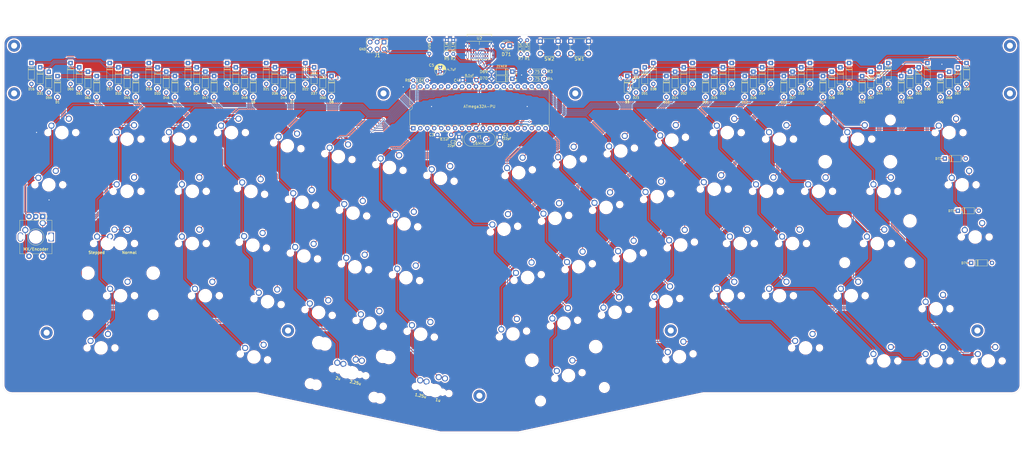
<source format=kicad_pcb>
(kicad_pcb (version 20171130) (host pcbnew 5.1.10-88a1d61d58~89~ubuntu21.04.1)
  (layers (0 F.Cu signal) (31 B.Cu signal) (34 B.Paste user) (35 F.Paste user) (36 B.SilkS user) (37 F.SilkS user) (38 B.Mask user) (39 F.Mask user) (44 Edge.Cuts user))
  (net 0 "")
  (net 1 "Net-(C1-Pad2)")
  (net 2 GND)
  (net 3 "Net-(C2-Pad2)")
  (net 4 +5V)
  (net 5 "Net-(D1-Pad2)")
  (net 6 ROW0)
  (net 7 "Net-(D2-Pad2)")
  (net 8 "Net-(D3-Pad2)")
  (net 9 "Net-(D4-Pad2)")
  (net 10 "Net-(D5-Pad2)")
  (net 11 "Net-(D6-Pad2)")
  (net 12 "Net-(D7-Pad2)")
  (net 13 "Net-(D8-Pad2)")
  (net 14 "Net-(D9-Pad2)")
  (net 15 "Net-(D10-Pad2)")
  (net 16 "Net-(D11-Pad2)")
  (net 17 "Net-(D12-Pad2)")
  (net 18 "Net-(D13-Pad2)")
  (net 19 "Net-(D14-Pad2)")
  (net 20 "Net-(D15-Pad2)")
  (net 21 "Net-(D16-Pad2)")
  (net 22 ROW1)
  (net 23 "Net-(D17-Pad2)")
  (net 24 "Net-(D18-Pad2)")
  (net 25 "Net-(D19-Pad2)")
  (net 26 "Net-(D20-Pad2)")
  (net 27 "Net-(D21-Pad2)")
  (net 28 "Net-(D22-Pad2)")
  (net 29 "Net-(D23-Pad2)")
  (net 30 "Net-(D24-Pad2)")
  (net 31 "Net-(D25-Pad2)")
  (net 32 "Net-(D26-Pad2)")
  (net 33 "Net-(D27-Pad2)")
  (net 34 "Net-(D28-Pad2)")
  (net 35 "Net-(D29-Pad2)")
  (net 36 "Net-(D30-Pad2)")
  (net 37 ROW2)
  (net 38 "Net-(D31-Pad2)")
  (net 39 "Net-(D33-Pad2)")
  (net 40 "Net-(D34-Pad2)")
  (net 41 "Net-(D35-Pad2)")
  (net 42 "Net-(D36-Pad2)")
  (net 43 "Net-(D37-Pad2)")
  (net 44 "Net-(D38-Pad2)")
  (net 45 "Net-(D39-Pad2)")
  (net 46 "Net-(D40-Pad2)")
  (net 47 "Net-(D41-Pad2)")
  (net 48 "Net-(D42-Pad2)")
  (net 49 "Net-(D43-Pad2)")
  (net 50 "Net-(D44-Pad2)")
  (net 51 ROW3)
  (net 52 "Net-(D45-Pad2)")
  (net 53 "Net-(D46-Pad2)")
  (net 54 "Net-(D47-Pad2)")
  (net 55 "Net-(D48-Pad2)")
  (net 56 "Net-(D49-Pad2)")
  (net 57 "Net-(D50-Pad2)")
  (net 58 "Net-(D51-Pad2)")
  (net 59 "Net-(D52-Pad2)")
  (net 60 "Net-(D53-Pad2)")
  (net 61 "Net-(D54-Pad2)")
  (net 62 "Net-(D55-Pad2)")
  (net 63 "Net-(D56-Pad2)")
  (net 64 "Net-(D57-Pad2)")
  (net 65 "Net-(D58-Pad2)")
  (net 66 ROW4)
  (net 67 "Net-(D59-Pad2)")
  (net 68 "Net-(D60-Pad2)")
  (net 69 "Net-(D61-Pad2)")
  (net 70 "Net-(D62-Pad2)")
  (net 71 "Net-(D63-Pad2)")
  (net 72 "Net-(D64-Pad2)")
  (net 73 "Net-(D65-Pad2)")
  (net 74 "Net-(D66-Pad2)")
  (net 75 VCC)
  (net 76 reset)
  (net 77 MOSI)
  (net 78 SCK)
  (net 79 MISO)
  (net 80 COL0)
  (net 81 COL1)
  (net 82 COL2)
  (net 83 COL3)
  (net 84 COL4)
  (net 85 COL5)
  (net 86 COL6)
  (net 87 COL7)
  (net 88 COL8)
  (net 89 COL9)
  (net 90 COL10)
  (net 91 COL11)
  (net 92 COL12)
  (net 93 COL13)
  (net 94 COL14)
  (net 95 "Net-(R2-Pad2)")
  (net 96 D-)
  (net 97 D+)
  (net 98 "Net-(R5-Pad2)")
  (net 99 boot)
  (net 100 "Net-(D67-Pad2)")
  (net 101 "Net-(D69-Pad1)")
  (net 102 "Net-(D68-Pad2)")
  (net 103 "Net-(D70-Pad1)")
  (net 104 "Net-(D71-Pad1)")
  (net 105 "Net-(D32-Pad2)")
  (net 106 EN1)
  (net 107 EN2)
  (net 108 "Net-(D72-Pad2)")
  (net 109 "Net-(MX30-Pad1)")
  (net 110 "Net-(D73-Pad2)")
  (net 111 "Net-(D74-Pad2)")
  (net 112 COL15)
  (module basketweave:pattern_right (layer F.Cu) (at 253.2425 86.5475)
    (fp_text reference PATTERN2 hide)
    (fp_text value Pattern_Right hide)
  )
  (module basketweave:pattern_left (layer F.Cu) (at 39.7225 86.5475)
    (fp_text reference PATTERN1 hide)
    (fp_text value Pattern_Left hide)
  )
  (module Diode_THT:D_DO-35_SOD27_P7.62mm_Horizontal (layer F.Cu) (at 369.1255 125.349)
    (fp_text reference D72 (at -2.3495 0.0635) (layer F.SilkS) (effects (font (size 0.8 0.8))))
    (fp_text value D_Small)
    (pad 2 thru_hole oval (at 7.62 0) (size 1.6 1.6) (drill 0.8) (layers *.Cu *.Mask) (net 108 "Net-(D72-Pad2)"))
    (pad 1 thru_hole rect (at 0 0) (size 1.6 1.6) (drill 0.8) (layers *.Cu *.Mask) (net 6 ROW0))
  )
  (module MX_Only:MXOnly-1U-NoLED (layer F.Cu) (at 37.30625 153.9875)
    (fp_text reference MX75)
    (fp_text value MX-NoLED)
    (pad 2 thru_hole circle (at 2.54 -5.08) (size 2.25 2.25) (drill 1.47) (layers *.Cu B.Mask) (net 38 "Net-(D31-Pad2)"))
    (pad "" np_thru_hole circle (at 0 0) (size 3.9878 3.9878) (drill 3.9878) (layers *.Cu *.Mask))
    (pad 1 thru_hole circle (at -3.81 -2.54) (size 2.25 2.25) (drill 1.47) (layers *.Cu B.Mask) (net 80 COL0))
    (pad "" np_thru_hole circle (at -5.08 0 48.0996) (size 1.75 1.75) (drill 1.75) (layers *.Cu *.Mask))
    (pad "" np_thru_hole circle (at 5.08 0 48.0996) (size 1.75 1.75) (drill 1.75) (layers *.Cu *.Mask))
  )
  (module MX_Only:MXOnly-1U-NoLED (layer F.Cu) (at 42.06875 134.9375)
    (fp_text reference MX16)
    (fp_text value MX-NoLED)
    (pad 2 thru_hole circle (at 2.54 -5.08) (size 2.25 2.25) (drill 1.47) (layers *.Cu B.Mask) (net 21 "Net-(D16-Pad2)"))
    (pad "" np_thru_hole circle (at 0 0) (size 3.9878 3.9878) (drill 3.9878) (layers *.Cu *.Mask))
    (pad 1 thru_hole circle (at -3.81 -2.54) (size 2.25 2.25) (drill 1.47) (layers *.Cu B.Mask) (net 80 COL0))
    (pad "" np_thru_hole circle (at -5.08 0 48.0996) (size 1.75 1.75) (drill 1.75) (layers *.Cu *.Mask))
    (pad "" np_thru_hole circle (at 5.08 0 48.0996) (size 1.75 1.75) (drill 1.75) (layers *.Cu *.Mask))
  )
  (module MX_Only:MXOnly-1U-NoLED (layer F.Cu) (at 375.44375 134.9375)
    (fp_text reference MX73)
    (fp_text value MX-NoLED)
    (pad 2 thru_hole circle (at 2.54 -5.08) (size 2.25 2.25) (drill 1.47) (layers *.Cu B.Mask) (net 110 "Net-(D73-Pad2)"))
    (pad "" np_thru_hole circle (at 0 0) (size 3.9878 3.9878) (drill 3.9878) (layers *.Cu *.Mask))
    (pad 1 thru_hole circle (at -3.81 -2.54) (size 2.25 2.25) (drill 1.47) (layers *.Cu B.Mask) (net 112 COL15))
    (pad "" np_thru_hole circle (at -5.08 0 48.0996) (size 1.75 1.75) (drill 1.75) (layers *.Cu *.Mask))
    (pad "" np_thru_hole circle (at 5.08 0 48.0996) (size 1.75 1.75) (drill 1.75) (layers *.Cu *.Mask))
  )
  (module MX_Only:MXOnly-1U-NoLED (layer F.Cu) (at 370.68125 115.8875)
    (fp_text reference MX72)
    (fp_text value MX-NoLED)
    (pad 2 thru_hole circle (at 2.54 -5.08) (size 2.25 2.25) (drill 1.47) (layers *.Cu B.Mask) (net 108 "Net-(D72-Pad2)"))
    (pad "" np_thru_hole circle (at 0 0) (size 3.9878 3.9878) (drill 3.9878) (layers *.Cu *.Mask))
    (pad 1 thru_hole circle (at -3.81 -2.54) (size 2.25 2.25) (drill 1.47) (layers *.Cu B.Mask) (net 112 COL15))
    (pad "" np_thru_hole circle (at -5.08 0 48.0996) (size 1.75 1.75) (drill 1.75) (layers *.Cu *.Mask))
    (pad "" np_thru_hole circle (at 5.08 0 48.0996) (size 1.75 1.75) (drill 1.75) (layers *.Cu *.Mask))
  )
  (module MX_Only:MXOnly-1U-NoLED (layer F.Cu) (at 380.20625 153.9875)
    (fp_text reference MX74)
    (fp_text value MX-NoLED)
    (pad 2 thru_hole circle (at 2.54 -5.08) (size 2.25 2.25) (drill 1.47) (layers *.Cu B.Mask) (net 111 "Net-(D74-Pad2)"))
    (pad "" np_thru_hole circle (at 0 0) (size 3.9878 3.9878) (drill 3.9878) (layers *.Cu *.Mask))
    (pad 1 thru_hole circle (at -3.81 -2.54) (size 2.25 2.25) (drill 1.47) (layers *.Cu B.Mask) (net 112 COL15))
    (pad "" np_thru_hole circle (at -5.08 0 48.0996) (size 1.75 1.75) (drill 1.75) (layers *.Cu *.Mask))
    (pad "" np_thru_hole circle (at 5.08 0 48.0996) (size 1.75 1.75) (drill 1.75) (layers *.Cu *.Mask))
  )
  (module Diode_THT:D_DO-35_SOD27_P7.62mm_Horizontal (layer F.Cu) (at 378.714 163.449)
    (fp_text reference D74 (at -2.413 0.0635) (layer F.SilkS) (effects (font (size 0.8 0.8))))
    (fp_text value D_Small)
    (pad 2 thru_hole oval (at 7.62 0) (size 1.6 1.6) (drill 0.8) (layers *.Cu *.Mask) (net 111 "Net-(D74-Pad2)"))
    (pad 1 thru_hole rect (at 0 0) (size 1.6 1.6) (drill 0.8) (layers *.Cu *.Mask) (net 37 ROW2))
  )
  (module Diode_THT:D_DO-35_SOD27_P7.62mm_Horizontal (layer F.Cu) (at 373.888 144.399)
    (fp_text reference D73 (at -2.3495 0.0635) (layer F.SilkS) (effects (font (size 0.8 0.8))))
    (fp_text value D_Small)
    (pad 2 thru_hole oval (at 7.62 0) (size 1.6 1.6) (drill 0.8) (layers *.Cu *.Mask) (net 110 "Net-(D73-Pad2)"))
    (pad 1 thru_hole rect (at 0 0) (size 1.6 1.6) (drill 0.8) (layers *.Cu *.Mask) (net 22 ROW1))
  )
  (module MX_Only:MXOnly-2.75U-ReversedStabilizers-NoLED (layer F.Cu) (at 231.753322 204.558443 12)
    (fp_text reference MX64)
    (fp_text value MX-NoLED)
    (pad 2 thru_hole circle (at 2.54 -5.08 12) (size 2.25 2.25) (drill 1.47) (layers *.Cu B.Mask) (net 71 "Net-(D63-Pad2)"))
    (pad "" np_thru_hole circle (at 0 0 12) (size 3.9878 3.9878) (drill 3.9878) (layers *.Cu *.Mask))
    (pad 1 thru_hole circle (at -3.81 -2.54 12) (size 2.25 2.25) (drill 1.47) (layers *.Cu B.Mask) (net 88 COL8))
    (pad "" np_thru_hole circle (at -5.08 0 60.0996) (size 1.75 1.75) (drill 1.75) (layers *.Cu *.Mask))
    (pad "" np_thru_hole circle (at 5.08 0 60.0996) (size 1.75 1.75) (drill 1.75) (layers *.Cu *.Mask))
    (pad "" np_thru_hole circle (at -11.90625 6.985 12) (size 3.048 3.048) (drill 3.048) (layers *.Cu *.Mask))
    (pad "" np_thru_hole circle (at 11.90625 6.985 12) (size 3.048 3.048) (drill 3.048) (layers *.Cu *.Mask))
    (pad "" np_thru_hole circle (at -11.90625 -8.255 12) (size 3.9878 3.9878) (drill 3.9878) (layers *.Cu *.Mask))
    (pad "" np_thru_hole circle (at 11.90625 -8.255 12) (size 3.9878 3.9878) (drill 3.9878) (layers *.Cu *.Mask))
  )
  (module MX_Only:MXOnly-2.25U-ReversedStabilizers-NoLED (layer F.Cu) (at 152.781 203.581 348)
    (fp_text reference MX70)
    (fp_text value MX-NoLED)
    (pad 2 thru_hole circle (at 2.54 -5.08 348) (size 2.25 2.25) (drill 1.47) (layers *.Cu B.Mask) (net 69 "Net-(D61-Pad2)"))
    (pad "" np_thru_hole circle (at 0 0 348) (size 3.9878 3.9878) (drill 3.9878) (layers *.Cu *.Mask))
    (pad 1 thru_hole circle (at -3.81 -2.54 348) (size 2.25 2.25) (drill 1.47) (layers *.Cu B.Mask) (net 84 COL4))
    (pad "" np_thru_hole circle (at -5.08 0 36.0996) (size 1.75 1.75) (drill 1.75) (layers *.Cu *.Mask))
    (pad "" np_thru_hole circle (at 5.08 0 36.0996) (size 1.75 1.75) (drill 1.75) (layers *.Cu *.Mask))
    (pad "" np_thru_hole circle (at -11.90625 6.985 348) (size 3.048 3.048) (drill 3.048) (layers *.Cu *.Mask))
    (pad "" np_thru_hole circle (at 11.90625 6.985 348) (size 3.048 3.048) (drill 3.048) (layers *.Cu *.Mask))
    (pad "" np_thru_hole circle (at -11.90625 -8.255 348) (size 3.9878 3.9878) (drill 3.9878) (layers *.Cu *.Mask))
    (pad "" np_thru_hole circle (at 11.90625 -8.255 348) (size 3.9878 3.9878) (drill 3.9878) (layers *.Cu *.Mask))
  )
  (module MX_Only:MXOnly-1U-NoLED (layer F.Cu) (at 183.134 210.058 348)
    (fp_text reference MX71)
    (fp_text value MX-NoLED)
    (pad 2 thru_hole circle (at 2.54 -5.08 348) (size 2.25 2.25) (drill 1.47) (layers *.Cu B.Mask) (net 70 "Net-(D62-Pad2)"))
    (pad "" np_thru_hole circle (at 0 0 348) (size 3.9878 3.9878) (drill 3.9878) (layers *.Cu *.Mask))
    (pad 1 thru_hole circle (at -3.81 -2.54 348) (size 2.25 2.25) (drill 1.47) (layers *.Cu B.Mask) (net 86 COL6))
    (pad "" np_thru_hole circle (at -5.08 0 36.0996) (size 1.75 1.75) (drill 1.75) (layers *.Cu *.Mask))
    (pad "" np_thru_hole circle (at 5.08 0 36.0996) (size 1.75 1.75) (drill 1.75) (layers *.Cu *.Mask))
  )
  (module MX_Only:MXOnly-1.5U-NoLED (layer F.Cu) (at 272.25625 197.694727 12)
    (fp_text reference MX65)
    (fp_text value MX-NoLED)
    (pad "" np_thru_hole circle (at 5.08 0 60.0996) (size 1.75 1.75) (drill 1.75) (layers *.Cu *.Mask))
    (pad "" np_thru_hole circle (at -5.08 0 60.0996) (size 1.75 1.75) (drill 1.75) (layers *.Cu *.Mask))
    (pad 1 thru_hole circle (at -3.81 -2.54 12) (size 2.25 2.25) (drill 1.47) (layers *.Cu B.Mask) (net 90 COL10))
    (pad "" np_thru_hole circle (at 0 0 12) (size 3.9878 3.9878) (drill 3.9878) (layers *.Cu *.Mask))
    (pad 2 thru_hole circle (at 2.54 -5.08 12) (size 2.25 2.25) (drill 1.47) (layers *.Cu B.Mask) (net 72 "Net-(D64-Pad2)"))
  )
  (module MountingHole:MountingHole_2.2mm_M2_Pad (layer F.Cu) (at 269.08125 188.11875)
    (fp_text reference H13 hide)
    (fp_text value MountingHole)
    (pad 1 thru_hole circle (at 0 0) (size 4.4 4.4) (drill 2.2) (layers *.Cu *.Mask))
  )
  (module MX_Only:MXOnly-2U-NoLED (layer F.Cu) (at 337.34375 118.26875)
    (fp_text reference MX15)
    (fp_text value MX-NoLED)
    (pad "" np_thru_hole circle (at 11.90625 8.255) (size 3.9878 3.9878) (drill 3.9878) (layers *.Cu *.Mask))
    (pad "" np_thru_hole circle (at -11.90625 8.255) (size 3.9878 3.9878) (drill 3.9878) (layers *.Cu *.Mask))
    (pad "" np_thru_hole circle (at 11.90625 -6.985) (size 3.048 3.048) (drill 3.048) (layers *.Cu *.Mask))
    (pad "" np_thru_hole circle (at -11.90625 -6.985) (size 3.048 3.048) (drill 3.048) (layers *.Cu *.Mask))
    (pad "" np_thru_hole circle (at 5.08 0 48.0996) (size 1.75 1.75) (drill 1.75) (layers *.Cu *.Mask))
    (pad "" np_thru_hole circle (at -5.08 0 48.0996) (size 1.75 1.75) (drill 1.75) (layers *.Cu *.Mask))
    (pad 1 thru_hole circle (at -3.81 -2.54) (size 2.25 2.25) (drill 1.47) (layers *.Cu B.Mask) (net 94 COL14))
    (pad "" np_thru_hole circle (at 0 0) (size 3.9878 3.9878) (drill 3.9878) (layers *.Cu *.Mask))
    (pad 2 thru_hole circle (at 2.54 -5.08) (size 2.25 2.25) (drill 1.47) (layers *.Cu B.Mask) (net 20 "Net-(D15-Pad2)"))
  )
  (module MX_Only:MXOnly-1.5U-NoLED (layer F.Cu) (at 70.64375 137.31875)
    (fp_text reference MX17)
    (fp_text value MX-NoLED)
    (pad "" np_thru_hole circle (at 5.08 0 48.0996) (size 1.75 1.75) (drill 1.75) (layers *.Cu *.Mask))
    (pad "" np_thru_hole circle (at -5.08 0 48.0996) (size 1.75 1.75) (drill 1.75) (layers *.Cu *.Mask))
    (pad 1 thru_hole circle (at -3.81 -2.54) (size 2.25 2.25) (drill 1.47) (layers *.Cu B.Mask) (net 81 COL1))
    (pad "" np_thru_hole circle (at 0 0) (size 3.9878 3.9878) (drill 3.9878) (layers *.Cu *.Mask))
    (pad 2 thru_hole circle (at 2.54 -5.08) (size 2.25 2.25) (drill 1.47) (layers *.Cu B.Mask) (net 23 "Net-(D17-Pad2)"))
  )
  (module MX_Only:MXOnly-1.5U-NoLED (layer F.Cu) (at 346.86875 137.31875)
    (fp_text reference MX30)
    (fp_text value MX-NoLED)
    (pad "" np_thru_hole circle (at 5.08 0 48.0996) (size 1.75 1.75) (drill 1.75) (layers *.Cu *.Mask))
    (pad "" np_thru_hole circle (at -5.08 0 48.0996) (size 1.75 1.75) (drill 1.75) (layers *.Cu *.Mask))
    (pad 1 thru_hole circle (at -3.81 -2.54) (size 2.25 2.25) (drill 1.47) (layers *.Cu B.Mask) (net 109 "Net-(MX30-Pad1)"))
    (pad "" np_thru_hole circle (at 0 0) (size 3.9878 3.9878) (drill 3.9878) (layers *.Cu *.Mask))
    (pad 2 thru_hole circle (at 2.54 -5.08) (size 2.25 2.25) (drill 1.47) (layers *.Cu B.Mask) (net 36 "Net-(D30-Pad2)"))
  )
  (module MX_Only:MXOnly-1.25U-NoLED (layer F.Cu) (at 63.5 156.36875)
    (fp_text reference MX32)
    (fp_text value MX-NoLED)
    (pad "" np_thru_hole circle (at 5.08 0 48.0996) (size 1.75 1.75) (drill 1.75) (layers *.Cu *.Mask))
    (pad "" np_thru_hole circle (at -5.08 0 48.0996) (size 1.75 1.75) (drill 1.75) (layers *.Cu *.Mask))
    (pad 1 thru_hole circle (at -3.81 -2.54) (size 2.25 2.25) (drill 1.47) (layers *.Cu B.Mask) (net 81 COL1))
    (pad "" np_thru_hole circle (at 0 0) (size 3.9878 3.9878) (drill 3.9878) (layers *.Cu *.Mask))
    (pad 2 thru_hole circle (at 2.54 -5.08) (size 2.25 2.25) (drill 1.47) (layers *.Cu B.Mask) (net 105 "Net-(D32-Pad2)"))
  )
  (module MX_Only:MXOnly-1.75U-NoLED (layer F.Cu) (at 68.2625 156.36875)
    (fp_text reference MX33)
    (fp_text value MX-NoLED)
    (pad "" np_thru_hole circle (at 5.08 0 48.0996) (size 1.75 1.75) (drill 1.75) (layers *.Cu *.Mask))
    (pad "" np_thru_hole circle (at -5.08 0 48.0996) (size 1.75 1.75) (drill 1.75) (layers *.Cu *.Mask))
    (pad 1 thru_hole circle (at -3.81 -2.54) (size 2.25 2.25) (drill 1.47) (layers *.Cu B.Mask) (net 81 COL1))
    (pad "" np_thru_hole circle (at 0 0) (size 3.9878 3.9878) (drill 3.9878) (layers *.Cu *.Mask))
    (pad 2 thru_hole circle (at 2.54 -5.08) (size 2.25 2.25) (drill 1.47) (layers *.Cu B.Mask) (net 105 "Net-(D32-Pad2)"))
  )
  (module MX_Only:MXOnly-2.25U-ReversedStabilizers-NoLED (layer F.Cu) (at 344.4875 156.36875)
    (fp_text reference MX45)
    (fp_text value MX-NoLED)
    (pad 2 thru_hole circle (at 2.54 -5.08) (size 2.25 2.25) (drill 1.47) (layers *.Cu B.Mask) (net 50 "Net-(D44-Pad2)"))
    (pad "" np_thru_hole circle (at 0 0) (size 3.9878 3.9878) (drill 3.9878) (layers *.Cu *.Mask))
    (pad 1 thru_hole circle (at -3.81 -2.54) (size 2.25 2.25) (drill 1.47) (layers *.Cu B.Mask) (net 93 COL13))
    (pad "" np_thru_hole circle (at -5.08 0 48.0996) (size 1.75 1.75) (drill 1.75) (layers *.Cu *.Mask))
    (pad "" np_thru_hole circle (at 5.08 0 48.0996) (size 1.75 1.75) (drill 1.75) (layers *.Cu *.Mask))
    (pad "" np_thru_hole circle (at -11.90625 6.985) (size 3.048 3.048) (drill 3.048) (layers *.Cu *.Mask))
    (pad "" np_thru_hole circle (at 11.90625 6.985) (size 3.048 3.048) (drill 3.048) (layers *.Cu *.Mask))
    (pad "" np_thru_hole circle (at -11.90625 -8.255) (size 3.9878 3.9878) (drill 3.9878) (layers *.Cu *.Mask))
    (pad "" np_thru_hole circle (at 11.90625 -8.255) (size 3.9878 3.9878) (drill 3.9878) (layers *.Cu *.Mask))
  )
  (module MX_Only:MXOnly-2.25U-ReversedStabilizers-NoLED (layer F.Cu) (at 68.2625 175.41875)
    (fp_text reference MX46)
    (fp_text value MX-NoLED)
    (pad 2 thru_hole circle (at 2.54 -5.08) (size 2.25 2.25) (drill 1.47) (layers *.Cu B.Mask) (net 52 "Net-(D45-Pad2)"))
    (pad "" np_thru_hole circle (at 0 0) (size 3.9878 3.9878) (drill 3.9878) (layers *.Cu *.Mask))
    (pad 1 thru_hole circle (at -3.81 -2.54) (size 2.25 2.25) (drill 1.47) (layers *.Cu B.Mask) (net 81 COL1))
    (pad "" np_thru_hole circle (at -5.08 0 48.0996) (size 1.75 1.75) (drill 1.75) (layers *.Cu *.Mask))
    (pad "" np_thru_hole circle (at 5.08 0 48.0996) (size 1.75 1.75) (drill 1.75) (layers *.Cu *.Mask))
    (pad "" np_thru_hole circle (at -11.90625 6.985) (size 3.048 3.048) (drill 3.048) (layers *.Cu *.Mask))
    (pad "" np_thru_hole circle (at 11.90625 6.985) (size 3.048 3.048) (drill 3.048) (layers *.Cu *.Mask))
    (pad "" np_thru_hole circle (at -11.90625 -8.255) (size 3.9878 3.9878) (drill 3.9878) (layers *.Cu *.Mask))
    (pad "" np_thru_hole circle (at 11.90625 -8.255) (size 3.9878 3.9878) (drill 3.9878) (layers *.Cu *.Mask))
  )
  (module MX_Only:MXOnly-1.75U-NoLED (layer F.Cu) (at 334.9625 175.41875)
    (fp_text reference MX58)
    (fp_text value MX-NoLED)
    (pad "" np_thru_hole circle (at 5.08 0 48.0996) (size 1.75 1.75) (drill 1.75) (layers *.Cu *.Mask))
    (pad "" np_thru_hole circle (at -5.08 0 48.0996) (size 1.75 1.75) (drill 1.75) (layers *.Cu *.Mask))
    (pad 1 thru_hole circle (at -3.81 -2.54) (size 2.25 2.25) (drill 1.47) (layers *.Cu B.Mask) (net 93 COL13))
    (pad "" np_thru_hole circle (at 0 0) (size 3.9878 3.9878) (drill 3.9878) (layers *.Cu *.Mask))
    (pad 2 thru_hole circle (at 2.54 -5.08) (size 2.25 2.25) (drill 1.47) (layers *.Cu B.Mask) (net 64 "Net-(D57-Pad2)"))
  )
  (module MX_Only:MXOnly-1.5U-NoLED (layer F.Cu) (at 61.11875 194.46875)
    (fp_text reference MX60)
    (fp_text value MX-NoLED)
    (pad "" np_thru_hole circle (at 5.08 0 48.0996) (size 1.75 1.75) (drill 1.75) (layers *.Cu *.Mask))
    (pad "" np_thru_hole circle (at -5.08 0 48.0996) (size 1.75 1.75) (drill 1.75) (layers *.Cu *.Mask))
    (pad 1 thru_hole circle (at -3.81 -2.54) (size 2.25 2.25) (drill 1.47) (layers *.Cu B.Mask) (net 81 COL1))
    (pad "" np_thru_hole circle (at 0 0) (size 3.9878 3.9878) (drill 3.9878) (layers *.Cu *.Mask))
    (pad 2 thru_hole circle (at 2.54 -5.08) (size 2.25 2.25) (drill 1.47) (layers *.Cu B.Mask) (net 67 "Net-(D59-Pad2)"))
  )
  (module MX_Only:MXOnly-1.5U-NoLED (layer F.Cu) (at 116.93525 197.773431 348)
    (fp_text reference MX61)
    (fp_text value MX-NoLED)
    (pad "" np_thru_hole circle (at 5.08 0 36.0996) (size 1.75 1.75) (drill 1.75) (layers *.Cu *.Mask))
    (pad "" np_thru_hole circle (at -5.08 0 36.0996) (size 1.75 1.75) (drill 1.75) (layers *.Cu *.Mask))
    (pad 1 thru_hole circle (at -3.81 -2.54 348) (size 2.25 2.25) (drill 1.47) (layers *.Cu B.Mask) (net 82 COL2))
    (pad "" np_thru_hole circle (at 0 0 348) (size 3.9878 3.9878) (drill 3.9878) (layers *.Cu *.Mask))
    (pad 2 thru_hole circle (at 2.54 -5.08 348) (size 2.25 2.25) (drill 1.47) (layers *.Cu B.Mask) (net 68 "Net-(D60-Pad2)"))
  )
  (module MX_Only:MXOnly-2U-ReversedStabilizers-NoLED (layer F.Cu) (at 150.557691 203.151878 348)
    (fp_text reference MX62)
    (fp_text value MX-NoLED)
    (pad 2 thru_hole circle (at 2.54 -5.08 348) (size 2.25 2.25) (drill 1.47) (layers *.Cu B.Mask))
    (pad "" np_thru_hole circle (at 0 0 348) (size 3.9878 3.9878) (drill 3.9878) (layers *.Cu *.Mask))
    (pad 1 thru_hole circle (at -3.81 -2.54 348) (size 2.25 2.25) (drill 1.47) (layers *.Cu B.Mask) (net 84 COL4))
    (pad "" np_thru_hole circle (at -5.08 0 36.0996) (size 1.75 1.75) (drill 1.75) (layers *.Cu *.Mask))
    (pad "" np_thru_hole circle (at 5.08 0 36.0996) (size 1.75 1.75) (drill 1.75) (layers *.Cu *.Mask))
    (pad "" np_thru_hole circle (at -11.90625 6.985 348) (size 3.048 3.048) (drill 3.048) (layers *.Cu *.Mask))
    (pad "" np_thru_hole circle (at 11.90625 6.985 348) (size 3.048 3.048) (drill 3.048) (layers *.Cu *.Mask))
    (pad "" np_thru_hole circle (at -11.90625 -8.255 348) (size 3.9878 3.9878) (drill 3.9878) (layers *.Cu *.Mask))
    (pad "" np_thru_hole circle (at 11.90625 -8.255 348) (size 3.9878 3.9878) (drill 3.9878) (layers *.Cu *.Mask))
  )
  (module MX_Only:MXOnly-1.25U-NoLED (layer F.Cu) (at 180.837473 209.588044 348)
    (fp_text reference MX63)
    (fp_text value MX-NoLED)
    (pad "" np_thru_hole circle (at 5.08 0 36.0996) (size 1.75 1.75) (drill 1.75) (layers *.Cu *.Mask))
    (pad "" np_thru_hole circle (at -5.08 0 36.0996) (size 1.75 1.75) (drill 1.75) (layers *.Cu *.Mask))
    (pad 1 thru_hole circle (at -3.81 -2.54 348) (size 2.25 2.25) (drill 1.47) (layers *.Cu B.Mask) (net 86 COL6))
    (pad "" np_thru_hole circle (at 0 0 348) (size 3.9878 3.9878) (drill 3.9878) (layers *.Cu *.Mask))
    (pad 2 thru_hole circle (at 2.54 -5.08 348) (size 2.25 2.25) (drill 1.47) (layers *.Cu B.Mask))
  )
  (module MX_Only:MXOnly-1.5U-NoLED (layer F.Cu) (at 318.29375 194.46875)
    (fp_text reference MX66)
    (fp_text value MX-NoLED)
    (pad "" np_thru_hole circle (at 5.08 0 48.0996) (size 1.75 1.75) (drill 1.75) (layers *.Cu *.Mask))
    (pad "" np_thru_hole circle (at -5.08 0 48.0996) (size 1.75 1.75) (drill 1.75) (layers *.Cu *.Mask))
    (pad 1 thru_hole circle (at -3.81 -2.54) (size 2.25 2.25) (drill 1.47) (layers *.Cu B.Mask) (net 91 COL11))
    (pad "" np_thru_hole circle (at 0 0) (size 3.9878 3.9878) (drill 3.9878) (layers *.Cu *.Mask))
    (pad 2 thru_hole circle (at 2.54 -5.08) (size 2.25 2.25) (drill 1.47) (layers *.Cu B.Mask) (net 73 "Net-(D65-Pad2)"))
  )
  (module MX_Only:MXOnly-1U-NoLED (layer F.Cu) (at 213.581237 130.518686 12)
    (fp_text reference MX9)
    (fp_text value MX-NoLED)
    (pad "" np_thru_hole circle (at 5.08 0 60.0996) (size 1.75 1.75) (drill 1.75) (layers *.Cu *.Mask))
    (pad "" np_thru_hole circle (at -5.08 0 60.0996) (size 1.75 1.75) (drill 1.75) (layers *.Cu *.Mask))
    (pad 1 thru_hole circle (at -3.81 -2.54 12) (size 2.25 2.25) (drill 1.47) (layers *.Cu B.Mask) (net 88 COL8))
    (pad "" np_thru_hole circle (at 0 0 12) (size 3.9878 3.9878) (drill 3.9878) (layers *.Cu *.Mask))
    (pad 2 thru_hole circle (at 2.54 -5.08 12) (size 2.25 2.25) (drill 1.47) (layers *.Cu B.Mask) (net 14 "Net-(D9-Pad2)"))
  )
  (module MX_Only:MXOnly-1U-NoLED (layer F.Cu) (at 166.400562 128.617031 348)
    (fp_text reference MX7)
    (fp_text value MX-NoLED)
    (pad "" np_thru_hole circle (at 5.08 0 36.0996) (size 1.75 1.75) (drill 1.75) (layers *.Cu *.Mask))
    (pad "" np_thru_hole circle (at -5.08 0 36.0996) (size 1.75 1.75) (drill 1.75) (layers *.Cu *.Mask))
    (pad 1 thru_hole circle (at -3.81 -2.54 348) (size 2.25 2.25) (drill 1.47) (layers *.Cu B.Mask) (net 86 COL6))
    (pad "" np_thru_hole circle (at 0 0 348) (size 3.9878 3.9878) (drill 3.9878) (layers *.Cu *.Mask))
    (pad 2 thru_hole circle (at 2.54 -5.08 348) (size 2.25 2.25) (drill 1.47) (layers *.Cu B.Mask) (net 12 "Net-(D7-Pad2)"))
  )
  (module MX_Only:MXOnly-1U-NoLED (layer F.Cu) (at 185.034274 132.577748 348)
    (fp_text reference MX8)
    (fp_text value MX-NoLED)
    (pad "" np_thru_hole circle (at 5.08 0 36.0996) (size 1.75 1.75) (drill 1.75) (layers *.Cu *.Mask))
    (pad "" np_thru_hole circle (at -5.08 0 36.0996) (size 1.75 1.75) (drill 1.75) (layers *.Cu *.Mask))
    (pad 1 thru_hole circle (at -3.81 -2.54 348) (size 2.25 2.25) (drill 1.47) (layers *.Cu B.Mask) (net 87 COL7))
    (pad "" np_thru_hole circle (at 0 0 348) (size 3.9878 3.9878) (drill 3.9878) (layers *.Cu *.Mask))
    (pad 2 thru_hole circle (at 2.54 -5.08 348) (size 2.25 2.25) (drill 1.47) (layers *.Cu B.Mask) (net 13 "Net-(D8-Pad2)"))
  )
  (module MX_Only:MXOnly-1U-NoLED (layer F.Cu) (at 308.76875 175.41875)
    (fp_text reference MX57)
    (fp_text value MX-NoLED)
    (pad "" np_thru_hole circle (at 5.08 0 48.0996) (size 1.75 1.75) (drill 1.75) (layers *.Cu *.Mask))
    (pad "" np_thru_hole circle (at -5.08 0 48.0996) (size 1.75 1.75) (drill 1.75) (layers *.Cu *.Mask))
    (pad 1 thru_hole circle (at -3.81 -2.54) (size 2.25 2.25) (drill 1.47) (layers *.Cu B.Mask) (net 92 COL12))
    (pad "" np_thru_hole circle (at 0 0) (size 3.9878 3.9878) (drill 3.9878) (layers *.Cu *.Mask))
    (pad 2 thru_hole circle (at 2.54 -5.08) (size 2.25 2.25) (drill 1.47) (layers *.Cu B.Mask) (net 63 "Net-(D56-Pad2)"))
  )
  (module MX_Only:MXOnly-1U-NoLED (layer F.Cu) (at 323.05625 137.31875)
    (fp_text reference MX29)
    (fp_text value MX-NoLED)
    (pad "" np_thru_hole circle (at 5.08 0 48.0996) (size 1.75 1.75) (drill 1.75) (layers *.Cu *.Mask))
    (pad "" np_thru_hole circle (at -5.08 0 48.0996) (size 1.75 1.75) (drill 1.75) (layers *.Cu *.Mask))
    (pad 1 thru_hole circle (at -3.81 -2.54) (size 2.25 2.25) (drill 1.47) (layers *.Cu B.Mask) (net 93 COL13))
    (pad "" np_thru_hole circle (at 0 0) (size 3.9878 3.9878) (drill 3.9878) (layers *.Cu *.Mask))
    (pad 2 thru_hole circle (at 2.54 -5.08) (size 2.25 2.25) (drill 1.47) (layers *.Cu B.Mask) (net 35 "Net-(D29-Pad2)"))
  )
  (module MX_Only:MXOnly-1U-NoLED (layer F.Cu) (at 216.844245 168.776289 12)
    (fp_text reference MX39)
    (fp_text value MX-NoLED)
    (pad "" np_thru_hole circle (at 5.08 0 60.0996) (size 1.75 1.75) (drill 1.75) (layers *.Cu *.Mask))
    (pad "" np_thru_hole circle (at -5.08 0 60.0996) (size 1.75 1.75) (drill 1.75) (layers *.Cu *.Mask))
    (pad 1 thru_hole circle (at -3.81 -2.54 12) (size 2.25 2.25) (drill 1.47) (layers *.Cu B.Mask) (net 87 COL7))
    (pad "" np_thru_hole circle (at 0 0 12) (size 3.9878 3.9878) (drill 3.9878) (layers *.Cu *.Mask))
    (pad 2 thru_hole circle (at 2.54 -5.08 12) (size 2.25 2.25) (drill 1.47) (layers *.Cu B.Mask) (net 44 "Net-(D38-Pad2)"))
  )
  (module MX_Only:MXOnly-1U-NoLED (layer F.Cu) (at 232.214949 126.557968 12)
    (fp_text reference MX10)
    (fp_text value MX-NoLED)
    (pad "" np_thru_hole circle (at 5.08 0 60.0996) (size 1.75 1.75) (drill 1.75) (layers *.Cu *.Mask))
    (pad "" np_thru_hole circle (at -5.08 0 60.0996) (size 1.75 1.75) (drill 1.75) (layers *.Cu *.Mask))
    (pad 1 thru_hole circle (at -3.81 -2.54 12) (size 2.25 2.25) (drill 1.47) (layers *.Cu B.Mask) (net 89 COL9))
    (pad "" np_thru_hole circle (at 0 0 12) (size 3.9878 3.9878) (drill 3.9878) (layers *.Cu *.Mask))
    (pad 2 thru_hole circle (at 2.54 -5.08 12) (size 2.25 2.25) (drill 1.47) (layers *.Cu B.Mask) (net 15 "Net-(D10-Pad2)"))
  )
  (module MX_Only:MXOnly-1U-NoLED (layer F.Cu) (at 289.71875 115.8875)
    (fp_text reference MX13)
    (fp_text value MX-NoLED)
    (pad "" np_thru_hole circle (at 5.08 0 48.0996) (size 1.75 1.75) (drill 1.75) (layers *.Cu *.Mask))
    (pad "" np_thru_hole circle (at -5.08 0 48.0996) (size 1.75 1.75) (drill 1.75) (layers *.Cu *.Mask))
    (pad 1 thru_hole circle (at -3.81 -2.54) (size 2.25 2.25) (drill 1.47) (layers *.Cu B.Mask) (net 92 COL12))
    (pad "" np_thru_hole circle (at 0 0) (size 3.9878 3.9878) (drill 3.9878) (layers *.Cu *.Mask))
    (pad 2 thru_hole circle (at 2.54 -5.08) (size 2.25 2.25) (drill 1.47) (layers *.Cu B.Mask) (net 18 "Net-(D13-Pad2)"))
  )
  (module MX_Only:MXOnly-1U-NoLED (layer F.Cu) (at 208.225099 151.132756 12)
    (fp_text reference MX23)
    (fp_text value MX-NoLED)
    (pad "" np_thru_hole circle (at 5.08 0 60.0996) (size 1.75 1.75) (drill 1.75) (layers *.Cu *.Mask))
    (pad "" np_thru_hole circle (at -5.08 0 60.0996) (size 1.75 1.75) (drill 1.75) (layers *.Cu *.Mask))
    (pad 1 thru_hole circle (at -3.81 -2.54 12) (size 2.25 2.25) (drill 1.47) (layers *.Cu B.Mask) (net 87 COL7))
    (pad "" np_thru_hole circle (at 0 0 12) (size 3.9878 3.9878) (drill 3.9878) (layers *.Cu *.Mask))
    (pad 2 thru_hole circle (at 2.54 -5.08 12) (size 2.25 2.25) (drill 1.47) (layers *.Cu B.Mask) (net 29 "Net-(D23-Pad2)"))
  )
  (module MX_Only:MXOnly-1U-NoLED (layer F.Cu) (at 269.482372 118.636533 12)
    (fp_text reference MX12)
    (fp_text value MX-NoLED)
    (pad "" np_thru_hole circle (at 5.08 0 60.0996) (size 1.75 1.75) (drill 1.75) (layers *.Cu *.Mask))
    (pad "" np_thru_hole circle (at -5.08 0 60.0996) (size 1.75 1.75) (drill 1.75) (layers *.Cu *.Mask))
    (pad 1 thru_hole circle (at -3.81 -2.54 12) (size 2.25 2.25) (drill 1.47) (layers *.Cu B.Mask) (net 91 COL11))
    (pad "" np_thru_hole circle (at 0 0 12) (size 3.9878 3.9878) (drill 3.9878) (layers *.Cu *.Mask))
    (pad 2 thru_hole circle (at 2.54 -5.08 12) (size 2.25 2.25) (drill 1.47) (layers *.Cu B.Mask) (net 17 "Net-(D12-Pad2)"))
  )
  (module MX_Only:MXOnly-1U-NoLED (layer F.Cu) (at 284.95625 136.525)
    (fp_text reference MX27)
    (fp_text value MX-NoLED)
    (pad "" np_thru_hole circle (at 5.08 0 48.0996) (size 1.75 1.75) (drill 1.75) (layers *.Cu *.Mask))
    (pad "" np_thru_hole circle (at -5.08 0 48.0996) (size 1.75 1.75) (drill 1.75) (layers *.Cu *.Mask))
    (pad 1 thru_hole circle (at -3.81 -2.54) (size 2.25 2.25) (drill 1.47) (layers *.Cu B.Mask) (net 91 COL11))
    (pad "" np_thru_hole circle (at 0 0) (size 3.9878 3.9878) (drill 3.9878) (layers *.Cu *.Mask))
    (pad 2 thru_hole circle (at 2.54 -5.08) (size 2.25 2.25) (drill 1.47) (layers *.Cu B.Mask) (net 33 "Net-(D27-Pad2)"))
  )
  (module MX_Only:MXOnly-1U-NoLED (layer F.Cu) (at 384.96875 199.23125)
    (fp_text reference MX69)
    (fp_text value MX-NoLED)
    (pad "" np_thru_hole circle (at 5.08 0 48.0996) (size 1.75 1.75) (drill 1.75) (layers *.Cu *.Mask))
    (pad "" np_thru_hole circle (at -5.08 0 48.0996) (size 1.75 1.75) (drill 1.75) (layers *.Cu *.Mask))
    (pad 1 thru_hole circle (at -3.81 -2.54) (size 2.25 2.25) (drill 1.47) (layers *.Cu B.Mask) (net 109 "Net-(MX30-Pad1)"))
    (pad "" np_thru_hole circle (at 0 0) (size 3.9878 3.9878) (drill 3.9878) (layers *.Cu *.Mask))
    (pad 2 thru_hole circle (at 2.54 -5.08) (size 2.25 2.25) (drill 1.47) (layers *.Cu B.Mask) (net 102 "Net-(D68-Pad2)"))
  )
  (module MX_Only:MXOnly-1U-NoLED (layer F.Cu) (at 129.133139 120.695595 348)
    (fp_text reference MX5)
    (fp_text value MX-NoLED)
    (pad 2 thru_hole circle (at 2.54 -5.08 348) (size 2.25 2.25) (drill 1.47) (layers *.Cu B.Mask) (net 10 "Net-(D5-Pad2)"))
    (pad "" np_thru_hole circle (at 0 0 348) (size 3.9878 3.9878) (drill 3.9878) (layers *.Cu *.Mask))
    (pad 1 thru_hole circle (at -3.81 -2.54 348) (size 2.25 2.25) (drill 1.47) (layers *.Cu B.Mask) (net 84 COL4))
    (pad "" np_thru_hole circle (at -5.08 0 36.0996) (size 1.75 1.75) (drill 1.75) (layers *.Cu *.Mask))
    (pad "" np_thru_hole circle (at 5.08 0 36.0996) (size 1.75 1.75) (drill 1.75) (layers *.Cu *.Mask))
  )
  (module MX_Only:MXOnly-1U-NoLED (layer F.Cu) (at 108.74375 115.8875)
    (fp_text reference MX4)
    (fp_text value MX-NoLED)
    (pad 2 thru_hole circle (at 2.54 -5.08) (size 2.25 2.25) (drill 1.47) (layers *.Cu B.Mask) (net 9 "Net-(D4-Pad2)"))
    (pad "" np_thru_hole circle (at 0 0) (size 3.9878 3.9878) (drill 3.9878) (layers *.Cu *.Mask))
    (pad 1 thru_hole circle (at -3.81 -2.54) (size 2.25 2.25) (drill 1.47) (layers *.Cu B.Mask) (net 83 COL3))
    (pad "" np_thru_hole circle (at -5.08 0 48.0996) (size 1.75 1.75) (drill 1.75) (layers *.Cu *.Mask))
    (pad "" np_thru_hole circle (at 5.08 0 48.0996) (size 1.75 1.75) (drill 1.75) (layers *.Cu *.Mask))
  )
  (module MX_Only:MXOnly-1U-NoLED (layer F.Cu) (at 99.21875 175.41875)
    (fp_text reference MX47)
    (fp_text value MX-NoLED)
    (pad "" np_thru_hole circle (at 5.08 0 48.0996) (size 1.75 1.75) (drill 1.75) (layers *.Cu *.Mask))
    (pad "" np_thru_hole circle (at -5.08 0 48.0996) (size 1.75 1.75) (drill 1.75) (layers *.Cu *.Mask))
    (pad 1 thru_hole circle (at -3.81 -2.54) (size 2.25 2.25) (drill 1.47) (layers *.Cu B.Mask) (net 82 COL2))
    (pad "" np_thru_hole circle (at 0 0) (size 3.9878 3.9878) (drill 3.9878) (layers *.Cu *.Mask))
    (pad 2 thru_hole circle (at 2.54 -5.08) (size 2.25 2.25) (drill 1.47) (layers *.Cu B.Mask) (net 53 "Net-(D46-Pad2)"))
  )
  (module MX_Only:MXOnly-1U-NoLED (layer F.Cu) (at 70.64375 118.26875)
    (fp_text reference MX2)
    (fp_text value MX-NoLED)
    (pad 2 thru_hole circle (at 2.54 -5.08) (size 2.25 2.25) (drill 1.47) (layers *.Cu B.Mask) (net 7 "Net-(D2-Pad2)"))
    (pad "" np_thru_hole circle (at 0 0) (size 3.9878 3.9878) (drill 3.9878) (layers *.Cu *.Mask))
    (pad 1 thru_hole circle (at -3.81 -2.54) (size 2.25 2.25) (drill 1.47) (layers *.Cu B.Mask) (net 81 COL1))
    (pad "" np_thru_hole circle (at -5.08 0 48.0996) (size 1.75 1.75) (drill 1.75) (layers *.Cu *.Mask))
    (pad "" np_thru_hole circle (at 5.08 0 48.0996) (size 1.75 1.75) (drill 1.75) (layers *.Cu *.Mask))
  )
  (module MX_Only:MXOnly-1U-NoLED (layer F.Cu) (at 250.848661 122.59725 12)
    (fp_text reference MX11)
    (fp_text value MX-NoLED)
    (pad "" np_thru_hole circle (at 5.08 0 60.0996) (size 1.75 1.75) (drill 1.75) (layers *.Cu *.Mask))
    (pad "" np_thru_hole circle (at -5.08 0 60.0996) (size 1.75 1.75) (drill 1.75) (layers *.Cu *.Mask))
    (pad 1 thru_hole circle (at -3.81 -2.54 12) (size 2.25 2.25) (drill 1.47) (layers *.Cu B.Mask) (net 90 COL10))
    (pad "" np_thru_hole circle (at 0 0 12) (size 3.9878 3.9878) (drill 3.9878) (layers *.Cu *.Mask))
    (pad 2 thru_hole circle (at 2.54 -5.08 12) (size 2.25 2.25) (drill 1.47) (layers *.Cu B.Mask) (net 16 "Net-(D11-Pad2)"))
  )
  (module MX_Only:MXOnly-1U-NoLED (layer F.Cu) (at 147.76685 124.656313 348)
    (fp_text reference MX6)
    (fp_text value MX-NoLED)
    (pad "" np_thru_hole circle (at 5.08 0 36.0996) (size 1.75 1.75) (drill 1.75) (layers *.Cu *.Mask))
    (pad "" np_thru_hole circle (at -5.08 0 36.0996) (size 1.75 1.75) (drill 1.75) (layers *.Cu *.Mask))
    (pad 1 thru_hole circle (at -3.81 -2.54 348) (size 2.25 2.25) (drill 1.47) (layers *.Cu B.Mask) (net 85 COL5))
    (pad "" np_thru_hole circle (at 0 0 348) (size 3.9878 3.9878) (drill 3.9878) (layers *.Cu *.Mask))
    (pad 2 thru_hole circle (at 2.54 -5.08 348) (size 2.25 2.25) (drill 1.47) (layers *.Cu B.Mask) (net 11 "Net-(D6-Pad2)"))
  )
  (module MX_Only:MXOnly-1U-NoLED (layer F.Cu) (at 365.91875 199.23125)
    (fp_text reference MX68)
    (fp_text value MX-NoLED)
    (pad "" np_thru_hole circle (at 5.08 0 48.0996) (size 1.75 1.75) (drill 1.75) (layers *.Cu *.Mask))
    (pad "" np_thru_hole circle (at -5.08 0 48.0996) (size 1.75 1.75) (drill 1.75) (layers *.Cu *.Mask))
    (pad 1 thru_hole circle (at -3.81 -2.54) (size 2.25 2.25) (drill 1.47) (layers *.Cu B.Mask) (net 93 COL13))
    (pad "" np_thru_hole circle (at 0 0) (size 3.9878 3.9878) (drill 3.9878) (layers *.Cu *.Mask))
    (pad 2 thru_hole circle (at 2.54 -5.08) (size 2.25 2.25) (drill 1.47) (layers *.Cu B.Mask) (net 100 "Net-(D67-Pad2)"))
  )
  (module MX_Only:MXOnly-1U-NoLED (layer F.Cu) (at 346.86875 199.23125)
    (fp_text reference MX67)
    (fp_text value MX-NoLED)
    (pad "" np_thru_hole circle (at 5.08 0 48.0996) (size 1.75 1.75) (drill 1.75) (layers *.Cu *.Mask))
    (pad "" np_thru_hole circle (at -5.08 0 48.0996) (size 1.75 1.75) (drill 1.75) (layers *.Cu *.Mask))
    (pad 1 thru_hole circle (at -3.81 -2.54) (size 2.25 2.25) (drill 1.47) (layers *.Cu B.Mask) (net 92 COL12))
    (pad "" np_thru_hole circle (at 0 0) (size 3.9878 3.9878) (drill 3.9878) (layers *.Cu *.Mask))
    (pad 2 thru_hole circle (at 2.54 -5.08) (size 2.25 2.25) (drill 1.47) (layers *.Cu B.Mask) (net 74 "Net-(D66-Pad2)"))
  )
  (module MX_Only:MXOnly-1U-NoLED (layer F.Cu) (at 365.91875 180.18125)
    (fp_text reference MX59)
    (fp_text value MX-NoLED)
    (pad "" np_thru_hole circle (at 5.08 0 48.0996) (size 1.75 1.75) (drill 1.75) (layers *.Cu *.Mask))
    (pad "" np_thru_hole circle (at -5.08 0 48.0996) (size 1.75 1.75) (drill 1.75) (layers *.Cu *.Mask))
    (pad 1 thru_hole circle (at -3.81 -2.54) (size 2.25 2.25) (drill 1.47) (layers *.Cu B.Mask) (net 109 "Net-(MX30-Pad1)"))
    (pad "" np_thru_hole circle (at 0 0) (size 3.9878 3.9878) (drill 3.9878) (layers *.Cu *.Mask))
    (pad 2 thru_hole circle (at 2.54 -5.08) (size 2.25 2.25) (drill 1.47) (layers *.Cu B.Mask) (net 65 "Net-(D58-Pad2)"))
  )
  (module MX_Only:MXOnly-1U-NoLED (layer F.Cu) (at 289.71875 175.41875)
    (fp_text reference MX56)
    (fp_text value MX-NoLED)
    (pad "" np_thru_hole circle (at 5.08 0 48.0996) (size 1.75 1.75) (drill 1.75) (layers *.Cu *.Mask))
    (pad "" np_thru_hole circle (at -5.08 0 48.0996) (size 1.75 1.75) (drill 1.75) (layers *.Cu *.Mask))
    (pad 1 thru_hole circle (at -3.81 -2.54) (size 2.25 2.25) (drill 1.47) (layers *.Cu B.Mask) (net 91 COL11))
    (pad "" np_thru_hole circle (at 0 0) (size 3.9878 3.9878) (drill 3.9878) (layers *.Cu *.Mask))
    (pad 2 thru_hole circle (at 2.54 -5.08) (size 2.25 2.25) (drill 1.47) (layers *.Cu B.Mask) (net 62 "Net-(D55-Pad2)"))
  )
  (module MX_Only:MXOnly-1U-NoLED (layer F.Cu) (at 267.389242 177.508206 12)
    (fp_text reference MX55)
    (fp_text value MX-NoLED)
    (pad "" np_thru_hole circle (at 5.08 0 60.0996) (size 1.75 1.75) (drill 1.75) (layers *.Cu *.Mask))
    (pad "" np_thru_hole circle (at -5.08 0 60.0996) (size 1.75 1.75) (drill 1.75) (layers *.Cu *.Mask))
    (pad 1 thru_hole circle (at -3.81 -2.54 12) (size 2.25 2.25) (drill 1.47) (layers *.Cu B.Mask) (net 90 COL10))
    (pad "" np_thru_hole circle (at 0 0 12) (size 3.9878 3.9878) (drill 3.9878) (layers *.Cu *.Mask))
    (pad 2 thru_hole circle (at 2.54 -5.08 12) (size 2.25 2.25) (drill 1.47) (layers *.Cu B.Mask) (net 61 "Net-(D54-Pad2)"))
  )
  (module MX_Only:MXOnly-1U-NoLED (layer F.Cu) (at 248.75553 181.468924 12)
    (fp_text reference MX54)
    (fp_text value MX-NoLED)
    (pad "" np_thru_hole circle (at 5.08 0 60.0996) (size 1.75 1.75) (drill 1.75) (layers *.Cu *.Mask))
    (pad "" np_thru_hole circle (at -5.08 0 60.0996) (size 1.75 1.75) (drill 1.75) (layers *.Cu *.Mask))
    (pad 1 thru_hole circle (at -3.81 -2.54 12) (size 2.25 2.25) (drill 1.47) (layers *.Cu B.Mask) (net 89 COL9))
    (pad "" np_thru_hole circle (at 0 0 12) (size 3.9878 3.9878) (drill 3.9878) (layers *.Cu *.Mask))
    (pad 2 thru_hole circle (at 2.54 -5.08 12) (size 2.25 2.25) (drill 1.47) (layers *.Cu B.Mask) (net 60 "Net-(D53-Pad2)"))
  )
  (module MX_Only:MXOnly-1U-NoLED (layer F.Cu) (at 230.121818 185.429642 12)
    (fp_text reference MX53)
    (fp_text value MX-NoLED)
    (pad "" np_thru_hole circle (at 5.08 0 60.0996) (size 1.75 1.75) (drill 1.75) (layers *.Cu *.Mask))
    (pad "" np_thru_hole circle (at -5.08 0 60.0996) (size 1.75 1.75) (drill 1.75) (layers *.Cu *.Mask))
    (pad 1 thru_hole circle (at -3.81 -2.54 12) (size 2.25 2.25) (drill 1.47) (layers *.Cu B.Mask) (net 88 COL8))
    (pad "" np_thru_hole circle (at 0 0 12) (size 3.9878 3.9878) (drill 3.9878) (layers *.Cu *.Mask))
    (pad 2 thru_hole circle (at 2.54 -5.08 12) (size 2.25 2.25) (drill 1.47) (layers *.Cu B.Mask) (net 59 "Net-(D52-Pad2)"))
  )
  (module MX_Only:MXOnly-1U-NoLED (layer F.Cu) (at 177.810549 189.469063 348)
    (fp_text reference MX51)
    (fp_text value MX-NoLED)
    (pad "" np_thru_hole circle (at 5.08 0 36.0996) (size 1.75 1.75) (drill 1.75) (layers *.Cu *.Mask))
    (pad "" np_thru_hole circle (at -5.08 0 36.0996) (size 1.75 1.75) (drill 1.75) (layers *.Cu *.Mask))
    (pad 1 thru_hole circle (at -3.81 -2.54 348) (size 2.25 2.25) (drill 1.47) (layers *.Cu B.Mask) (net 86 COL6))
    (pad "" np_thru_hole circle (at 0 0 348) (size 3.9878 3.9878) (drill 3.9878) (layers *.Cu *.Mask))
    (pad 2 thru_hole circle (at 2.54 -5.08 348) (size 2.25 2.25) (drill 1.47) (layers *.Cu B.Mask) (net 57 "Net-(D50-Pad2)"))
  )
  (module MX_Only:MXOnly-1U-NoLED (layer F.Cu) (at 159.176837 185.508345 348)
    (fp_text reference MX50)
    (fp_text value MX-NoLED)
    (pad "" np_thru_hole circle (at 5.08 0 36.0996) (size 1.75 1.75) (drill 1.75) (layers *.Cu *.Mask))
    (pad "" np_thru_hole circle (at -5.08 0 36.0996) (size 1.75 1.75) (drill 1.75) (layers *.Cu *.Mask))
    (pad 1 thru_hole circle (at -3.81 -2.54 348) (size 2.25 2.25) (drill 1.47) (layers *.Cu B.Mask) (net 85 COL5))
    (pad "" np_thru_hole circle (at 0 0 348) (size 3.9878 3.9878) (drill 3.9878) (layers *.Cu *.Mask))
    (pad 2 thru_hole circle (at 2.54 -5.08 348) (size 2.25 2.25) (drill 1.47) (layers *.Cu B.Mask) (net 56 "Net-(D49-Pad2)"))
  )
  (module MX_Only:MXOnly-1U-NoLED (layer F.Cu) (at 140.543125 181.547628 348)
    (fp_text reference MX49)
    (fp_text value MX-NoLED)
    (pad "" np_thru_hole circle (at 5.08 0 36.0996) (size 1.75 1.75) (drill 1.75) (layers *.Cu *.Mask))
    (pad "" np_thru_hole circle (at -5.08 0 36.0996) (size 1.75 1.75) (drill 1.75) (layers *.Cu *.Mask))
    (pad 1 thru_hole circle (at -3.81 -2.54 348) (size 2.25 2.25) (drill 1.47) (layers *.Cu B.Mask) (net 84 COL4))
    (pad "" np_thru_hole circle (at 0 0 348) (size 3.9878 3.9878) (drill 3.9878) (layers *.Cu *.Mask))
    (pad 2 thru_hole circle (at 2.54 -5.08 348) (size 2.25 2.25) (drill 1.47) (layers *.Cu B.Mask) (net 55 "Net-(D48-Pad2)"))
  )
  (module MX_Only:MXOnly-1U-NoLED (layer F.Cu) (at 121.909413 177.58691 348)
    (fp_text reference MX48)
    (fp_text value MX-NoLED)
    (pad "" np_thru_hole circle (at 5.08 0 36.0996) (size 1.75 1.75) (drill 1.75) (layers *.Cu *.Mask))
    (pad "" np_thru_hole circle (at -5.08 0 36.0996) (size 1.75 1.75) (drill 1.75) (layers *.Cu *.Mask))
    (pad 1 thru_hole circle (at -3.81 -2.54 348) (size 2.25 2.25) (drill 1.47) (layers *.Cu B.Mask) (net 83 COL3))
    (pad "" np_thru_hole circle (at 0 0 348) (size 3.9878 3.9878) (drill 3.9878) (layers *.Cu *.Mask))
    (pad 2 thru_hole circle (at 2.54 -5.08 348) (size 2.25 2.25) (drill 1.47) (layers *.Cu B.Mask) (net 54 "Net-(D47-Pad2)"))
  )
  (module MX_Only:MXOnly-1U-NoLED (layer F.Cu) (at 313.53125 156.36875)
    (fp_text reference MX44)
    (fp_text value MX-NoLED)
    (pad "" np_thru_hole circle (at 5.08 0 48.0996) (size 1.75 1.75) (drill 1.75) (layers *.Cu *.Mask))
    (pad "" np_thru_hole circle (at -5.08 0 48.0996) (size 1.75 1.75) (drill 1.75) (layers *.Cu *.Mask))
    (pad 1 thru_hole circle (at -3.81 -2.54) (size 2.25 2.25) (drill 1.47) (layers *.Cu B.Mask) (net 92 COL12))
    (pad "" np_thru_hole circle (at 0 0) (size 3.9878 3.9878) (drill 3.9878) (layers *.Cu *.Mask))
    (pad 2 thru_hole circle (at 2.54 -5.08) (size 2.25 2.25) (drill 1.47) (layers *.Cu B.Mask) (net 49 "Net-(D43-Pad2)"))
  )
  (module MX_Only:MXOnly-1U-NoLED (layer F.Cu) (at 294.48125 156.36875)
    (fp_text reference MX43)
    (fp_text value MX-NoLED)
    (pad "" np_thru_hole circle (at 5.08 0 48.0996) (size 1.75 1.75) (drill 1.75) (layers *.Cu *.Mask))
    (pad "" np_thru_hole circle (at -5.08 0 48.0996) (size 1.75 1.75) (drill 1.75) (layers *.Cu *.Mask))
    (pad 1 thru_hole circle (at -3.81 -2.54) (size 2.25 2.25) (drill 1.47) (layers *.Cu B.Mask) (net 91 COL11))
    (pad "" np_thru_hole circle (at 0 0) (size 3.9878 3.9878) (drill 3.9878) (layers *.Cu *.Mask))
    (pad 2 thru_hole circle (at 2.54 -5.08) (size 2.25 2.25) (drill 1.47) (layers *.Cu B.Mask) (net 48 "Net-(D42-Pad2)"))
  )
  (module MX_Only:MXOnly-1U-NoLED (layer F.Cu) (at 272.74538 156.894136 12)
    (fp_text reference MX42)
    (fp_text value MX-NoLED)
    (pad "" np_thru_hole circle (at 5.08 0 60.0996) (size 1.75 1.75) (drill 1.75) (layers *.Cu *.Mask))
    (pad "" np_thru_hole circle (at -5.08 0 60.0996) (size 1.75 1.75) (drill 1.75) (layers *.Cu *.Mask))
    (pad 1 thru_hole circle (at -3.81 -2.54 12) (size 2.25 2.25) (drill 1.47) (layers *.Cu B.Mask) (net 90 COL10))
    (pad "" np_thru_hole circle (at 0 0 12) (size 3.9878 3.9878) (drill 3.9878) (layers *.Cu *.Mask))
    (pad 2 thru_hole circle (at 2.54 -5.08 12) (size 2.25 2.25) (drill 1.47) (layers *.Cu B.Mask) (net 47 "Net-(D41-Pad2)"))
  )
  (module MX_Only:MXOnly-1U-NoLED (layer F.Cu) (at 254.111668 160.854853 12)
    (fp_text reference MX41)
    (fp_text value MX-NoLED)
    (pad "" np_thru_hole circle (at 5.08 0 60.0996) (size 1.75 1.75) (drill 1.75) (layers *.Cu *.Mask))
    (pad "" np_thru_hole circle (at -5.08 0 60.0996) (size 1.75 1.75) (drill 1.75) (layers *.Cu *.Mask))
    (pad 1 thru_hole circle (at -3.81 -2.54 12) (size 2.25 2.25) (drill 1.47) (layers *.Cu B.Mask) (net 89 COL9))
    (pad "" np_thru_hole circle (at 0 0 12) (size 3.9878 3.9878) (drill 3.9878) (layers *.Cu *.Mask))
    (pad 2 thru_hole circle (at 2.54 -5.08 12) (size 2.25 2.25) (drill 1.47) (layers *.Cu B.Mask) (net 46 "Net-(D40-Pad2)"))
  )
  (module MX_Only:MXOnly-1U-NoLED (layer F.Cu) (at 235.477956 164.815571 12)
    (fp_text reference MX40)
    (fp_text value MX-NoLED)
    (pad "" np_thru_hole circle (at 5.08 0 60.0996) (size 1.75 1.75) (drill 1.75) (layers *.Cu *.Mask))
    (pad "" np_thru_hole circle (at -5.08 0 60.0996) (size 1.75 1.75) (drill 1.75) (layers *.Cu *.Mask))
    (pad 1 thru_hole circle (at -3.81 -2.54 12) (size 2.25 2.25) (drill 1.47) (layers *.Cu B.Mask) (net 88 COL8))
    (pad "" np_thru_hole circle (at 0 0 12) (size 3.9878 3.9878) (drill 3.9878) (layers *.Cu *.Mask))
    (pad 2 thru_hole circle (at 2.54 -5.08 12) (size 2.25 2.25) (drill 1.47) (layers *.Cu B.Mask) (net 45 "Net-(D39-Pad2)"))
  )
  (module MX_Only:MXOnly-1U-NoLED (layer F.Cu) (at 172.454411 168.854992 348)
    (fp_text reference MX38)
    (fp_text value MX-NoLED)
    (pad "" np_thru_hole circle (at 5.08 0 36.0996) (size 1.75 1.75) (drill 1.75) (layers *.Cu *.Mask))
    (pad "" np_thru_hole circle (at -5.08 0 36.0996) (size 1.75 1.75) (drill 1.75) (layers *.Cu *.Mask))
    (pad 1 thru_hole circle (at -3.81 -2.54 348) (size 2.25 2.25) (drill 1.47) (layers *.Cu B.Mask) (net 86 COL6))
    (pad "" np_thru_hole circle (at 0 0 348) (size 3.9878 3.9878) (drill 3.9878) (layers *.Cu *.Mask))
    (pad 2 thru_hole circle (at 2.54 -5.08 348) (size 2.25 2.25) (drill 1.47) (layers *.Cu B.Mask) (net 43 "Net-(D37-Pad2)"))
  )
  (module MX_Only:MXOnly-1U-NoLED (layer F.Cu) (at 153.820699 164.894275 348)
    (fp_text reference MX37)
    (fp_text value MX-NoLED)
    (pad "" np_thru_hole circle (at 5.08 0 36.0996) (size 1.75 1.75) (drill 1.75) (layers *.Cu *.Mask))
    (pad "" np_thru_hole circle (at -5.08 0 36.0996) (size 1.75 1.75) (drill 1.75) (layers *.Cu *.Mask))
    (pad 1 thru_hole circle (at -3.81 -2.54 348) (size 2.25 2.25) (drill 1.47) (layers *.Cu B.Mask) (net 85 COL5))
    (pad "" np_thru_hole circle (at 0 0 348) (size 3.9878 3.9878) (drill 3.9878) (layers *.Cu *.Mask))
    (pad 2 thru_hole circle (at 2.54 -5.08 348) (size 2.25 2.25) (drill 1.47) (layers *.Cu B.Mask) (net 42 "Net-(D36-Pad2)"))
  )
  (module MX_Only:MXOnly-1U-NoLED (layer F.Cu) (at 135.186987 160.933557 348)
    (fp_text reference MX36)
    (fp_text value MX-NoLED)
    (pad "" np_thru_hole circle (at 5.08 0 36.0996) (size 1.75 1.75) (drill 1.75) (layers *.Cu *.Mask))
    (pad "" np_thru_hole circle (at -5.08 0 36.0996) (size 1.75 1.75) (drill 1.75) (layers *.Cu *.Mask))
    (pad 1 thru_hole circle (at -3.81 -2.54 348) (size 2.25 2.25) (drill 1.47) (layers *.Cu B.Mask) (net 84 COL4))
    (pad "" np_thru_hole circle (at 0 0 348) (size 3.9878 3.9878) (drill 3.9878) (layers *.Cu *.Mask))
    (pad 2 thru_hole circle (at 2.54 -5.08 348) (size 2.25 2.25) (drill 1.47) (layers *.Cu B.Mask) (net 41 "Net-(D35-Pad2)"))
  )
  (module MX_Only:MXOnly-1U-NoLED (layer F.Cu) (at 116.553275 156.972839 348)
    (fp_text reference MX35)
    (fp_text value MX-NoLED)
    (pad "" np_thru_hole circle (at 5.08 0 36.0996) (size 1.75 1.75) (drill 1.75) (layers *.Cu *.Mask))
    (pad "" np_thru_hole circle (at -5.08 0 36.0996) (size 1.75 1.75) (drill 1.75) (layers *.Cu *.Mask))
    (pad 1 thru_hole circle (at -3.81 -2.54 348) (size 2.25 2.25) (drill 1.47) (layers *.Cu B.Mask) (net 83 COL3))
    (pad "" np_thru_hole circle (at 0 0 348) (size 3.9878 3.9878) (drill 3.9878) (layers *.Cu *.Mask))
    (pad 2 thru_hole circle (at 2.54 -5.08 348) (size 2.25 2.25) (drill 1.47) (layers *.Cu B.Mask) (net 40 "Net-(D34-Pad2)"))
  )
  (module MX_Only:MXOnly-1U-NoLED (layer F.Cu) (at 94.45625 156.36875)
    (fp_text reference MX34)
    (fp_text value MX-NoLED)
    (pad "" np_thru_hole circle (at 5.08 0 48.0996) (size 1.75 1.75) (drill 1.75) (layers *.Cu *.Mask))
    (pad "" np_thru_hole circle (at -5.08 0 48.0996) (size 1.75 1.75) (drill 1.75) (layers *.Cu *.Mask))
    (pad 1 thru_hole circle (at -3.81 -2.54) (size 2.25 2.25) (drill 1.47) (layers *.Cu B.Mask) (net 82 COL2))
    (pad "" np_thru_hole circle (at 0 0) (size 3.9878 3.9878) (drill 3.9878) (layers *.Cu *.Mask))
    (pad 2 thru_hole circle (at 2.54 -5.08) (size 2.25 2.25) (drill 1.47) (layers *.Cu B.Mask) (net 39 "Net-(D33-Pad2)"))
  )
  (module MX_Only:MXOnly-1U-NoLED (layer F.Cu) (at 304.00625 137.31875)
    (fp_text reference MX28)
    (fp_text value MX-NoLED)
    (pad "" np_thru_hole circle (at 5.08 0 48.0996) (size 1.75 1.75) (drill 1.75) (layers *.Cu *.Mask))
    (pad "" np_thru_hole circle (at -5.08 0 48.0996) (size 1.75 1.75) (drill 1.75) (layers *.Cu *.Mask))
    (pad 1 thru_hole circle (at -3.81 -2.54) (size 2.25 2.25) (drill 1.47) (layers *.Cu B.Mask) (net 92 COL12))
    (pad "" np_thru_hole circle (at 0 0) (size 3.9878 3.9878) (drill 3.9878) (layers *.Cu *.Mask))
    (pad 2 thru_hole circle (at 2.54 -5.08) (size 2.25 2.25) (drill 1.47) (layers *.Cu B.Mask) (net 34 "Net-(D28-Pad2)"))
  )
  (module MX_Only:MXOnly-1U-NoLED (layer F.Cu) (at 264.126234 139.250603 12)
    (fp_text reference MX26)
    (fp_text value MX-NoLED)
    (pad "" np_thru_hole circle (at 5.08 0 60.0996) (size 1.75 1.75) (drill 1.75) (layers *.Cu *.Mask))
    (pad "" np_thru_hole circle (at -5.08 0 60.0996) (size 1.75 1.75) (drill 1.75) (layers *.Cu *.Mask))
    (pad 1 thru_hole circle (at -3.81 -2.54 12) (size 2.25 2.25) (drill 1.47) (layers *.Cu B.Mask) (net 90 COL10))
    (pad "" np_thru_hole circle (at 0 0 12) (size 3.9878 3.9878) (drill 3.9878) (layers *.Cu *.Mask))
    (pad 2 thru_hole circle (at 2.54 -5.08 12) (size 2.25 2.25) (drill 1.47) (layers *.Cu B.Mask) (net 32 "Net-(D26-Pad2)"))
  )
  (module MX_Only:MXOnly-1U-NoLED (layer F.Cu) (at 245.492522 143.211321 12)
    (fp_text reference MX25)
    (fp_text value MX-NoLED)
    (pad "" np_thru_hole circle (at 5.08 0 60.0996) (size 1.75 1.75) (drill 1.75) (layers *.Cu *.Mask))
    (pad "" np_thru_hole circle (at -5.08 0 60.0996) (size 1.75 1.75) (drill 1.75) (layers *.Cu *.Mask))
    (pad 1 thru_hole circle (at -3.81 -2.54 12) (size 2.25 2.25) (drill 1.47) (layers *.Cu B.Mask) (net 89 COL9))
    (pad "" np_thru_hole circle (at 0 0 12) (size 3.9878 3.9878) (drill 3.9878) (layers *.Cu *.Mask))
    (pad 2 thru_hole circle (at 2.54 -5.08 12) (size 2.25 2.25) (drill 1.47) (layers *.Cu B.Mask) (net 31 "Net-(D25-Pad2)"))
  )
  (module MX_Only:MXOnly-1U-NoLED (layer F.Cu) (at 226.858811 147.172039 12)
    (fp_text reference MX24)
    (fp_text value MX-NoLED)
    (pad "" np_thru_hole circle (at 5.08 0 60.0996) (size 1.75 1.75) (drill 1.75) (layers *.Cu *.Mask))
    (pad "" np_thru_hole circle (at -5.08 0 60.0996) (size 1.75 1.75) (drill 1.75) (layers *.Cu *.Mask))
    (pad 1 thru_hole circle (at -3.81 -2.54 12) (size 2.25 2.25) (drill 1.47) (layers *.Cu B.Mask) (net 88 COL8))
    (pad "" np_thru_hole circle (at 0 0 12) (size 3.9878 3.9878) (drill 3.9878) (layers *.Cu *.Mask))
    (pad 2 thru_hole circle (at 2.54 -5.08 12) (size 2.25 2.25) (drill 1.47) (layers *.Cu B.Mask) (net 30 "Net-(D24-Pad2)"))
  )
  (module MX_Only:MXOnly-1U-NoLED (layer F.Cu) (at 171.7567 149.231101 348)
    (fp_text reference MX22)
    (fp_text value MX-NoLED)
    (pad "" np_thru_hole circle (at 5.08 0 36.0996) (size 1.75 1.75) (drill 1.75) (layers *.Cu *.Mask))
    (pad "" np_thru_hole circle (at -5.08 0 36.0996) (size 1.75 1.75) (drill 1.75) (layers *.Cu *.Mask))
    (pad 1 thru_hole circle (at -3.81 -2.54 348) (size 2.25 2.25) (drill 1.47) (layers *.Cu B.Mask) (net 86 COL6))
    (pad "" np_thru_hole circle (at 0 0 348) (size 3.9878 3.9878) (drill 3.9878) (layers *.Cu *.Mask))
    (pad 2 thru_hole circle (at 2.54 -5.08 348) (size 2.25 2.25) (drill 1.47) (layers *.Cu B.Mask) (net 28 "Net-(D22-Pad2)"))
  )
  (module MX_Only:MXOnly-1U-NoLED (layer F.Cu) (at 153.122989 145.270383 348)
    (fp_text reference MX21)
    (fp_text value MX-NoLED)
    (pad "" np_thru_hole circle (at 5.08 0 36.0996) (size 1.75 1.75) (drill 1.75) (layers *.Cu *.Mask))
    (pad "" np_thru_hole circle (at -5.08 0 36.0996) (size 1.75 1.75) (drill 1.75) (layers *.Cu *.Mask))
    (pad 1 thru_hole circle (at -3.81 -2.54 348) (size 2.25 2.25) (drill 1.47) (layers *.Cu B.Mask) (net 85 COL5))
    (pad "" np_thru_hole circle (at 0 0 348) (size 3.9878 3.9878) (drill 3.9878) (layers *.Cu *.Mask))
    (pad 2 thru_hole circle (at 2.54 -5.08 348) (size 2.25 2.25) (drill 1.47) (layers *.Cu B.Mask) (net 27 "Net-(D21-Pad2)"))
  )
  (module MX_Only:MXOnly-1U-NoLED (layer F.Cu) (at 134.489277 141.309666 348)
    (fp_text reference MX20)
    (fp_text value MX-NoLED)
    (pad "" np_thru_hole circle (at 5.08 0 36.0996) (size 1.75 1.75) (drill 1.75) (layers *.Cu *.Mask))
    (pad "" np_thru_hole circle (at -5.08 0 36.0996) (size 1.75 1.75) (drill 1.75) (layers *.Cu *.Mask))
    (pad 1 thru_hole circle (at -3.81 -2.54 348) (size 2.25 2.25) (drill 1.47) (layers *.Cu B.Mask) (net 84 COL4))
    (pad "" np_thru_hole circle (at 0 0 348) (size 3.9878 3.9878) (drill 3.9878) (layers *.Cu *.Mask))
    (pad 2 thru_hole circle (at 2.54 -5.08 348) (size 2.25 2.25) (drill 1.47) (layers *.Cu B.Mask) (net 26 "Net-(D20-Pad2)"))
  )
  (module MX_Only:MXOnly-1U-NoLED (layer F.Cu) (at 115.855565 137.348948 348)
    (fp_text reference MX19)
    (fp_text value MX-NoLED)
    (pad "" np_thru_hole circle (at 5.08 0 36.0996) (size 1.75 1.75) (drill 1.75) (layers *.Cu *.Mask))
    (pad "" np_thru_hole circle (at -5.08 0 36.0996) (size 1.75 1.75) (drill 1.75) (layers *.Cu *.Mask))
    (pad 1 thru_hole circle (at -3.81 -2.54 348) (size 2.25 2.25) (drill 1.47) (layers *.Cu B.Mask) (net 83 COL3))
    (pad "" np_thru_hole circle (at 0 0 348) (size 3.9878 3.9878) (drill 3.9878) (layers *.Cu *.Mask))
    (pad 2 thru_hole circle (at 2.54 -5.08 348) (size 2.25 2.25) (drill 1.47) (layers *.Cu B.Mask) (net 25 "Net-(D19-Pad2)"))
  )
  (module MX_Only:MXOnly-1U-NoLED (layer F.Cu) (at 94.45625 137.31875)
    (fp_text reference MX18)
    (fp_text value MX-NoLED)
    (pad "" np_thru_hole circle (at 5.08 0 48.0996) (size 1.75 1.75) (drill 1.75) (layers *.Cu *.Mask))
    (pad "" np_thru_hole circle (at -5.08 0 48.0996) (size 1.75 1.75) (drill 1.75) (layers *.Cu *.Mask))
    (pad 1 thru_hole circle (at -3.81 -2.54) (size 2.25 2.25) (drill 1.47) (layers *.Cu B.Mask) (net 82 COL2))
    (pad "" np_thru_hole circle (at 0 0) (size 3.9878 3.9878) (drill 3.9878) (layers *.Cu *.Mask))
    (pad 2 thru_hole circle (at 2.54 -5.08) (size 2.25 2.25) (drill 1.47) (layers *.Cu B.Mask) (net 24 "Net-(D18-Pad2)"))
  )
  (module MX_Only:MXOnly-1U-NoLED (layer F.Cu) (at 308.76875 118.26875)
    (fp_text reference MX14)
    (fp_text value MX-NoLED)
    (pad "" np_thru_hole circle (at 5.08 0 48.0996) (size 1.75 1.75) (drill 1.75) (layers *.Cu *.Mask))
    (pad "" np_thru_hole circle (at -5.08 0 48.0996) (size 1.75 1.75) (drill 1.75) (layers *.Cu *.Mask))
    (pad 1 thru_hole circle (at -3.81 -2.54) (size 2.25 2.25) (drill 1.47) (layers *.Cu B.Mask) (net 93 COL13))
    (pad "" np_thru_hole circle (at 0 0) (size 3.9878 3.9878) (drill 3.9878) (layers *.Cu *.Mask))
    (pad 2 thru_hole circle (at 2.54 -5.08) (size 2.25 2.25) (drill 1.47) (layers *.Cu B.Mask) (net 19 "Net-(D14-Pad2)"))
  )
  (module MX_Only:MXOnly-1U-NoLED (layer F.Cu) (at 89.69375 118.26875)
    (fp_text reference MX3)
    (fp_text value MX-NoLED)
    (pad 2 thru_hole circle (at 2.54 -5.08) (size 2.25 2.25) (drill 1.47) (layers *.Cu B.Mask) (net 8 "Net-(D3-Pad2)"))
    (pad "" np_thru_hole circle (at 0 0) (size 3.9878 3.9878) (drill 3.9878) (layers *.Cu *.Mask))
    (pad 1 thru_hole circle (at -3.81 -2.54) (size 2.25 2.25) (drill 1.47) (layers *.Cu B.Mask) (net 82 COL2))
    (pad "" np_thru_hole circle (at -5.08 0 48.0996) (size 1.75 1.75) (drill 1.75) (layers *.Cu *.Mask))
    (pad "" np_thru_hole circle (at 5.08 0 48.0996) (size 1.75 1.75) (drill 1.75) (layers *.Cu *.Mask))
  )
  (module LED_THT:LED_D3.0mm_Clear (layer F.Cu) (at 210.34375 84.1375 180)
    (fp_text reference D71 (at 1.27 -3.175) (layer F.SilkS) (effects (font (size 1.2 1.2) (thickness 0.2))))
    (fp_text value LED)
    (pad 2 thru_hole circle (at 2.54 0 180) (size 1.8 1.8) (drill 0.9) (layers *.Cu *.Mask) (net 4 +5V))
    (pad 1 thru_hole rect (at 0 0 180) (size 1.8 1.8) (drill 0.9) (layers *.Cu *.Mask) (net 104 "Net-(D71-Pad1)"))
  )
  (module Type-C:USB_C_GCT_USB4085 (layer F.Cu) (at 199.23125 82.55 180)
    (fp_text reference U2 (at -0.017498 1.13737) (layer F.SilkS))
    (fp_text value GCT-USB-4085-GF-A)
    (pad A5 thru_hole oval (at -1.275 -6.1 180) (size 0.65 1) (drill 0.4) (layers *.Cu *.Mask) (net 95 "Net-(R2-Pad2)"))
    (pad A1 thru_hole oval (at -2.975 -6.1 180) (size 0.65 1) (drill 0.4) (layers *.Cu *.Mask) (net 2 GND))
    (pad A4 thru_hole oval (at -2.125 -6.1 180) (size 0.65 1) (drill 0.4) (layers *.Cu *.Mask) (net 75 VCC))
    (pad A6 thru_hole oval (at -0.425 -6.1 180) (size 0.65 1) (drill 0.4) (layers *.Cu *.Mask) (net 103 "Net-(D70-Pad1)"))
    (pad A7 thru_hole oval (at 0.425 -6.1 180) (size 0.65 1) (drill 0.4) (layers *.Cu *.Mask) (net 101 "Net-(D69-Pad1)"))
    (pad A8 thru_hole oval (at 1.275 -6.1 180) (size 0.65 1) (drill 0.4) (layers *.Cu *.Mask))
    (pad A9 thru_hole oval (at 2.125 -6.1 180) (size 0.65 1) (drill 0.4) (layers *.Cu *.Mask) (net 75 VCC))
    (pad A12 thru_hole oval (at 2.975 -6.1 180) (size 0.65 1) (drill 0.4) (layers *.Cu *.Mask) (net 2 GND))
    (pad B12 thru_hole oval (at -2.975 -4.775 180) (size 0.65 1) (drill 0.4) (layers *.Cu *.Mask) (net 2 GND))
    (pad B9 thru_hole oval (at -2.12 -4.775 180) (size 0.65 1) (drill 0.4) (layers *.Cu *.Mask) (net 75 VCC))
    (pad B8 thru_hole oval (at -1.27 -4.775 180) (size 0.65 1) (drill 0.4) (layers *.Cu *.Mask))
    (pad B7 thru_hole oval (at -0.42 -4.775 180) (size 0.65 1) (drill 0.4) (layers *.Cu *.Mask) (net 101 "Net-(D69-Pad1)"))
    (pad B6 thru_hole oval (at 0.43 -4.775 180) (size 0.65 1) (drill 0.4) (layers *.Cu *.Mask) (net 103 "Net-(D70-Pad1)"))
    (pad B5 thru_hole oval (at 1.28 -4.775 180) (size 0.65 1) (drill 0.4) (layers *.Cu *.Mask) (net 98 "Net-(R5-Pad2)"))
    (pad B4 thru_hole oval (at 2.13 -4.775 180) (size 0.65 1) (drill 0.4) (layers *.Cu *.Mask) (net 75 VCC))
    (pad B1 thru_hole oval (at 2.98 -4.775 180) (size 0.65 1) (drill 0.4) (layers *.Cu *.Mask) (net 2 GND))
    (pad S1 thru_hole oval (at -4.325 -5.12 180) (size 0.9 2.4) (drill oval 0.6 2.1) (layers *.Cu *.Mask) (net 2 GND))
    (pad S1 thru_hole oval (at 4.325 -5.12 180) (size 0.9 2.4) (drill oval 0.6 2.1) (layers *.Cu *.Mask) (net 2 GND))
    (pad S1 thru_hole oval (at -4.325 -1.74 180) (size 0.9 1.7) (drill oval 0.6 1.4) (layers *.Cu *.Mask) (net 2 GND))
    (pad S1 thru_hole oval (at 4.325 -1.74 180) (size 0.9 1.7) (drill oval 0.6 1.4) (layers *.Cu *.Mask) (net 2 GND))
  )
  (module Button_Switch_THT:SW_PUSH_6mm (layer F.Cu) (at 221.45625 82.55)
    (fp_text reference SW2 (at 3.325 6.44525) (layer F.SilkS) (effects (font (size 1.2 1.2) (thickness 0.2))))
    (fp_text value SW_Push)
    (pad 1 thru_hole circle (at 6.5 0 90) (size 2 2) (drill 1.1) (layers *.Cu *.Mask) (net 2 GND))
    (pad 2 thru_hole circle (at 6.5 4.5 90) (size 2 2) (drill 1.1) (layers *.Cu *.Mask) (net 76 reset))
    (pad 1 thru_hole circle (at 0 0 90) (size 2 2) (drill 1.1) (layers *.Cu *.Mask) (net 2 GND))
    (pad 2 thru_hole circle (at 0 4.5 90) (size 2 2) (drill 1.1) (layers *.Cu *.Mask) (net 76 reset))
  )
  (module Button_Switch_THT:SW_PUSH_6mm (layer F.Cu) (at 232.56875 82.55)
    (fp_text reference SW1 (at 3.175 6.44525 180) (layer F.SilkS) (effects (font (size 1.2 1.2) (thickness 0.2))))
    (fp_text value SW_Push)
    (pad 1 thru_hole circle (at 6.5 0 90) (size 2 2) (drill 1.1) (layers *.Cu *.Mask) (net 2 GND))
    (pad 2 thru_hole circle (at 6.5 4.5 90) (size 2 2) (drill 1.1) (layers *.Cu *.Mask) (net 99 boot))
    (pad 1 thru_hole circle (at 0 0 90) (size 2 2) (drill 1.1) (layers *.Cu *.Mask) (net 2 GND))
    (pad 2 thru_hole circle (at 0 4.5 90) (size 2 2) (drill 1.1) (layers *.Cu *.Mask) (net 99 boot))
  )
  (module Connector_PinHeader_2.54mm:PinHeader_2x03_P2.54mm_Vertical (layer F.Cu) (at 164.43325 82.847511 270)
    (fp_text reference J1 (at 4.877739 2.413 180) (layer F.SilkS) (effects (font (size 1.2 1.2) (thickness 0.2))))
    (fp_text value AVR-ISP-6)
    (pad 1 thru_hole rect (at 0 0 270) (size 1.7 1.7) (drill 1) (layers *.Cu *.Mask) (net 79 MISO))
    (pad 2 thru_hole oval (at 2.54 0 270) (size 1.7 1.7) (drill 1) (layers *.Cu *.Mask) (net 4 +5V))
    (pad 3 thru_hole oval (at 0 2.54 270) (size 1.7 1.7) (drill 1) (layers *.Cu *.Mask) (net 78 SCK))
    (pad 4 thru_hole oval (at 2.54 2.54 270) (size 1.7 1.7) (drill 1) (layers *.Cu *.Mask) (net 77 MOSI))
    (pad 5 thru_hole oval (at 0 5.08 270) (size 1.7 1.7) (drill 1) (layers *.Cu *.Mask) (net 76 reset))
    (pad 6 thru_hole oval (at 2.54 5.08 270) (size 1.7 1.7) (drill 1) (layers *.Cu *.Mask) (net 2 GND))
  )
  (module MountingHole:MountingHole_2.2mm_M2_Pad (layer F.Cu) (at 129.38125 188.11875)
    (fp_text reference H11 hide)
    (fp_text value MountingHole)
    (pad 1 thru_hole circle (at 0 0) (size 4.4 4.4) (drill 2.2) (layers *.Cu *.Mask))
  )
  (module Package_DIP:DIP-40_W15.24mm (layer F.Cu) (at 175.133 114.3 90)
    (fp_text reference U1 hide)
    (fp_text value ATmega32A-PU (at 7.9375 24.13 180) (layer F.SilkS))
    (pad 1 thru_hole rect (at 0 0 90) (size 1.6 1.6) (drill 0.8) (layers *.Cu *.Mask) (net 85 COL5))
    (pad 21 thru_hole oval (at 15.24 48.26 90) (size 1.6 1.6) (drill 0.8) (layers *.Cu *.Mask))
    (pad 2 thru_hole oval (at 0 2.54 90) (size 1.6 1.6) (drill 0.8) (layers *.Cu *.Mask) (net 86 COL6))
    (pad 22 thru_hole oval (at 15.24 45.72 90) (size 1.6 1.6) (drill 0.8) (layers *.Cu *.Mask) (net 112 COL15))
    (pad 3 thru_hole oval (at 0 5.08 90) (size 1.6 1.6) (drill 0.8) (layers *.Cu *.Mask) (net 87 COL7))
    (pad 23 thru_hole oval (at 15.24 43.18 90) (size 1.6 1.6) (drill 0.8) (layers *.Cu *.Mask) (net 94 COL14))
    (pad 4 thru_hole oval (at 0 7.62 90) (size 1.6 1.6) (drill 0.8) (layers *.Cu *.Mask) (net 106 EN1))
    (pad 24 thru_hole oval (at 15.24 40.64 90) (size 1.6 1.6) (drill 0.8) (layers *.Cu *.Mask) (net 93 COL13))
    (pad 5 thru_hole oval (at 0 10.16 90) (size 1.6 1.6) (drill 0.8) (layers *.Cu *.Mask) (net 107 EN2))
    (pad 25 thru_hole oval (at 15.24 38.1 90) (size 1.6 1.6) (drill 0.8) (layers *.Cu *.Mask) (net 92 COL12))
    (pad 6 thru_hole oval (at 0 12.7 90) (size 1.6 1.6) (drill 0.8) (layers *.Cu *.Mask) (net 77 MOSI))
    (pad 26 thru_hole oval (at 15.24 35.56 90) (size 1.6 1.6) (drill 0.8) (layers *.Cu *.Mask) (net 91 COL11))
    (pad 7 thru_hole oval (at 0 15.24 90) (size 1.6 1.6) (drill 0.8) (layers *.Cu *.Mask) (net 79 MISO))
    (pad 27 thru_hole oval (at 15.24 33.02 90) (size 1.6 1.6) (drill 0.8) (layers *.Cu *.Mask) (net 90 COL10))
    (pad 8 thru_hole oval (at 0 17.78 90) (size 1.6 1.6) (drill 0.8) (layers *.Cu *.Mask) (net 78 SCK))
    (pad 28 thru_hole oval (at 15.24 30.48 90) (size 1.6 1.6) (drill 0.8) (layers *.Cu *.Mask) (net 22 ROW1))
    (pad 9 thru_hole oval (at 0 20.32 90) (size 1.6 1.6) (drill 0.8) (layers *.Cu *.Mask) (net 76 reset))
    (pad 29 thru_hole oval (at 15.24 27.94 90) (size 1.6 1.6) (drill 0.8) (layers *.Cu *.Mask) (net 37 ROW2))
    (pad 10 thru_hole oval (at 0 22.86 90) (size 1.6 1.6) (drill 0.8) (layers *.Cu *.Mask) (net 4 +5V))
    (pad 30 thru_hole oval (at 15.24 25.4 90) (size 1.6 1.6) (drill 0.8) (layers *.Cu *.Mask) (net 4 +5V))
    (pad 11 thru_hole oval (at 0 25.4 90) (size 1.6 1.6) (drill 0.8) (layers *.Cu *.Mask) (net 2 GND))
    (pad 31 thru_hole oval (at 15.24 22.86 90) (size 1.6 1.6) (drill 0.8) (layers *.Cu *.Mask) (net 2 GND))
    (pad 12 thru_hole oval (at 0 27.94 90) (size 1.6 1.6) (drill 0.8) (layers *.Cu *.Mask) (net 3 "Net-(C2-Pad2)"))
    (pad 32 thru_hole oval (at 15.24 20.32 90) (size 1.6 1.6) (drill 0.8) (layers *.Cu *.Mask))
    (pad 13 thru_hole oval (at 0 30.48 90) (size 1.6 1.6) (drill 0.8) (layers *.Cu *.Mask) (net 1 "Net-(C1-Pad2)"))
    (pad 33 thru_hole oval (at 15.24 17.78 90) (size 1.6 1.6) (drill 0.8) (layers *.Cu *.Mask) (net 51 ROW3))
    (pad 14 thru_hole oval (at 0 33.02 90) (size 1.6 1.6) (drill 0.8) (layers *.Cu *.Mask))
    (pad 34 thru_hole oval (at 15.24 15.24 90) (size 1.6 1.6) (drill 0.8) (layers *.Cu *.Mask) (net 6 ROW0))
    (pad 15 thru_hole oval (at 0 35.56 90) (size 1.6 1.6) (drill 0.8) (layers *.Cu *.Mask))
    (pad 35 thru_hole oval (at 15.24 12.7 90) (size 1.6 1.6) (drill 0.8) (layers *.Cu *.Mask) (net 66 ROW4))
    (pad 16 thru_hole oval (at 0 38.1 90) (size 1.6 1.6) (drill 0.8) (layers *.Cu *.Mask) (net 97 D+))
    (pad 36 thru_hole oval (at 15.24 10.16 90) (size 1.6 1.6) (drill 0.8) (layers *.Cu *.Mask) (net 84 COL4))
    (pad 17 thru_hole oval (at 0 40.64 90) (size 1.6 1.6) (drill 0.8) (layers *.Cu *.Mask) (net 96 D-))
    (pad 37 thru_hole oval (at 15.24 7.62 90) (size 1.6 1.6) (drill 0.8) (layers *.Cu *.Mask) (net 83 COL3))
    (pad 18 thru_hole oval (at 0 43.18 90) (size 1.6 1.6) (drill 0.8) (layers *.Cu *.Mask) (net 99 boot))
    (pad 38 thru_hole oval (at 15.24 5.08 90) (size 1.6 1.6) (drill 0.8) (layers *.Cu *.Mask) (net 82 COL2))
    (pad 19 thru_hole oval (at 0 45.72 90) (size 1.6 1.6) (drill 0.8) (layers *.Cu *.Mask) (net 88 COL8))
    (pad 39 thru_hole oval (at 15.24 2.54 90) (size 1.6 1.6) (drill 0.8) (layers *.Cu *.Mask) (net 81 COL1))
    (pad 20 thru_hole oval (at 0 48.26 90) (size 1.6 1.6) (drill 0.8) (layers *.Cu *.Mask) (net 89 COL9))
    (pad 40 thru_hole oval (at 15.24 0 90) (size 1.6 1.6) (drill 0.8) (layers *.Cu *.Mask) (net 80 COL0))
  )
  (module Capacitor_THT:C_Disc_D4.3mm_W1.9mm_P5.00mm (layer F.Cu) (at 198.12 96.74225 180)
    (fp_text reference C4 (at 7.239 -0.09525) (layer F.SilkS))
    (fp_text value 0.1uF (at 2.5 1.74625) (layer F.SilkS) (effects (font (size 0.8 0.8))))
    (pad 2 thru_hole circle (at 5 0 180) (size 1.6 1.6) (drill 0.8) (layers *.Cu *.Mask) (net 2 GND))
    (pad 1 thru_hole circle (at 0 0 180) (size 1.6 1.6) (drill 0.8) (layers *.Cu *.Mask) (net 4 +5V))
  )
  (module Diode_THT:D_DO-35_SOD27_P7.62mm_Horizontal (layer F.Cu) (at 211.2645 93.63075 180)
    (fp_text reference D69 (at 10.44575 -0.03175) (layer F.SilkS))
    (fp_text value 3.6V)
    (fp_text user K (at -1.4605 -0.8255) (layer F.SilkS) (effects (font (size 0.8 0.8))))
    (pad 2 thru_hole oval (at 7.62 0 180) (size 1.6 1.6) (drill 0.8) (layers *.Cu *.Mask) (net 2 GND))
    (pad 1 thru_hole rect (at 0 0 180) (size 1.6 1.6) (drill 0.8) (layers *.Cu *.Mask) (net 101 "Net-(D69-Pad1)"))
  )
  (module Resistor_THT:R_Axial_DIN0204_L3.6mm_D1.6mm_P5.08mm_Horizontal (layer F.Cu) (at 187.325 82.069 270)
    (fp_text reference R5 (at 6.831 0 180) (layer F.SilkS))
    (fp_text value 5.1K (at 2.54 0 90) (layer F.SilkS))
    (pad 2 thru_hole oval (at 5.08 0 270) (size 1.4 1.4) (drill 0.7) (layers *.Cu *.Mask) (net 98 "Net-(R5-Pad2)"))
    (pad 1 thru_hole circle (at 0 0 270) (size 1.4 1.4) (drill 0.7) (layers *.Cu *.Mask) (net 2 GND))
  )
  (module Resistor_THT:R_Axial_DIN0204_L3.6mm_D1.6mm_P5.08mm_Horizontal (layer F.Cu) (at 189.70625 82.069 270)
    (fp_text reference R2 (at 6.831 0 180) (layer F.SilkS))
    (fp_text value 5.1K (at 2.54 0 90) (layer F.SilkS))
    (pad 2 thru_hole oval (at 5.08 0 270) (size 1.4 1.4) (drill 0.7) (layers *.Cu *.Mask) (net 95 "Net-(R2-Pad2)"))
    (pad 1 thru_hole circle (at 0 0 270) (size 1.4 1.4) (drill 0.7) (layers *.Cu *.Mask) (net 2 GND))
  )
  (module Capacitor_THT:C_Disc_D3.0mm_W2.0mm_P2.50mm (layer F.Cu) (at 206.6925 117.57025 270)
    (fp_text reference C1 (at -0.889 -2.2225 180) (layer F.SilkS))
    (fp_text value 22pF (at 0.53975 -2.7305) (layer F.SilkS) (effects (font (size 0.8 0.8))))
    (pad 2 thru_hole circle (at 2.5 0 270) (size 1.6 1.6) (drill 0.8) (layers *.Cu *.Mask) (net 1 "Net-(C1-Pad2)"))
    (pad 1 thru_hole circle (at 0 0 270) (size 1.6 1.6) (drill 0.8) (layers *.Cu *.Mask) (net 2 GND))
  )
  (module cftkb:polyfuse_5.1mm (layer F.Cu) (at 180.975 84.56025 90)
    (fp_text reference F1)
    (fp_text value 500mA)
    (fp_text user FUSE (at 0.02 0.03 90) (layer F.SilkS) (effects (font (size 0.8 0.8))))
    (pad 2 thru_hole circle (at 2.55 0 90) (size 1.4 1.4) (drill 0.7) (layers *.Cu *.Mask) (net 75 VCC))
    (pad 1 thru_hole circle (at -2.55 0 90) (size 1.4 1.4) (drill 0.7) (layers *.Cu *.Mask) (net 4 +5V))
  )
  (module Resistor_THT:R_Axial_DIN0204_L3.6mm_D1.6mm_P5.08mm_Horizontal (layer F.Cu) (at 214.3125 87.21725 90)
    (fp_text reference R7 (at -1.68275 0 180) (layer F.SilkS))
    (fp_text value 1.5K (at 2.54 0 90) (layer F.SilkS))
    (pad 2 thru_hole oval (at 5.08 0 90) (size 1.4 1.4) (drill 0.7) (layers *.Cu *.Mask) (net 2 GND))
    (pad 1 thru_hole circle (at 0 0 90) (size 1.4 1.4) (drill 0.7) (layers *.Cu *.Mask) (net 104 "Net-(D71-Pad1)"))
  )
  (module Resistor_THT:R_Axial_DIN0204_L3.6mm_D1.6mm_P5.08mm_Horizontal (layer F.Cu) (at 222.885 96.23425 180)
    (fp_text reference R4 (at -2.159 -0.03175) (layer F.SilkS))
    (fp_text value 75 (at 2.54 -0.03175) (layer F.SilkS))
    (pad 2 thru_hole oval (at 5.08 0 180) (size 1.4 1.4) (drill 0.7) (layers *.Cu *.Mask) (net 103 "Net-(D70-Pad1)"))
    (pad 1 thru_hole circle (at 0 0 180) (size 1.4 1.4) (drill 0.7) (layers *.Cu *.Mask) (net 97 D+))
  )
  (module Resistor_THT:R_Axial_DIN0204_L3.6mm_D1.6mm_P5.08mm_Horizontal (layer F.Cu) (at 222.885 93.599 180)
    (fp_text reference R3 (at -2.159 0) (layer F.SilkS))
    (fp_text value 75 (at 2.54 -0.0635) (layer F.SilkS))
    (pad 2 thru_hole oval (at 5.08 0 180) (size 1.4 1.4) (drill 0.7) (layers *.Cu *.Mask) (net 101 "Net-(D69-Pad1)"))
    (pad 1 thru_hole circle (at 0 0 180) (size 1.4 1.4) (drill 0.7) (layers *.Cu *.Mask) (net 96 D-))
  )
  (module Diode_THT:D_DO-35_SOD27_P7.62mm_Horizontal (layer F.Cu) (at 211.2645 96.23425 180)
    (fp_text reference D70 (at 10.44575 0.1905) (layer F.SilkS))
    (fp_text value 3.6V)
    (fp_text user K (at -1.4605 -0.60325) (layer F.SilkS) (effects (font (size 0.8 0.8))))
    (pad 2 thru_hole oval (at 7.62 0 180) (size 1.6 1.6) (drill 0.8) (layers *.Cu *.Mask) (net 2 GND))
    (pad 1 thru_hole rect (at 0 0 180) (size 1.6 1.6) (drill 0.8) (layers *.Cu *.Mask) (net 103 "Net-(D70-Pad1)"))
  )
  (module Capacitor_THT:C_Disc_D4.3mm_W1.9mm_P5.00mm (layer F.Cu) (at 188.9125 116.68125 180)
    (fp_text reference C3 (at 7.14375 0) (layer F.SilkS))
    (fp_text value 0.1uF (at 2.3495 -1.68275) (layer F.SilkS) (effects (font (size 0.8 0.8))))
    (pad 2 thru_hole circle (at 5 0 180) (size 1.6 1.6) (drill 0.8) (layers *.Cu *.Mask) (net 2 GND))
    (pad 1 thru_hole circle (at 0 0 180) (size 1.6 1.6) (drill 0.8) (layers *.Cu *.Mask) (net 4 +5V))
  )
  (module Capacitor_THT:C_Disc_D3.0mm_W2.0mm_P2.50mm (layer F.Cu) (at 191.8335 117.475 270)
    (fp_text reference C2 (at 1.8415 2.2225 180) (layer F.SilkS))
    (fp_text value 22pF (at 3.175 2.7305 180) (layer F.SilkS) (effects (font (size 0.8 0.8))))
    (pad 1 thru_hole circle (at 0 0 270) (size 1.6 1.6) (drill 0.8) (layers *.Cu *.Mask) (net 2 GND))
    (pad 2 thru_hole circle (at 2.5 0 270) (size 1.6 1.6) (drill 0.8) (layers *.Cu *.Mask) (net 3 "Net-(C2-Pad2)"))
  )
  (module Crystal:Crystal_HC49-4H_Vertical (layer F.Cu) (at 201.7395 118.33225 180)
    (fp_text reference Y1 (at 2.50825 0.85725) (layer F.SilkS))
    (fp_text value 16Mhz)
    (fp_text user 16MHz (at 2.50825 -1.524) (layer F.SilkS))
    (pad 1 thru_hole circle (at 0 0 180) (size 1.5 1.5) (drill 0.8) (layers *.Cu *.Mask) (net 1 "Net-(C1-Pad2)"))
    (pad 2 thru_hole circle (at 4.88 0 180) (size 1.5 1.5) (drill 0.8) (layers *.Cu *.Mask) (net 3 "Net-(C2-Pad2)"))
  )
  (module Rotary_Encoder:RotaryEncoder_Alps_EC11E-Switch_Vertical_H20mm (layer F.Cu) (at 39.8272 146.5072 270)
    (fp_text reference SW3)
    (fp_text value Rotary_Encoder_Switch)
    (pad A thru_hole rect (at 0 0 270) (size 2 2) (drill 1) (layers *.Cu *.Mask) (net 106 EN1))
    (pad C thru_hole circle (at 0 2.5 270) (size 2 2) (drill 1) (layers *.Cu *.Mask) (net 2 GND))
    (pad B thru_hole circle (at 0 5 270) (size 2 2) (drill 1) (layers *.Cu *.Mask) (net 107 EN2))
    (pad MP thru_hole rect (at 7.5 -3.1 270) (size 3.2 2) (drill oval 2.8 1.5) (layers *.Cu *.Mask))
    (pad MP thru_hole roundrect (at 7.5 8.1 270) (size 3.4 2) (drill oval 2.8 1.5) (layers *.Cu *.Mask) (roundrect_rratio 0.5))
    (pad S2 thru_hole circle (at 14.5 0 270) (size 2 2) (drill 1) (layers *.Cu *.Mask) (net 38 "Net-(D31-Pad2)"))
    (pad S1 thru_hole circle (at 14.5 5 270) (size 2 2) (drill 1) (layers *.Cu *.Mask) (net 80 COL0))
  )
  (module MountingHole:MountingHole_2.2mm_M2_Pad (layer F.Cu) (at 29.4025 84.1675)
    (fp_text reference H1 hide)
    (fp_text value MountingHole)
    (pad 1 thru_hole circle (at 0 0) (size 4.4 4.4) (drill 2.2) (layers *.Cu *.Mask))
  )
  (module MountingHole:MountingHole_2.2mm_M2_Pad (layer F.Cu) (at 164.22625 101.56375)
    (fp_text reference H5 hide)
    (fp_text value MountingHole)
    (pad 1 thru_hole circle (at 0 0) (size 4.4 4.4) (drill 2.2) (layers *.Cu *.Mask))
  )
  (module MountingHole:MountingHole_2.2mm_M2_Pad (layer F.Cu) (at 199.23125 211.93125)
    (fp_text reference H7 hide)
    (fp_text value MountingHole)
    (pad 1 thru_hole circle (at 0 0) (size 4.4 4.4) (drill 2.2) (layers *.Cu *.Mask))
  )
  (module MountingHole:MountingHole_2.2mm_M2_Pad (layer F.Cu) (at 381 188.11875)
    (fp_text reference H9 hide)
    (fp_text value MountingHole)
    (pad 1 thru_hole circle (at 0 0) (size 4.4 4.4) (drill 2.2) (layers *.Cu *.Mask))
  )
  (module MountingHole:MountingHole_2.2mm_M2_Pad (layer F.Cu) (at 392.8725 84.1675)
    (fp_text reference H3 hide)
    (fp_text value MountingHole)
    (pad 1 thru_hole circle (at 0 0) (size 4.4 4.4) (drill 2.2) (layers *.Cu *.Mask))
  )
  (module MountingHole:MountingHole_2.2mm_M2_Pad (layer F.Cu) (at 29.4025 101.56375)
    (fp_text reference H2 hide)
    (fp_text value MountingHole)
    (pad 1 thru_hole circle (at 0 0) (size 4.4 4.4) (drill 2.2) (layers *.Cu *.Mask))
  )
  (module MountingHole:MountingHole_2.2mm_M2_Pad (layer F.Cu) (at 392.8725 101.56375)
    (fp_text reference H4 hide)
    (fp_text value MountingHole)
    (pad 1 thru_hole circle (at 0 0) (size 4.4 4.4) (drill 2.2) (layers *.Cu *.Mask))
  )
  (module MountingHole:MountingHole_2.2mm_M2_Pad (layer F.Cu) (at 234.23625 101.56375)
    (fp_text reference H6 hide)
    (fp_text value MountingHole)
    (pad 1 thru_hole circle (at 0 0) (size 4.4 4.4) (drill 2.2) (layers *.Cu *.Mask))
  )
  (module MountingHole:MountingHole_2.2mm_M2_Pad (layer F.Cu) (at 41.275 188.9125)
    (fp_text reference H8 hide)
    (fp_text value MountingHole)
    (pad 1 thru_hole circle (at 0 0) (size 4.4 4.4) (drill 2.2) (layers *.Cu *.Mask))
  )
  (module Diode_THT:D_DO-35_SOD27_P7.62mm_Horizontal (layer F.Cu) (at 259.55625 92.075 270)
    (fp_text reference D51 (at 9.525 0 180) (layer F.SilkS) (effects (font (size 0.8 0.8))))
    (fp_text value D_Small)
    (pad 2 thru_hole oval (at 7.62 0 270) (size 1.6 1.6) (drill 0.8) (layers *.Cu *.Mask) (net 58 "Net-(D51-Pad2)"))
    (pad 1 thru_hole rect (at 0 0 270) (size 1.6 1.6) (drill 0.8) (layers *.Cu *.Mask) (net 51 ROW3))
  )
  (module Diode_THT:D_DO-35_SOD27_P7.62mm_Horizontal (layer F.Cu) (at 116.68125 95.25 270)
    (fp_text reference D6 (at 9.525 0 180) (layer F.SilkS) (effects (font (size 0.8 0.8))))
    (fp_text value D_Small)
    (pad 2 thru_hole oval (at 7.62 0 270) (size 1.6 1.6) (drill 0.8) (layers *.Cu *.Mask) (net 11 "Net-(D6-Pad2)"))
    (pad 1 thru_hole rect (at 0 0 270) (size 1.6 1.6) (drill 0.8) (layers *.Cu *.Mask) (net 6 ROW0))
  )
  (module MX_Only:MXOnly-1U-NoLED (layer F.Cu) (at 46.83125 115.8875)
    (fp_text reference MX1)
    (fp_text value MX-NoLED)
    (pad "" np_thru_hole circle (at 5.08 0 48.0996) (size 1.75 1.75) (drill 1.75) (layers *.Cu *.Mask))
    (pad "" np_thru_hole circle (at -5.08 0 48.0996) (size 1.75 1.75) (drill 1.75) (layers *.Cu *.Mask))
    (pad 1 thru_hole circle (at -3.81 -2.54) (size 2.25 2.25) (drill 1.47) (layers *.Cu B.Mask) (net 80 COL0))
    (pad "" np_thru_hole circle (at 0 0) (size 3.9878 3.9878) (drill 3.9878) (layers *.Cu *.Mask))
    (pad 2 thru_hole circle (at 2.54 -5.08) (size 2.25 2.25) (drill 1.47) (layers *.Cu B.Mask) (net 5 "Net-(D1-Pad2)"))
  )
  (module Diode_THT:D_DO-35_SOD27_P7.62mm_Horizontal (layer F.Cu) (at 127.79375 93.6625 270)
    (fp_text reference D49 (at 9.525 0 180) (layer F.SilkS) (effects (font (size 0.8 0.8))))
    (fp_text value D_Small)
    (pad 2 thru_hole oval (at 7.62 0 270) (size 1.6 1.6) (drill 0.8) (layers *.Cu *.Mask) (net 56 "Net-(D49-Pad2)"))
    (pad 1 thru_hole rect (at 0 0 270) (size 1.6 1.6) (drill 0.8) (layers *.Cu *.Mask) (net 51 ROW3))
  )
  (module Resistor_THT:R_Axial_DIN0204_L3.6mm_D1.6mm_P5.08mm_Horizontal (layer F.Cu) (at 216.69375 82.13725 270)
    (fp_text reference R1 (at 6.76275 -0.03175 180) (layer F.SilkS))
    (fp_text value 1.5K (at 2.54 0 90) (layer F.SilkS))
    (pad 1 thru_hole circle (at 0 0 270) (size 1.4 1.4) (drill 0.7) (layers *.Cu *.Mask) (net 4 +5V))
    (pad 2 thru_hole oval (at 5.08 0 270) (size 1.4 1.4) (drill 0.7) (layers *.Cu *.Mask) (net 101 "Net-(D69-Pad1)"))
  )
  (module Diode_THT:D_DO-35_SOD27_P7.62mm_Horizontal (layer F.Cu) (at 370.68125 93.6625 270)
    (fp_text reference D68 (at 9.525 0 180) (layer F.SilkS) (effects (font (size 0.8 0.8))))
    (fp_text value D_Small)
    (pad 2 thru_hole oval (at 7.62 0 270) (size 1.6 1.6) (drill 0.8) (layers *.Cu *.Mask) (net 102 "Net-(D68-Pad2)"))
    (pad 1 thru_hole rect (at 0 0 270) (size 1.6 1.6) (drill 0.8) (layers *.Cu *.Mask) (net 51 ROW3))
  )
  (module Diode_THT:D_DO-35_SOD27_P7.62mm_Horizontal (layer F.Cu) (at 373.85625 92.075 270)
    (fp_text reference D67 (at 9.525 0 180) (layer F.SilkS) (effects (font (size 0.8 0.8))))
    (fp_text value D_Small)
    (pad 2 thru_hole oval (at 7.62 0 270) (size 1.6 1.6) (drill 0.8) (layers *.Cu *.Mask) (net 100 "Net-(D67-Pad2)"))
    (pad 1 thru_hole rect (at 0 0 270) (size 1.6 1.6) (drill 0.8) (layers *.Cu *.Mask) (net 66 ROW4))
  )
  (module Diode_THT:D_DO-35_SOD27_P7.62mm_Horizontal (layer F.Cu) (at 367.50625 95.25 270)
    (fp_text reference D66 (at 9.525 0 180) (layer F.SilkS) (effects (font (size 0.8 0.8))))
    (fp_text value D_Small)
    (pad 2 thru_hole oval (at 7.62 0 270) (size 1.6 1.6) (drill 0.8) (layers *.Cu *.Mask) (net 74 "Net-(D66-Pad2)"))
    (pad 1 thru_hole rect (at 0 0 270) (size 1.6 1.6) (drill 0.8) (layers *.Cu *.Mask) (net 66 ROW4))
  )
  (module Diode_THT:D_DO-35_SOD27_P7.62mm_Horizontal (layer F.Cu) (at 359.56875 92.075 270)
    (fp_text reference D65 (at 9.525 0 180) (layer F.SilkS) (effects (font (size 0.8 0.8))))
    (fp_text value D_Small)
    (pad 2 thru_hole oval (at 7.62 0 270) (size 1.6 1.6) (drill 0.8) (layers *.Cu *.Mask) (net 73 "Net-(D65-Pad2)"))
    (pad 1 thru_hole rect (at 0 0 270) (size 1.6 1.6) (drill 0.8) (layers *.Cu *.Mask) (net 66 ROW4))
  )
  (module Diode_THT:D_DO-35_SOD27_P7.62mm_Horizontal (layer F.Cu) (at 356.39375 93.6625 270)
    (fp_text reference D64 (at 9.525 0 180) (layer F.SilkS) (effects (font (size 0.8 0.8))))
    (fp_text value D_Small)
    (pad 2 thru_hole oval (at 7.62 0 270) (size 1.6 1.6) (drill 0.8) (layers *.Cu *.Mask) (net 72 "Net-(D64-Pad2)"))
    (pad 1 thru_hole rect (at 0 0 270) (size 1.6 1.6) (drill 0.8) (layers *.Cu *.Mask) (net 66 ROW4))
  )
  (module Diode_THT:D_DO-35_SOD27_P7.62mm_Horizontal (layer F.Cu) (at 353.21875 95.25 270)
    (fp_text reference D63 (at 9.525 0 180) (layer F.SilkS) (effects (font (size 0.8 0.8))))
    (fp_text value D_Small)
    (pad 2 thru_hole oval (at 7.62 0 270) (size 1.6 1.6) (drill 0.8) (layers *.Cu *.Mask) (net 71 "Net-(D63-Pad2)"))
    (pad 1 thru_hole rect (at 0 0 270) (size 1.6 1.6) (drill 0.8) (layers *.Cu *.Mask) (net 66 ROW4))
  )
  (module Diode_THT:D_DO-35_SOD27_P7.62mm_Horizontal (layer F.Cu) (at 56.35625 93.6625 270)
    (fp_text reference D62 (at 9.525 0) (layer F.SilkS) (effects (font (size 0.8 0.8))))
    (fp_text value D_Small)
    (pad 2 thru_hole oval (at 7.62 0 270) (size 1.6 1.6) (drill 0.8) (layers *.Cu *.Mask) (net 70 "Net-(D62-Pad2)"))
    (pad 1 thru_hole rect (at 0 0 270) (size 1.6 1.6) (drill 0.8) (layers *.Cu *.Mask) (net 66 ROW4))
  )
  (module Diode_THT:D_DO-35_SOD27_P7.62mm_Horizontal (layer F.Cu) (at 53.18125 92.075 270)
    (fp_text reference D61 (at 9.525 0 180) (layer F.SilkS) (effects (font (size 0.8 0.8))))
    (fp_text value D_Small)
    (pad 2 thru_hole oval (at 7.62 0 270) (size 1.6 1.6) (drill 0.8) (layers *.Cu *.Mask) (net 69 "Net-(D61-Pad2)"))
    (pad 1 thru_hole rect (at 0 0 270) (size 1.6 1.6) (drill 0.8) (layers *.Cu *.Mask) (net 66 ROW4))
  )
  (module Diode_THT:D_DO-35_SOD27_P7.62mm_Horizontal (layer F.Cu) (at 50.00625 90.4875 270)
    (fp_text reference D60 (at 9.525 0 180) (layer F.SilkS) (effects (font (size 0.8 0.8))))
    (fp_text value D_Small)
    (pad 2 thru_hole oval (at 7.62 0 270) (size 1.6 1.6) (drill 0.8) (layers *.Cu *.Mask) (net 68 "Net-(D60-Pad2)"))
    (pad 1 thru_hole rect (at 0 0 270) (size 1.6 1.6) (drill 0.8) (layers *.Cu *.Mask) (net 66 ROW4))
  )
  (module Diode_THT:D_DO-35_SOD27_P7.62mm_Horizontal (layer F.Cu) (at 42.06875 93.6625 270)
    (fp_text reference D59 (at 9.525 0 180) (layer F.SilkS) (effects (font (size 0.8 0.8))))
    (fp_text value D_Small)
    (pad 2 thru_hole oval (at 7.62 0 270) (size 1.6 1.6) (drill 0.8) (layers *.Cu *.Mask) (net 67 "Net-(D59-Pad2)"))
    (pad 1 thru_hole rect (at 0 0 270) (size 1.6 1.6) (drill 0.8) (layers *.Cu *.Mask) (net 66 ROW4))
  )
  (module Diode_THT:D_DO-35_SOD27_P7.62mm_Horizontal (layer F.Cu) (at 377.03125 90.4875 270)
    (fp_text reference D58 (at 9.525 0 180) (layer F.SilkS) (effects (font (size 0.8 0.8))))
    (fp_text value D_Small)
    (pad 2 thru_hole oval (at 7.62 0 270) (size 1.6 1.6) (drill 0.8) (layers *.Cu *.Mask) (net 65 "Net-(D58-Pad2)"))
    (pad 1 thru_hole rect (at 0 0 270) (size 1.6 1.6) (drill 0.8) (layers *.Cu *.Mask) (net 37 ROW2))
  )
  (module Diode_THT:D_DO-35_SOD27_P7.62mm_Horizontal (layer F.Cu) (at 342.10625 93.6625 270)
    (fp_text reference D57 (at 9.525 0 180) (layer F.SilkS) (effects (font (size 0.8 0.8))))
    (fp_text value D_Small)
    (pad 2 thru_hole oval (at 7.62 0 270) (size 1.6 1.6) (drill 0.8) (layers *.Cu *.Mask) (net 64 "Net-(D57-Pad2)"))
    (pad 1 thru_hole rect (at 0 0 270) (size 1.6 1.6) (drill 0.8) (layers *.Cu *.Mask) (net 51 ROW3))
  )
  (module Diode_THT:D_DO-35_SOD27_P7.62mm_Horizontal (layer F.Cu) (at 330.99375 92.075 270)
    (fp_text reference D56 (at 9.525 0 180) (layer F.SilkS) (effects (font (size 0.8 0.8))))
    (fp_text value D_Small)
    (pad 2 thru_hole oval (at 7.62 0 270) (size 1.6 1.6) (drill 0.8) (layers *.Cu *.Mask) (net 63 "Net-(D56-Pad2)"))
    (pad 1 thru_hole rect (at 0 0 270) (size 1.6 1.6) (drill 0.8) (layers *.Cu *.Mask) (net 51 ROW3))
  )
  (module Diode_THT:D_DO-35_SOD27_P7.62mm_Horizontal (layer F.Cu) (at 316.70625 92.075 270)
    (fp_text reference D55 (at 9.525 0 180) (layer F.SilkS) (effects (font (size 0.8 0.8))))
    (fp_text value D_Small)
    (pad 2 thru_hole oval (at 7.62 0 270) (size 1.6 1.6) (drill 0.8) (layers *.Cu *.Mask) (net 62 "Net-(D55-Pad2)"))
    (pad 1 thru_hole rect (at 0 0 270) (size 1.6 1.6) (drill 0.8) (layers *.Cu *.Mask) (net 51 ROW3))
  )
  (module Diode_THT:D_DO-35_SOD27_P7.62mm_Horizontal (layer F.Cu) (at 302.41875 92.075 270)
    (fp_text reference D54 (at 9.525 0 180) (layer F.SilkS) (effects (font (size 0.8 0.8))))
    (fp_text value D_Small)
    (pad 2 thru_hole oval (at 7.62 0 270) (size 1.6 1.6) (drill 0.8) (layers *.Cu *.Mask) (net 61 "Net-(D54-Pad2)"))
    (pad 1 thru_hole rect (at 0 0 270) (size 1.6 1.6) (drill 0.8) (layers *.Cu *.Mask) (net 51 ROW3))
  )
  (module Diode_THT:D_DO-35_SOD27_P7.62mm_Horizontal (layer F.Cu) (at 288.13125 92.075 270)
    (fp_text reference D53 (at 9.525 0 180) (layer F.SilkS) (effects (font (size 0.8 0.8))))
    (fp_text value D_Small)
    (pad 2 thru_hole oval (at 7.62 0 270) (size 1.6 1.6) (drill 0.8) (layers *.Cu *.Mask) (net 60 "Net-(D53-Pad2)"))
    (pad 1 thru_hole rect (at 0 0 270) (size 1.6 1.6) (drill 0.8) (layers *.Cu *.Mask) (net 51 ROW3))
  )
  (module Diode_THT:D_DO-35_SOD27_P7.62mm_Horizontal (layer F.Cu) (at 273.84375 92.075 270)
    (fp_text reference D52 (at 9.525 0 180) (layer F.SilkS) (effects (font (size 0.8 0.8))))
    (fp_text value D_Small)
    (pad 2 thru_hole oval (at 7.62 0 270) (size 1.6 1.6) (drill 0.8) (layers *.Cu *.Mask) (net 59 "Net-(D52-Pad2)"))
    (pad 1 thru_hole rect (at 0 0 270) (size 1.6 1.6) (drill 0.8) (layers *.Cu *.Mask) (net 51 ROW3))
  )
  (module Diode_THT:D_DO-35_SOD27_P7.62mm_Horizontal (layer F.Cu) (at 142.08125 93.6625 270)
    (fp_text reference D50 (at 9.525 0 180) (layer F.SilkS) (effects (font (size 0.8 0.8))))
    (fp_text value D_Small)
    (pad 2 thru_hole oval (at 7.62 0 270) (size 1.6 1.6) (drill 0.8) (layers *.Cu *.Mask) (net 57 "Net-(D50-Pad2)"))
    (pad 1 thru_hole rect (at 0 0 270) (size 1.6 1.6) (drill 0.8) (layers *.Cu *.Mask) (net 51 ROW3))
  )
  (module Diode_THT:D_DO-35_SOD27_P7.62mm_Horizontal (layer F.Cu) (at 113.50625 93.6625 270)
    (fp_text reference D48 (at 9.525 0 180) (layer F.SilkS) (effects (font (size 0.8 0.8))))
    (fp_text value D_Small)
    (pad 1 thru_hole rect (at 0 0 270) (size 1.6 1.6) (drill 0.8) (layers *.Cu *.Mask) (net 51 ROW3))
    (pad 2 thru_hole oval (at 7.62 0 270) (size 1.6 1.6) (drill 0.8) (layers *.Cu *.Mask) (net 55 "Net-(D48-Pad2)"))
  )
  (module Diode_THT:D_DO-35_SOD27_P7.62mm_Horizontal (layer F.Cu) (at 99.21875 93.6625 270)
    (fp_text reference D47 (at 9.525 0 180) (layer F.SilkS) (effects (font (size 0.8 0.8))))
    (fp_text value D_Small)
    (pad 2 thru_hole oval (at 7.62 0 270) (size 1.6 1.6) (drill 0.8) (layers *.Cu *.Mask) (net 54 "Net-(D47-Pad2)"))
    (pad 1 thru_hole rect (at 0 0 270) (size 1.6 1.6) (drill 0.8) (layers *.Cu *.Mask) (net 51 ROW3))
  )
  (module Diode_THT:D_DO-35_SOD27_P7.62mm_Horizontal (layer F.Cu) (at 84.93125 93.6625 270)
    (fp_text reference D46 (at 9.525 0 180) (layer F.SilkS) (effects (font (size 0.8 0.8))))
    (fp_text value D_Small)
    (pad 2 thru_hole oval (at 7.62 0 270) (size 1.6 1.6) (drill 0.8) (layers *.Cu *.Mask) (net 53 "Net-(D46-Pad2)"))
    (pad 1 thru_hole rect (at 0 0 270) (size 1.6 1.6) (drill 0.8) (layers *.Cu *.Mask) (net 51 ROW3))
  )
  (module Diode_THT:D_DO-35_SOD27_P7.62mm_Horizontal (layer F.Cu) (at 70.64375 93.6625 270)
    (fp_text reference D45 (at 9.525 0 180) (layer F.SilkS) (effects (font (size 0.8 0.8))))
    (fp_text value D_Small)
    (pad 2 thru_hole oval (at 7.62 0 270) (size 1.6 1.6) (drill 0.8) (layers *.Cu *.Mask) (net 52 "Net-(D45-Pad2)"))
    (pad 1 thru_hole rect (at 0 0 270) (size 1.6 1.6) (drill 0.8) (layers *.Cu *.Mask) (net 51 ROW3))
  )
  (module Diode_THT:D_DO-35_SOD27_P7.62mm_Horizontal (layer F.Cu) (at 345.28125 92.075 270)
    (fp_text reference D44 (at 9.525 0 180) (layer F.SilkS) (effects (font (size 0.8 0.8))))
    (fp_text value D_Small)
    (pad 2 thru_hole oval (at 7.62 0 270) (size 1.6 1.6) (drill 0.8) (layers *.Cu *.Mask) (net 50 "Net-(D44-Pad2)"))
    (pad 1 thru_hole rect (at 0 0 270) (size 1.6 1.6) (drill 0.8) (layers *.Cu *.Mask) (net 37 ROW2))
  )
  (module Diode_THT:D_DO-35_SOD27_P7.62mm_Horizontal (layer F.Cu) (at 334.16875 90.4875 270)
    (fp_text reference D43 (at 9.525 0 180) (layer F.SilkS) (effects (font (size 0.8 0.8))))
    (fp_text value D_Small)
    (pad 2 thru_hole oval (at 7.62 0 270) (size 1.6 1.6) (drill 0.8) (layers *.Cu *.Mask) (net 49 "Net-(D43-Pad2)"))
    (pad 1 thru_hole rect (at 0 0 270) (size 1.6 1.6) (drill 0.8) (layers *.Cu *.Mask) (net 37 ROW2))
  )
  (module Diode_THT:D_DO-35_SOD27_P7.62mm_Horizontal (layer F.Cu) (at 319.88125 90.4875 270)
    (fp_text reference D42 (at 9.525 0 180) (layer F.SilkS) (effects (font (size 0.8 0.8))))
    (fp_text value D_Small)
    (pad 2 thru_hole oval (at 7.62 0 270) (size 1.6 1.6) (drill 0.8) (layers *.Cu *.Mask) (net 48 "Net-(D42-Pad2)"))
    (pad 1 thru_hole rect (at 0 0 270) (size 1.6 1.6) (drill 0.8) (layers *.Cu *.Mask) (net 37 ROW2))
  )
  (module Diode_THT:D_DO-35_SOD27_P7.62mm_Horizontal (layer F.Cu) (at 305.59375 90.4875 270)
    (fp_text reference D41 (at 9.525 0 180) (layer F.SilkS) (effects (font (size 0.8 0.8))))
    (fp_text value D_Small)
    (pad 2 thru_hole oval (at 7.62 0 270) (size 1.6 1.6) (drill 0.8) (layers *.Cu *.Mask) (net 47 "Net-(D41-Pad2)"))
    (pad 1 thru_hole rect (at 0 0 270) (size 1.6 1.6) (drill 0.8) (layers *.Cu *.Mask) (net 37 ROW2))
  )
  (module Diode_THT:D_DO-35_SOD27_P7.62mm_Horizontal (layer F.Cu) (at 291.30625 90.4875 270)
    (fp_text reference D40 (at 9.525 0 180) (layer F.SilkS) (effects (font (size 0.8 0.8))))
    (fp_text value D_Small)
    (pad 2 thru_hole oval (at 7.62 0 270) (size 1.6 1.6) (drill 0.8) (layers *.Cu *.Mask) (net 46 "Net-(D40-Pad2)"))
    (pad 1 thru_hole rect (at 0 0 270) (size 1.6 1.6) (drill 0.8) (layers *.Cu *.Mask) (net 37 ROW2))
  )
  (module Diode_THT:D_DO-35_SOD27_P7.62mm_Horizontal (layer F.Cu) (at 277.01875 90.4875 270)
    (fp_text reference D39 (at 9.525 0 180) (layer F.SilkS) (effects (font (size 0.8 0.8))))
    (fp_text value D_Small)
    (pad 2 thru_hole oval (at 7.62 0 270) (size 1.6 1.6) (drill 0.8) (layers *.Cu *.Mask) (net 45 "Net-(D39-Pad2)"))
    (pad 1 thru_hole rect (at 0 0 270) (size 1.6 1.6) (drill 0.8) (layers *.Cu *.Mask) (net 37 ROW2))
  )
  (module Diode_THT:D_DO-35_SOD27_P7.62mm_Horizontal (layer F.Cu) (at 262.73125 90.4875 270)
    (fp_text reference D38 (at 9.525 0 180) (layer F.SilkS) (effects (font (size 0.8 0.8))))
    (fp_text value D_Small)
    (pad 2 thru_hole oval (at 7.62 0 270) (size 1.6 1.6) (drill 0.8) (layers *.Cu *.Mask) (net 44 "Net-(D38-Pad2)"))
    (pad 1 thru_hole rect (at 0 0 270) (size 1.6 1.6) (drill 0.8) (layers *.Cu *.Mask) (net 37 ROW2))
  )
  (module Diode_THT:D_DO-35_SOD27_P7.62mm_Horizontal (layer F.Cu) (at 138.90625 92.075 270)
    (fp_text reference D37 (at 9.525 0 180) (layer F.SilkS) (effects (font (size 0.8 0.8))))
    (fp_text value D_Small)
    (pad 2 thru_hole oval (at 7.62 0 270) (size 1.6 1.6) (drill 0.8) (layers *.Cu *.Mask) (net 43 "Net-(D37-Pad2)"))
    (pad 1 thru_hole rect (at 0 0 270) (size 1.6 1.6) (drill 0.8) (layers *.Cu *.Mask) (net 37 ROW2))
  )
  (module Diode_THT:D_DO-35_SOD27_P7.62mm_Horizontal (layer F.Cu) (at 124.61875 92.075 270)
    (fp_text reference D36 (at 9.525 0 180) (layer F.SilkS) (effects (font (size 0.8 0.8))))
    (fp_text value D_Small)
    (pad 2 thru_hole oval (at 7.62 0 270) (size 1.6 1.6) (drill 0.8) (layers *.Cu *.Mask) (net 42 "Net-(D36-Pad2)"))
    (pad 1 thru_hole rect (at 0 0 270) (size 1.6 1.6) (drill 0.8) (layers *.Cu *.Mask) (net 37 ROW2))
  )
  (module Diode_THT:D_DO-35_SOD27_P7.62mm_Horizontal (layer F.Cu) (at 110.33125 92.075 270)
    (fp_text reference D35 (at 9.525 0 180) (layer F.SilkS) (effects (font (size 0.8 0.8))))
    (fp_text value D_Small)
    (pad 2 thru_hole oval (at 7.62 0 270) (size 1.6 1.6) (drill 0.8) (layers *.Cu *.Mask) (net 41 "Net-(D35-Pad2)"))
    (pad 1 thru_hole rect (at 0 0 270) (size 1.6 1.6) (drill 0.8) (layers *.Cu *.Mask) (net 37 ROW2))
  )
  (module Diode_THT:D_DO-35_SOD27_P7.62mm_Horizontal (layer F.Cu) (at 96.04375 92.075 270)
    (fp_text reference D34 (at 9.525 0 180) (layer F.SilkS) (effects (font (size 0.8 0.8))))
    (fp_text value D_Small)
    (pad 2 thru_hole oval (at 7.62 0 270) (size 1.6 1.6) (drill 0.8) (layers *.Cu *.Mask) (net 40 "Net-(D34-Pad2)"))
    (pad 1 thru_hole rect (at 0 0 270) (size 1.6 1.6) (drill 0.8) (layers *.Cu *.Mask) (net 37 ROW2))
  )
  (module Diode_THT:D_DO-35_SOD27_P7.62mm_Horizontal (layer F.Cu) (at 81.75625 92.075 270)
    (fp_text reference D33 (at 9.525 0 180) (layer F.SilkS) (effects (font (size 0.8 0.8))))
    (fp_text value D_Small)
    (pad 2 thru_hole oval (at 7.62 0 270) (size 1.6 1.6) (drill 0.8) (layers *.Cu *.Mask) (net 39 "Net-(D33-Pad2)"))
    (pad 1 thru_hole rect (at 0 0 270) (size 1.6 1.6) (drill 0.8) (layers *.Cu *.Mask) (net 37 ROW2))
  )
  (module Diode_THT:D_DO-35_SOD27_P7.62mm_Horizontal (layer F.Cu) (at 67.46875 92.075 270)
    (fp_text reference D32 (at 9.525 0 180) (layer F.SilkS) (effects (font (size 0.8 0.8))))
    (fp_text value D_Small)
    (pad 2 thru_hole oval (at 7.62 0 270) (size 1.6 1.6) (drill 0.8) (layers *.Cu *.Mask) (net 105 "Net-(D32-Pad2)"))
    (pad 1 thru_hole rect (at 0 0 270) (size 1.6 1.6) (drill 0.8) (layers *.Cu *.Mask) (net 37 ROW2))
  )
  (module Diode_THT:D_DO-35_SOD27_P7.62mm_Horizontal (layer F.Cu) (at 38.89375 92.075 270)
    (fp_text reference D31 (at 9.525 0 180) (layer F.SilkS) (effects (font (size 0.8 0.8))))
    (fp_text value D_Small)
    (pad 2 thru_hole oval (at 7.62 0 270) (size 1.6 1.6) (drill 0.8) (layers *.Cu *.Mask) (net 38 "Net-(D31-Pad2)"))
    (pad 1 thru_hole rect (at 0 0 270) (size 1.6 1.6) (drill 0.8) (layers *.Cu *.Mask) (net 37 ROW2))
  )
  (module Diode_THT:D_DO-35_SOD27_P7.62mm_Horizontal (layer F.Cu) (at 362.74375 90.4875 270)
    (fp_text reference D30 (at 9.525 0 180) (layer F.SilkS) (effects (font (size 0.8 0.8))))
    (fp_text value D_Small)
    (pad 2 thru_hole oval (at 7.62 0 270) (size 1.6 1.6) (drill 0.8) (layers *.Cu *.Mask) (net 36 "Net-(D30-Pad2)"))
    (pad 1 thru_hole rect (at 0 0 270) (size 1.6 1.6) (drill 0.8) (layers *.Cu *.Mask) (net 22 ROW1))
  )
  (module Diode_THT:D_DO-35_SOD27_P7.62mm_Horizontal (layer F.Cu) (at 338.93125 95.25 270)
    (fp_text reference D29 (at 9.525 0 180) (layer F.SilkS) (effects (font (size 0.8 0.8))))
    (fp_text value D_Small)
    (pad 2 thru_hole oval (at 7.62 0 270) (size 1.6 1.6) (drill 0.8) (layers *.Cu *.Mask) (net 35 "Net-(D29-Pad2)"))
    (pad 1 thru_hole rect (at 0 0 270) (size 1.6 1.6) (drill 0.8) (layers *.Cu *.Mask) (net 22 ROW1))
  )
  (module Diode_THT:D_DO-35_SOD27_P7.62mm_Horizontal (layer F.Cu) (at 327.81875 93.6625 270)
    (fp_text reference D28 (at 9.525 0 180) (layer F.SilkS) (effects (font (size 0.8 0.8))))
    (fp_text value D_Small)
    (pad 2 thru_hole oval (at 7.62 0 270) (size 1.6 1.6) (drill 0.8) (layers *.Cu *.Mask) (net 34 "Net-(D28-Pad2)"))
    (pad 1 thru_hole rect (at 0 0 270) (size 1.6 1.6) (drill 0.8) (layers *.Cu *.Mask) (net 22 ROW1))
  )
  (module Diode_THT:D_DO-35_SOD27_P7.62mm_Horizontal (layer F.Cu) (at 313.53125 93.6625 270)
    (fp_text reference D27 (at 9.525 0 180) (layer F.SilkS) (effects (font (size 0.8 0.8))))
    (fp_text value D_Small)
    (pad 2 thru_hole oval (at 7.62 0 270) (size 1.6 1.6) (drill 0.8) (layers *.Cu *.Mask) (net 33 "Net-(D27-Pad2)"))
    (pad 1 thru_hole rect (at 0 0 270) (size 1.6 1.6) (drill 0.8) (layers *.Cu *.Mask) (net 22 ROW1))
  )
  (module Diode_THT:D_DO-35_SOD27_P7.62mm_Horizontal (layer F.Cu) (at 299.24375 93.6625 270)
    (fp_text reference D26 (at 9.525 0 180) (layer F.SilkS) (effects (font (size 0.8 0.8))))
    (fp_text value D_Small)
    (pad 2 thru_hole oval (at 7.62 0 270) (size 1.6 1.6) (drill 0.8) (layers *.Cu *.Mask) (net 32 "Net-(D26-Pad2)"))
    (pad 1 thru_hole rect (at 0 0 270) (size 1.6 1.6) (drill 0.8) (layers *.Cu *.Mask) (net 22 ROW1))
  )
  (module Diode_THT:D_DO-35_SOD27_P7.62mm_Horizontal (layer F.Cu) (at 284.95625 93.6625 270)
    (fp_text reference D25 (at 9.525 0 180) (layer F.SilkS) (effects (font (size 0.8 0.8))))
    (fp_text value D_Small)
    (pad 2 thru_hole oval (at 7.62 0 270) (size 1.6 1.6) (drill 0.8) (layers *.Cu *.Mask) (net 31 "Net-(D25-Pad2)"))
    (pad 1 thru_hole rect (at 0 0 270) (size 1.6 1.6) (drill 0.8) (layers *.Cu *.Mask) (net 22 ROW1))
  )
  (module Diode_THT:D_DO-35_SOD27_P7.62mm_Horizontal (layer F.Cu) (at 270.66875 93.6625 270)
    (fp_text reference D24 (at 9.525 0 180) (layer F.SilkS) (effects (font (size 0.8 0.8))))
    (fp_text value D_Small)
    (pad 2 thru_hole oval (at 7.62 0 270) (size 1.6 1.6) (drill 0.8) (layers *.Cu *.Mask) (net 30 "Net-(D24-Pad2)"))
    (pad 1 thru_hole rect (at 0 0 270) (size 1.6 1.6) (drill 0.8) (layers *.Cu *.Mask) (net 22 ROW1))
  )
  (module Diode_THT:D_DO-35_SOD27_P7.62mm_Horizontal (layer F.Cu) (at 256.38125 93.6625 270)
    (fp_text reference D23 (at 9.525 0 180) (layer F.SilkS) (effects (font (size 0.8 0.8))))
    (fp_text value D_Small)
    (pad 2 thru_hole oval (at 7.62 0 270) (size 1.6 1.6) (drill 0.8) (layers *.Cu *.Mask) (net 29 "Net-(D23-Pad2)"))
    (pad 1 thru_hole rect (at 0 0 270) (size 1.6 1.6) (drill 0.8) (layers *.Cu *.Mask) (net 22 ROW1))
  )
  (module Diode_THT:D_DO-35_SOD27_P7.62mm_Horizontal (layer F.Cu) (at 135.73125 90.4875 270)
    (fp_text reference D22 (at 9.525 0 180) (layer F.SilkS) (effects (font (size 0.8 0.8))))
    (fp_text value D_Small)
    (pad 2 thru_hole oval (at 7.62 0 270) (size 1.6 1.6) (drill 0.8) (layers *.Cu *.Mask) (net 28 "Net-(D22-Pad2)"))
    (pad 1 thru_hole rect (at 0 0 270) (size 1.6 1.6) (drill 0.8) (layers *.Cu *.Mask) (net 22 ROW1))
  )
  (module Diode_THT:D_DO-35_SOD27_P7.62mm_Horizontal (layer F.Cu) (at 121.44375 90.4875 270)
    (fp_text reference D21 (at 9.525 0 180) (layer F.SilkS) (effects (font (size 0.8 0.8))))
    (fp_text value D_Small)
    (pad 2 thru_hole oval (at 7.62 0 270) (size 1.6 1.6) (drill 0.8) (layers *.Cu *.Mask) (net 27 "Net-(D21-Pad2)"))
    (pad 1 thru_hole rect (at 0 0 270) (size 1.6 1.6) (drill 0.8) (layers *.Cu *.Mask) (net 22 ROW1))
  )
  (module Diode_THT:D_DO-35_SOD27_P7.62mm_Horizontal (layer F.Cu) (at 107.15625 90.4875 270)
    (fp_text reference D20 (at 9.525 0 180) (layer F.SilkS) (effects (font (size 0.8 0.8))))
    (fp_text value D_Small)
    (pad 2 thru_hole oval (at 7.62 0 270) (size 1.6 1.6) (drill 0.8) (layers *.Cu *.Mask) (net 26 "Net-(D20-Pad2)"))
    (pad 1 thru_hole rect (at 0 0 270) (size 1.6 1.6) (drill 0.8) (layers *.Cu *.Mask) (net 22 ROW1))
  )
  (module Diode_THT:D_DO-35_SOD27_P7.62mm_Horizontal (layer F.Cu) (at 92.86875 90.4875 270)
    (fp_text reference D19 (at 9.525 0 180) (layer F.SilkS) (effects (font (size 0.8 0.8))))
    (fp_text value D_Small)
    (pad 2 thru_hole oval (at 7.62 0 270) (size 1.6 1.6) (drill 0.8) (layers *.Cu *.Mask) (net 25 "Net-(D19-Pad2)"))
    (pad 1 thru_hole rect (at 0 0 270) (size 1.6 1.6) (drill 0.8) (layers *.Cu *.Mask) (net 22 ROW1))
  )
  (module Diode_THT:D_DO-35_SOD27_P7.62mm_Horizontal (layer F.Cu) (at 78.58125 90.4875 270)
    (fp_text reference D18 (at 9.525 0 180) (layer F.SilkS) (effects (font (size 0.8 0.8))))
    (fp_text value D_Small)
    (pad 2 thru_hole oval (at 7.62 0 270) (size 1.6 1.6) (drill 0.8) (layers *.Cu *.Mask) (net 24 "Net-(D18-Pad2)"))
    (pad 1 thru_hole rect (at 0 0 270) (size 1.6 1.6) (drill 0.8) (layers *.Cu *.Mask) (net 22 ROW1))
  )
  (module Diode_THT:D_DO-35_SOD27_P7.62mm_Horizontal (layer F.Cu) (at 64.29375 90.4875 270)
    (fp_text reference D17 (at 9.525 0 180) (layer F.SilkS) (effects (font (size 0.8 0.8))))
    (fp_text value D_Small)
    (pad 1 thru_hole rect (at 0 0 270) (size 1.6 1.6) (drill 0.8) (layers *.Cu *.Mask) (net 22 ROW1))
    (pad 2 thru_hole oval (at 7.62 0 270) (size 1.6 1.6) (drill 0.8) (layers *.Cu *.Mask) (net 23 "Net-(D17-Pad2)"))
  )
  (module Diode_THT:D_DO-35_SOD27_P7.62mm_Horizontal (layer F.Cu) (at 35.71875 90.4875 270)
    (fp_text reference D16 (at 9.525 0 180) (layer F.SilkS) (effects (font (size 0.8 0.8))))
    (fp_text value D_Small)
    (pad 1 thru_hole rect (at 0 0 270) (size 1.6 1.6) (drill 0.8) (layers *.Cu *.Mask) (net 22 ROW1))
    (pad 2 thru_hole oval (at 7.62 0 270) (size 1.6 1.6) (drill 0.8) (layers *.Cu *.Mask) (net 21 "Net-(D16-Pad2)"))
  )
  (module Diode_THT:D_DO-35_SOD27_P7.62mm_Horizontal (layer F.Cu) (at 348.45625 90.4875 270)
    (fp_text reference D15 (at 9.525 0 180) (layer F.SilkS) (effects (font (size 0.8 0.8))))
    (fp_text value D_Small)
    (pad 2 thru_hole oval (at 7.62 0 270) (size 1.6 1.6) (drill 0.8) (layers *.Cu *.Mask) (net 20 "Net-(D15-Pad2)"))
    (pad 1 thru_hole rect (at 0 0 270) (size 1.6 1.6) (drill 0.8) (layers *.Cu *.Mask) (net 6 ROW0))
  )
  (module Diode_THT:D_DO-35_SOD27_P7.62mm_Horizontal (layer F.Cu) (at 324.64375 95.25 270)
    (fp_text reference D14 (at 9.525 0 180) (layer F.SilkS) (effects (font (size 0.8 0.8))))
    (fp_text value D_Small)
    (pad 2 thru_hole oval (at 7.62 0 270) (size 1.6 1.6) (drill 0.8) (layers *.Cu *.Mask) (net 19 "Net-(D14-Pad2)"))
    (pad 1 thru_hole rect (at 0 0 270) (size 1.6 1.6) (drill 0.8) (layers *.Cu *.Mask) (net 6 ROW0))
  )
  (module Diode_THT:D_DO-35_SOD27_P7.62mm_Horizontal (layer F.Cu) (at 310.35625 95.25 270)
    (fp_text reference D13 (at 9.525 0 180) (layer F.SilkS) (effects (font (size 0.8 0.8))))
    (fp_text value D_Small)
    (pad 2 thru_hole oval (at 7.62 0 270) (size 1.6 1.6) (drill 0.8) (layers *.Cu *.Mask) (net 18 "Net-(D13-Pad2)"))
    (pad 1 thru_hole rect (at 0 0 270) (size 1.6 1.6) (drill 0.8) (layers *.Cu *.Mask) (net 6 ROW0))
  )
  (module Diode_THT:D_DO-35_SOD27_P7.62mm_Horizontal (layer F.Cu) (at 296.06875 95.25 270)
    (fp_text reference D12 (at 9.525 0 180) (layer F.SilkS) (effects (font (size 0.8 0.8))))
    (fp_text value D_Small)
    (pad 2 thru_hole oval (at 7.62 0 270) (size 1.6 1.6) (drill 0.8) (layers *.Cu *.Mask) (net 17 "Net-(D12-Pad2)"))
    (pad 1 thru_hole rect (at 0 0 270) (size 1.6 1.6) (drill 0.8) (layers *.Cu *.Mask) (net 6 ROW0))
  )
  (module Diode_THT:D_DO-35_SOD27_P7.62mm_Horizontal (layer F.Cu) (at 281.78125 95.25 270)
    (fp_text reference D11 (at 9.525 0 180) (layer F.SilkS) (effects (font (size 0.8 0.8))))
    (fp_text value D_Small)
    (pad 2 thru_hole oval (at 7.62 0 270) (size 1.6 1.6) (drill 0.8) (layers *.Cu *.Mask) (net 16 "Net-(D11-Pad2)"))
    (pad 1 thru_hole rect (at 0 0 270) (size 1.6 1.6) (drill 0.8) (layers *.Cu *.Mask) (net 6 ROW0))
  )
  (module Diode_THT:D_DO-35_SOD27_P7.62mm_Horizontal (layer F.Cu) (at 267.49375 95.25 270)
    (fp_text reference D10 (at 9.525 0 180) (layer F.SilkS) (effects (font (size 0.8 0.8))))
    (fp_text value D_Small)
    (pad 2 thru_hole oval (at 7.62 0 270) (size 1.6 1.6) (drill 0.8) (layers *.Cu *.Mask) (net 15 "Net-(D10-Pad2)"))
    (pad 1 thru_hole rect (at 0 0 270) (size 1.6 1.6) (drill 0.8) (layers *.Cu *.Mask) (net 6 ROW0))
  )
  (module Diode_THT:D_DO-35_SOD27_P7.62mm_Horizontal (layer F.Cu) (at 253.20625 95.25 270)
    (fp_text reference D9 (at 9.525 0 180) (layer F.SilkS) (effects (font (size 0.8 0.8))))
    (fp_text value D_Small)
    (pad 2 thru_hole oval (at 7.62 0 270) (size 1.6 1.6) (drill 0.8) (layers *.Cu *.Mask) (net 14 "Net-(D9-Pad2)"))
    (pad 1 thru_hole rect (at 0 0 270) (size 1.6 1.6) (drill 0.8) (layers *.Cu *.Mask) (net 6 ROW0))
  )
  (module Diode_THT:D_DO-35_SOD27_P7.62mm_Horizontal (layer F.Cu) (at 145.25625 95.25 270)
    (fp_text reference D8 (at 9.525 0 180) (layer F.SilkS) (effects (font (size 0.8 0.8))))
    (fp_text value D_Small)
    (pad 2 thru_hole oval (at 7.62 0 270) (size 1.6 1.6) (drill 0.8) (layers *.Cu *.Mask) (net 13 "Net-(D8-Pad2)"))
    (pad 1 thru_hole rect (at 0 0 270) (size 1.6 1.6) (drill 0.8) (layers *.Cu *.Mask) (net 6 ROW0))
  )
  (module Diode_THT:D_DO-35_SOD27_P7.62mm_Horizontal (layer F.Cu) (at 130.96875 95.25 270)
    (fp_text reference D7 (at 9.525 0) (layer F.SilkS) (effects (font (size 0.8 0.8))))
    (fp_text value D_Small)
    (pad 2 thru_hole oval (at 7.62 0 270) (size 1.6 1.6) (drill 0.8) (layers *.Cu *.Mask) (net 12 "Net-(D7-Pad2)"))
    (pad 1 thru_hole rect (at 0 0 270) (size 1.6 1.6) (drill 0.8) (layers *.Cu *.Mask) (net 6 ROW0))
  )
  (module Diode_THT:D_DO-35_SOD27_P7.62mm_Horizontal (layer F.Cu) (at 102.39375 95.25 270)
    (fp_text reference D5 (at 9.525 0 180) (layer F.SilkS) (effects (font (size 0.8 0.8))))
    (fp_text value D_Small)
    (pad 2 thru_hole oval (at 7.62 0 270) (size 1.6 1.6) (drill 0.8) (layers *.Cu *.Mask) (net 10 "Net-(D5-Pad2)"))
    (pad 1 thru_hole rect (at 0 0 270) (size 1.6 1.6) (drill 0.8) (layers *.Cu *.Mask) (net 6 ROW0))
  )
  (module Diode_THT:D_DO-35_SOD27_P7.62mm_Horizontal (layer F.Cu) (at 88.10625 95.25 270)
    (fp_text reference D4 (at 9.525 0 180) (layer F.SilkS) (effects (font (size 0.8 0.8))))
    (fp_text value D_Small)
    (pad 2 thru_hole oval (at 7.62 0 270) (size 1.6 1.6) (drill 0.8) (layers *.Cu *.Mask) (net 9 "Net-(D4-Pad2)"))
    (pad 1 thru_hole rect (at 0 0 270) (size 1.6 1.6) (drill 0.8) (layers *.Cu *.Mask) (net 6 ROW0))
  )
  (module Diode_THT:D_DO-35_SOD27_P7.62mm_Horizontal (layer F.Cu) (at 73.81875 95.25 270)
    (fp_text reference D3 (at 9.525 0 180) (layer F.SilkS) (effects (font (size 0.8 0.8))))
    (fp_text value D_Small)
    (pad 2 thru_hole oval (at 7.62 0 270) (size 1.6 1.6) (drill 0.8) (layers *.Cu *.Mask) (net 8 "Net-(D3-Pad2)"))
    (pad 1 thru_hole rect (at 0 0 270) (size 1.6 1.6) (drill 0.8) (layers *.Cu *.Mask) (net 6 ROW0))
  )
  (module Diode_THT:D_DO-35_SOD27_P7.62mm_Horizontal (layer F.Cu) (at 59.53125 95.25 270)
    (fp_text reference D2 (at 9.525 0 180) (layer F.SilkS) (effects (font (size 0.8 0.8))))
    (fp_text value D_Small)
    (pad 2 thru_hole oval (at 7.62 0 270) (size 1.6 1.6) (drill 0.8) (layers *.Cu *.Mask) (net 7 "Net-(D2-Pad2)"))
    (pad 1 thru_hole rect (at 0 0 270) (size 1.6 1.6) (drill 0.8) (layers *.Cu *.Mask) (net 6 ROW0))
  )
  (module Diode_THT:D_DO-35_SOD27_P7.62mm_Horizontal (layer F.Cu) (at 45.24375 95.25 270)
    (fp_text reference D1 (at 9.525 0 180) (layer F.SilkS) (effects (font (size 0.8 0.8))))
    (fp_text value D_Small)
    (pad 2 thru_hole oval (at 7.62 0 270) (size 1.6 1.6) (drill 0.8) (layers *.Cu *.Mask) (net 5 "Net-(D1-Pad2)"))
    (pad 1 thru_hole rect (at 0 0 270) (size 1.6 1.6) (drill 0.8) (layers *.Cu *.Mask) (net 6 ROW0))
  )
  (module Resistor_THT:R_Axial_DIN0204_L3.6mm_D1.6mm_P5.08mm_Horizontal (layer F.Cu) (at 180.18125 96.8375 180)
    (fp_text reference R6 (at 7.14375 0) (layer F.SilkS))
    (fp_text value 10K (at 2.54 0) (layer F.SilkS))
    (pad 1 thru_hole circle (at 0 0 180) (size 1.4 1.4) (drill 0.7) (layers *.Cu *.Mask) (net 4 +5V))
    (pad 2 thru_hole oval (at 5.08 0 180) (size 1.4 1.4) (drill 0.7) (layers *.Cu *.Mask) (net 76 reset))
  )
  (module MX_Only:MXOnly-1U-NoLED (layer F.Cu) (at 211.488106 189.390359 12)
    (fp_text reference MX52)
    (fp_text value MX-NoLED)
    (pad "" np_thru_hole circle (at 5.08 0 60.0996) (size 1.75 1.75) (drill 1.75) (layers *.Cu *.Mask))
    (pad "" np_thru_hole circle (at -5.08 0 60.0996) (size 1.75 1.75) (drill 1.75) (layers *.Cu *.Mask))
    (pad 1 thru_hole circle (at -3.81 -2.54 12) (size 2.25 2.25) (drill 1.47) (layers *.Cu B.Mask) (net 87 COL7))
    (pad "" np_thru_hole circle (at 0 0 12) (size 3.9878 3.9878) (drill 3.9878) (layers *.Cu *.Mask))
    (pad 2 thru_hole circle (at 2.54 -5.08 12) (size 2.25 2.25) (drill 1.47) (layers *.Cu B.Mask) (net 58 "Net-(D51-Pad2)"))
  )
  (module Capacitor_THT:CP_Radial_D4.0mm_P1.50mm (layer F.Cu) (at 184.94375 93.6625 90)
    (fp_text reference C5 (at 2.38125 -3.175 180) (layer F.SilkS))
    (fp_text value 4.7uF (at 0.79375 4.15925 180) (layer F.SilkS) (effects (font (size 0.8 0.8))))
    (pad 2 thru_hole circle (at 1.5 0 90) (size 1.2 1.2) (drill 0.6) (layers *.Cu *.Mask) (net 2 GND))
    (pad 1 thru_hole rect (at 0 0 90) (size 1.2 1.2) (drill 0.6) (layers *.Cu *.Mask) (net 4 +5V))
  )
  (gr_text MX/Encoder (at 37.338 158.4325) (layer F.SilkS) (effects (font (size 1 1) (thickness 0.2))))
  (gr_text Normal (at 71.4375 159.67075) (layer F.SilkS) (effects (font (size 1 1) (thickness 0.2))))
  (gr_text Stepped (at 59.53125 159.67075) (layer F.SilkS) (effects (font (size 1 1) (thickness 0.2))))
  (gr_text 1u (at 184.15 213.51875 -12) (layer F.SilkS) (effects (font (size 1 1) (thickness 0.2))))
  (gr_text 1.25u (at 177.8 211.93125 -12) (layer F.SilkS) (effects (font (size 1 1) (thickness 0.2))))
  (gr_text 2.25u (at 153.9875 207.16875 -12) (layer F.SilkS) (effects (font (size 1 1) (thickness 0.2))))
  (gr_text 2u (at 147.6375 205.58125 -12) (layer F.SilkS) (effects (font (size 1 1) (thickness 0.2))))
  (gr_text ZENER (at 207.391 91.694) (layer F.SilkS) (effects (font (size 0.8 0.8))))
  (gr_arc (start 28.575 83.34375) (end 28.575 80.16875) (angle -90) (layer Edge.Cuts) (width 0.05))
  (gr_text GND (at 156.55925 85.43925) (layer F.SilkS) (effects (font (size 0.8 0.8))))
  (gr_line (start 184.94375 225.425) (end 213.51875 225.425) (layer Edge.Cuts) (width 0.05))
  (gr_arc (start 28.575 207.9625) (end 25.4 207.9625) (angle -90) (layer Edge.Cuts) (width 0.05))
  (gr_arc (start 393.7 207.9625) (end 393.7 211.1375) (angle -90) (layer Edge.Cuts) (width 0.05))
  (gr_arc (start 393.7 83.34375) (end 396.875 83.34375) (angle -90) (layer Edge.Cuts) (width 0.05))
  (gr_line (start 280.9875 211.1375) (end 213.51875 225.425) (layer Edge.Cuts) (width 0.05))
  (gr_line (start 393.7 211.1375) (end 280.9875 211.1375) (layer Edge.Cuts) (width 0.05))
  (gr_line (start 117.82425 211.1375) (end 184.94375 225.425) (layer Edge.Cuts) (width 0.05))
  (gr_line (start 28.575 211.1375) (end 117.82425 211.1375) (layer Edge.Cuts) (width 0.05))
  (gr_line (start 396.875 83.34375) (end 396.875 207.9625) (layer Edge.Cuts) (width 0.05))
  (gr_line (start 28.575 80.16875) (end 393.7 80.16875) (layer Edge.Cuts) (width 0.05))
  (gr_line (start 25.4 83.34375) (end 25.4 207.9625) (layer Edge.Cuts) (width 0.05))
  (segment (start 204.9545 118.33225) (end 206.6925 120.07025) (width 0.254) (layer F.Cu) (net 1))
  (segment (start 201.7395 118.33225) (end 204.9545 118.33225) (width 0.254) (layer F.Cu) (net 1))
  (segment (start 205.613 114.45875) (end 205.613 114.3) (width 0.254) (layer F.Cu) (net 1))
  (segment (start 201.7395 118.33225) (end 205.613 114.45875) (width 0.254) (layer F.Cu) (net 1))
  (segment (start 196.25125 88.645) (end 196.25625 88.65) (width 0.381) (layer F.Cu) (net 2))
  (segment (start 196.25125 87.325) (end 196.25125 88.645) (width 0.381) (layer F.Cu) (net 2))
  (segment (start 202.20625 88.65) (end 202.20625 87.325) (width 0.381) (layer F.Cu) (net 2))
  (segment (start 195.67525 96.74225) (end 197.993 99.06) (width 0.381) (layer F.Cu) (net 2))
  (segment (start 193.12 96.74225) (end 195.67525 96.74225) (width 0.381) (layer F.Cu) (net 2))
  (via (at 214.63 94.869) (size 0.8) (drill 0.4) (layers F.Cu B.Cu) (net 2))
  (via (at 171.45 99.21875) (size 0.8) (drill 0.4) (layers F.Cu B.Cu) (net 2))
  (via (at 159.54375 115.8875) (size 0.8) (drill 0.4) (layers F.Cu B.Cu) (net 2))
  (via (at 216.69375 106.3625) (size 0.8) (drill 0.4) (layers F.Cu B.Cu) (net 2))
  (via (at 181.76875 106.3625) (size 0.8) (drill 0.4) (layers F.Cu B.Cu) (net 2))
  (via (at 368.046 90.932) (size 0.8) (drill 0.4) (layers F.Cu B.Cu) (net 2))
  (segment (start 200.533 114.3) (end 200.533 115.60175) (width 0.381) (layer B.Cu) (net 2))
  (segment (start 201.6125 116.68125) (end 205.8035 116.68125) (width 0.381) (layer B.Cu) (net 2))
  (segment (start 205.8035 116.68125) (end 206.6925 117.57025) (width 0.381) (layer B.Cu) (net 2))
  (segment (start 200.533 115.60175) (end 201.6125 116.68125) (width 0.381) (layer B.Cu) (net 2))
  (segment (start 199.4535 116.68125) (end 200.533 115.60175) (width 0.381) (layer B.Cu) (net 2))
  (segment (start 192.62725 116.68125) (end 199.4535 116.68125) (width 0.381) (layer B.Cu) (net 2))
  (segment (start 191.8335 117.475) (end 192.62725 116.68125) (width 0.381) (layer B.Cu) (net 2))
  (via (at 42.164 140.462) (size 0.8) (drill 0.4) (layers F.Cu B.Cu) (net 2))
  (via (at 37.592 115.824) (size 0.8) (drill 0.4) (layers F.Cu B.Cu) (net 2))
  (segment (start 195.21675 119.975) (end 196.8595 118.33225) (width 0.254) (layer F.Cu) (net 3))
  (segment (start 191.8335 119.975) (end 195.21675 119.975) (width 0.254) (layer F.Cu) (net 3))
  (segment (start 199.04075 118.33225) (end 203.073 114.3) (width 0.254) (layer F.Cu) (net 3))
  (segment (start 196.8595 118.33225) (end 199.04075 118.33225) (width 0.254) (layer F.Cu) (net 3))
  (segment (start 198.21525 96.74225) (end 200.533 99.06) (width 0.381) (layer F.Cu) (net 4))
  (segment (start 198.12 96.74225) (end 198.21525 96.74225) (width 0.381) (layer F.Cu) (net 4))
  (segment (start 195.04025 93.6625) (end 198.12 96.74225) (width 0.381) (layer F.Cu) (net 4))
  (segment (start 194.46875 93.6625) (end 195.04025 93.6625) (width 0.381) (layer F.Cu) (net 4))
  (segment (start 196.723 115.57) (end 197.993 114.3) (width 0.381) (layer F.Cu) (net 4))
  (segment (start 188.9125 116.68125) (end 190.02375 115.57) (width 0.381) (layer F.Cu) (net 4))
  (segment (start 190.02375 115.57) (end 196.723 115.57) (width 0.381) (layer F.Cu) (net 4))
  (segment (start 197.993 114.3) (end 199.23125 113.06175) (width 0.381) (layer F.Cu) (net 4))
  (segment (start 199.23125 100.36175) (end 200.533 99.06) (width 0.381) (layer F.Cu) (net 4))
  (segment (start 199.23125 113.06175) (end 199.23125 100.36175) (width 0.381) (layer F.Cu) (net 4))
  (segment (start 164.43325 85.387511) (end 165.564489 86.51875) (width 0.381) (layer B.Cu) (net 4))
  (segment (start 180.3835 86.51875) (end 180.975 87.11025) (width 0.381) (layer B.Cu) (net 4))
  (segment (start 165.564489 86.51875) (end 180.3835 86.51875) (width 0.381) (layer B.Cu) (net 4))
  (segment (start 181.76875 96.8375) (end 184.94375 93.6625) (width 0.381) (layer F.Cu) (net 4))
  (segment (start 180.18125 96.8375) (end 181.76875 96.8375) (width 0.381) (layer F.Cu) (net 4))
  (segment (start 180.975 89.69375) (end 184.94375 93.6625) (width 0.381) (layer F.Cu) (net 4))
  (segment (start 180.975 87.11025) (end 180.975 89.69375) (width 0.381) (layer F.Cu) (net 4))
  (segment (start 184.94375 93.6625) (end 194.46875 93.6625) (width 0.381) (layer F.Cu) (net 4))
  (segment (start 207.80375 86.6775) (end 207.80375 84.1375) (width 0.381) (layer F.Cu) (net 4))
  (segment (start 214.6935 84.1375) (end 216.69375 82.13725) (width 0.381) (layer F.Cu) (net 4))
  (segment (start 212.725 84.1375) (end 214.6935 84.1375) (width 0.381) (layer F.Cu) (net 4))
  (segment (start 211.41374 82.82624) (end 212.725 84.1375) (width 0.381) (layer F.Cu) (net 4))
  (segment (start 209.11501 82.82624) (end 211.41374 82.82624) (width 0.381) (layer F.Cu) (net 4))
  (segment (start 207.80375 84.1375) (end 209.11501 82.82624) (width 0.381) (layer F.Cu) (net 4))
  (segment (start 207.80375 87.0585) (end 207.80375 86.6775) (width 0.381) (layer F.Cu) (net 4))
  (segment (start 198.12 96.74225) (end 207.80375 87.0585) (width 0.381) (layer F.Cu) (net 4))
  (segment (start 45.24375 102.87) (end 45.24375 103.98125) (width 0.254) (layer F.Cu) (net 5))
  (segment (start 48.07901 106.816509) (end 48.07901 109.51526) (width 0.254) (layer F.Cu) (net 5))
  (segment (start 48.07901 109.51526) (end 49.37125 110.8075) (width 0.254) (layer F.Cu) (net 5))
  (segment (start 45.24375 103.98125) (end 48.07901 106.816509) (width 0.254) (layer F.Cu) (net 5))
  (segment (start 45.24375 95.25) (end 59.53125 95.25) (width 0.254) (layer B.Cu) (net 6))
  (segment (start 59.53125 95.25) (end 73.81875 95.25) (width 0.254) (layer B.Cu) (net 6))
  (segment (start 74.87275 95.25) (end 88.10625 95.25) (width 0.254) (layer B.Cu) (net 6))
  (segment (start 73.81875 95.25) (end 74.87275 95.25) (width 0.254) (layer B.Cu) (net 6))
  (segment (start 88.10625 95.25) (end 102.39375 95.25) (width 0.254) (layer B.Cu) (net 6))
  (segment (start 102.39375 95.25) (end 116.68125 95.25) (width 0.254) (layer B.Cu) (net 6))
  (segment (start 116.68125 95.25) (end 130.96875 95.25) (width 0.254) (layer B.Cu) (net 6))
  (segment (start 130.96875 95.25) (end 145.25625 95.25) (width 0.254) (layer B.Cu) (net 6))
  (segment (start 267.49375 95.25) (end 281.78125 95.25) (width 0.254) (layer B.Cu) (net 6))
  (segment (start 281.78125 95.25) (end 296.06875 95.25) (width 0.254) (layer B.Cu) (net 6))
  (segment (start 296.06875 95.25) (end 310.35625 95.25) (width 0.254) (layer B.Cu) (net 6))
  (segment (start 310.35625 95.25) (end 324.64375 95.25) (width 0.254) (layer B.Cu) (net 6))
  (via (at 345.28125 95.25) (size 0.8) (drill 0.4) (layers F.Cu B.Cu) (net 6))
  (segment (start 348.45625 92.075) (end 348.45625 90.4875) (width 0.254) (layer F.Cu) (net 6))
  (segment (start 345.28125 95.25) (end 348.45625 92.075) (width 0.254) (layer F.Cu) (net 6))
  (segment (start 253.20625 95.25) (end 254.26025 95.25) (width 0.254) (layer B.Cu) (net 6))
  (segment (start 265.90625 95.25) (end 267.49375 95.25) (width 0.254) (layer B.Cu) (net 6))
  (segment (start 254.26025 95.25) (end 267.49375 95.25) (width 0.254) (layer B.Cu) (net 6))
  (segment (start 326.575582 95.25) (end 324.64375 95.25) (width 0.254) (layer B.Cu) (net 6))
  (segment (start 327.483601 96.15802) (end 326.575582 95.25) (width 0.254) (layer B.Cu) (net 6))
  (segment (start 344.335816 95.25) (end 342.754806 96.831011) (width 0.254) (layer B.Cu) (net 6))
  (segment (start 345.28125 95.25) (end 344.335816 95.25) (width 0.254) (layer B.Cu) (net 6))
  (segment (start 342.754806 96.831011) (end 337.488945 96.831011) (width 0.254) (layer B.Cu) (net 6))
  (segment (start 336.815954 96.15802) (end 327.483601 96.15802) (width 0.254) (layer B.Cu) (net 6))
  (segment (start 337.488945 96.831011) (end 336.815954 96.15802) (width 0.254) (layer B.Cu) (net 6))
  (segment (start 242.959684 110.43938) (end 237.968644 115.43042) (width 0.254) (layer F.Cu) (net 6))
  (segment (start 251.39021 107.557578) (end 248.508408 110.43938) (width 0.254) (layer F.Cu) (net 6))
  (segment (start 252.376126 97.134124) (end 252.376126 98.122674) (width 0.254) (layer F.Cu) (net 6))
  (segment (start 237.968644 115.43042) (end 230.118865 115.43042) (width 0.254) (layer F.Cu) (net 6))
  (segment (start 250.25672 104.586679) (end 251.39021 105.720168) (width 0.254) (layer F.Cu) (net 6))
  (segment (start 250.25672 100.242079) (end 250.25672 104.586679) (width 0.254) (layer F.Cu) (net 6))
  (segment (start 252.376126 98.122674) (end 250.25672 100.242079) (width 0.254) (layer F.Cu) (net 6))
  (segment (start 221.14509 122.00896) (end 213.408589 122.00896) (width 0.254) (layer F.Cu) (net 6))
  (segment (start 248.508408 110.43938) (end 242.959684 110.43938) (width 0.254) (layer F.Cu) (net 6))
  (segment (start 230.118865 115.43042) (end 226.489855 119.05943) (width 0.254) (layer F.Cu) (net 6))
  (segment (start 251.39021 105.720168) (end 251.39021 107.557578) (width 0.254) (layer F.Cu) (net 6))
  (segment (start 210.45906 124.95849) (end 187.96486 124.95849) (width 0.254) (layer F.Cu) (net 6))
  (segment (start 226.489855 119.05943) (end 224.094618 119.05943) (width 0.254) (layer F.Cu) (net 6))
  (segment (start 213.408589 122.00896) (end 210.45906 124.95849) (width 0.254) (layer F.Cu) (net 6))
  (segment (start 224.094618 119.05943) (end 221.14509 122.00896) (width 0.254) (layer F.Cu) (net 6))
  (segment (start 187.96486 124.95849) (end 186.539332 123.53296) (width 0.254) (layer F.Cu) (net 6))
  (segment (start 177.249219 123.53296) (end 172.764263 119.05855) (width 0.254) (layer F.Cu) (net 6))
  (segment (start 253.20625 95.25) (end 253.20625 96.304) (width 0.254) (layer F.Cu) (net 6))
  (segment (start 186.539332 123.53296) (end 177.249219 123.53296) (width 0.254) (layer F.Cu) (net 6))
  (segment (start 253.20625 96.304) (end 252.376126 97.134124) (width 0.254) (layer F.Cu) (net 6))
  (segment (start 172.764263 119.05855) (end 172.015608 119.05943) (width 0.254) (layer F.Cu) (net 6))
  (segment (start 172.015608 119.05943) (end 169.96107 119.05943) (width 0.254) (layer F.Cu) (net 6))
  (segment (start 177.343285 102.60005) (end 177.797295 102.14604) (width 0.254) (layer B.Cu) (net 6))
  (segment (start 182.478941 101.26026) (end 184.376873 101.26026) (width 0.254) (layer B.Cu) (net 6))
  (segment (start 179.695228 102.14604) (end 180.149238 101.69203) (width 0.254) (layer B.Cu) (net 6))
  (segment (start 187.205066 100.33) (end 189.103 100.33) (width 0.254) (layer B.Cu) (net 6))
  (segment (start 189.103 100.33) (end 190.373 99.06) (width 0.254) (layer B.Cu) (net 6))
  (segment (start 184.853123 100.78401) (end 186.751057 100.78401) (width 0.254) (layer B.Cu) (net 6))
  (segment (start 177.797295 102.14604) (end 179.695228 102.14604) (width 0.254) (layer B.Cu) (net 6))
  (segment (start 180.149238 101.69203) (end 182.047171 101.69203) (width 0.254) (layer B.Cu) (net 6))
  (segment (start 186.751057 100.78401) (end 187.205066 100.33) (width 0.254) (layer B.Cu) (net 6))
  (segment (start 182.047171 101.69203) (end 182.478941 101.26026) (width 0.254) (layer B.Cu) (net 6))
  (segment (start 184.376873 101.26026) (end 184.853123 100.78401) (width 0.254) (layer B.Cu) (net 6))
  (segment (start 175.453769 102.60005) (end 177.343285 102.60005) (width 0.254) (layer B.Cu) (net 6))
  (segment (start 167.37976 110.674059) (end 175.453769 102.60005) (width 0.254) (layer B.Cu) (net 6))
  (segment (start 148.20578 100.242079) (end 148.20578 104.586679) (width 0.254) (layer F.Cu) (net 6))
  (segment (start 146.086374 98.122674) (end 148.20578 100.242079) (width 0.254) (layer F.Cu) (net 6))
  (segment (start 148.20578 104.586679) (end 147.07229 105.720168) (width 0.254) (layer F.Cu) (net 6))
  (segment (start 146.086374 97.134124) (end 146.086374 98.122674) (width 0.254) (layer F.Cu) (net 6))
  (segment (start 145.25625 95.25) (end 145.25625 96.304) (width 0.254) (layer F.Cu) (net 6))
  (segment (start 149.85885 112.026888) (end 154.014617 112.026889) (width 0.254) (layer F.Cu) (net 6))
  (segment (start 145.25625 96.304) (end 146.086374 97.134124) (width 0.254) (layer F.Cu) (net 6))
  (segment (start 147.07229 105.720168) (end 147.07229 109.240328) (width 0.254) (layer F.Cu) (net 6))
  (segment (start 147.07229 109.240328) (end 149.85885 112.026888) (width 0.254) (layer F.Cu) (net 6))
  (segment (start 164.436778 112.7125) (end 166.475219 110.674059) (width 0.254) (layer B.Cu) (net 6))
  (segment (start 166.475219 110.674059) (end 167.37976 110.674059) (width 0.254) (layer B.Cu) (net 6))
  (segment (start 169.96107 119.05943) (end 164.325321 113.42368) (width 0.254) (layer F.Cu) (net 6))
  (segment (start 164.325321 113.42368) (end 163.614141 112.7125) (width 0.254) (layer F.Cu) (net 6))
  (segment (start 162.71875 112.7125) (end 164.436778 112.7125) (width 0.254) (layer B.Cu) (net 6))
  (segment (start 163.614141 112.7125) (end 162.71875 112.7125) (width 0.254) (layer F.Cu) (net 6))
  (segment (start 154.014617 112.026889) (end 162.033139 112.026889) (width 0.254) (layer F.Cu) (net 6))
  (via (at 162.71875 112.7125) (size 0.8) (drill 0.4) (layers F.Cu B.Cu) (net 6))
  (segment (start 162.033139 112.026889) (end 162.71875 112.7125) (width 0.254) (layer F.Cu) (net 6))
  (segment (start 367.411 125.349) (end 369.1255 125.349) (width 0.254) (layer F.Cu) (net 6))
  (segment (start 369.0886 106.251301) (end 363.112021 112.22788) (width 0.254) (layer F.Cu) (net 6))
  (segment (start 372.075545 104.20979) (end 370.034035 106.2513) (width 0.254) (layer F.Cu) (net 6))
  (segment (start 348.45625 90.4875) (end 350.477645 90.4875) (width 0.254) (layer F.Cu) (net 6))
  (segment (start 350.477645 90.4875) (end 350.931655 90.03349) (width 0.254) (layer F.Cu) (net 6))
  (segment (start 350.931655 90.03349) (end 361.009158 90.03349) (width 0.254) (layer F.Cu) (net 6))
  (segment (start 361.009158 90.03349) (end 361.682149 89.360499) (width 0.254) (layer F.Cu) (net 6))
  (segment (start 370.034035 106.2513) (end 369.0886 106.251301) (width 0.254) (layer F.Cu) (net 6))
  (segment (start 374.976747 102.25402) (end 373.020978 104.20979) (width 0.254) (layer F.Cu) (net 6))
  (segment (start 363.200592 89.360499) (end 363.915091 88.646) (width 0.254) (layer F.Cu) (net 6))
  (segment (start 363.915091 88.646) (end 378.02042 88.646) (width 0.254) (layer F.Cu) (net 6))
  (segment (start 363.112021 112.22788) (end 363.112021 121.050021) (width 0.254) (layer F.Cu) (net 6))
  (segment (start 361.682149 89.360499) (end 363.200592 89.360499) (width 0.254) (layer F.Cu) (net 6))
  (segment (start 378.02042 88.646) (end 379.066272 89.691852) (width 0.254) (layer F.Cu) (net 6))
  (segment (start 363.112021 121.050021) (end 367.411 125.349) (width 0.254) (layer F.Cu) (net 6))
  (segment (start 379.066272 89.691852) (end 379.066272 99.109929) (width 0.254) (layer F.Cu) (net 6))
  (segment (start 379.066272 99.109929) (end 375.92218 102.25402) (width 0.254) (layer F.Cu) (net 6))
  (segment (start 375.92218 102.25402) (end 374.976747 102.25402) (width 0.254) (layer F.Cu) (net 6))
  (segment (start 373.020978 104.20979) (end 372.075545 104.20979) (width 0.254) (layer F.Cu) (net 6))
  (segment (start 59.53125 102.87) (end 59.53125 103.98125) (width 0.254) (layer F.Cu) (net 7))
  (segment (start 68.73875 113.18875) (end 73.18375 113.18875) (width 0.254) (layer F.Cu) (net 7))
  (segment (start 59.53125 103.98125) (end 68.73875 113.18875) (width 0.254) (layer F.Cu) (net 7))
  (segment (start 73.81875 102.87) (end 73.81875 103.98125) (width 0.254) (layer F.Cu) (net 8))
  (segment (start 83.02625 113.18875) (end 92.23375 113.18875) (width 0.254) (layer F.Cu) (net 8))
  (segment (start 73.81875 103.98125) (end 83.02625 113.18875) (width 0.254) (layer F.Cu) (net 8))
  (segment (start 88.10625 103.991802) (end 88.10625 103.98125) (width 0.254) (layer F.Cu) (net 9))
  (segment (start 88.10625 103.98125) (end 88.10625 102.87) (width 0.254) (layer F.Cu) (net 9))
  (segment (start 94.9325 110.8075) (end 111.28375 110.8075) (width 0.254) (layer F.Cu) (net 9))
  (segment (start 88.10625 103.98125) (end 94.9325 110.8075) (width 0.254) (layer F.Cu) (net 9))
  (segment (start 129.360165 112.94104) (end 132.673825 116.254701) (width 0.254) (layer F.Cu) (net 10))
  (segment (start 102.39375 103.98125) (end 105.56875 107.15625) (width 0.254) (layer F.Cu) (net 10))
  (segment (start 102.39375 102.87) (end 102.39375 103.98125) (width 0.254) (layer F.Cu) (net 10))
  (segment (start 105.56875 107.15625) (end 114.300002 107.15625) (width 0.254) (layer F.Cu) (net 10))
  (segment (start 114.300002 107.15625) (end 114.300002 107.156252) (width 0.254) (layer F.Cu) (net 10))
  (segment (start 114.300002 107.156252) (end 119.164039 112.02029) (width 0.254) (layer F.Cu) (net 10))
  (segment (start 128.439415 112.02029) (end 129.360165 112.94104) (width 0.254) (layer F.Cu) (net 10))
  (segment (start 119.164039 112.02029) (end 128.439415 112.02029) (width 0.254) (layer F.Cu) (net 10))
  (segment (start 116.079666 104.582834) (end 116.079666 106.367652) (width 0.254) (layer F.Cu) (net 11))
  (segment (start 116.68125 103.98125) (end 116.079666 104.582834) (width 0.254) (layer F.Cu) (net 11))
  (segment (start 116.68125 102.87) (end 116.68125 103.98125) (width 0.254) (layer F.Cu) (net 11))
  (segment (start 148.567117 117.475) (end 151.307536 120.215419) (width 0.254) (layer F.Cu) (net 11))
  (segment (start 139.24495 117.475) (end 148.567117 117.475) (width 0.254) (layer F.Cu) (net 11))
  (segment (start 129.191643 110.20425) (end 130.11239 111.124997) (width 0.254) (layer F.Cu) (net 11))
  (segment (start 119.916264 110.20425) (end 129.191643 110.20425) (width 0.254) (layer F.Cu) (net 11))
  (segment (start 134.68838 112.91843) (end 139.24495 117.475) (width 0.254) (layer F.Cu) (net 11))
  (segment (start 131.90582 112.91843) (end 134.68838 112.91843) (width 0.254) (layer F.Cu) (net 11))
  (segment (start 130.11239 111.124997) (end 130.11239 111.125) (width 0.254) (layer F.Cu) (net 11))
  (segment (start 130.11239 111.125) (end 131.90582 112.91843) (width 0.254) (layer F.Cu) (net 11))
  (segment (start 116.079666 106.367652) (end 119.916264 110.20425) (width 0.254) (layer F.Cu) (net 11))
  (segment (start 166.939615 121.174504) (end 169.941248 124.176137) (width 0.254) (layer F.Cu) (net 12))
  (segment (start 158.025704 121.174504) (end 166.939615 121.174504) (width 0.254) (layer F.Cu) (net 12))
  (segment (start 130.96875 109.413096) (end 132.658046 111.102392) (width 0.254) (layer F.Cu) (net 12))
  (segment (start 130.96875 102.87) (end 130.96875 109.413096) (width 0.254) (layer F.Cu) (net 12))
  (segment (start 132.658046 111.102392) (end 135.440609 111.102392) (width 0.254) (layer F.Cu) (net 12))
  (segment (start 152.510161 115.658961) (end 158.025704 121.174504) (width 0.254) (layer F.Cu) (net 12))
  (segment (start 135.440609 111.102392) (end 139.997176 115.65896) (width 0.254) (layer F.Cu) (net 12))
  (segment (start 139.997176 115.65896) (end 152.510161 115.658961) (width 0.254) (layer F.Cu) (net 12))
  (segment (start 176.49825 125.349) (end 185.787106 125.349) (width 0.254) (layer F.Cu) (net 13))
  (segment (start 172.014171 120.87547) (end 176.49825 125.349) (width 0.254) (layer F.Cu) (net 13))
  (segment (start 169.208845 120.87547) (end 172.014171 120.87547) (width 0.254) (layer F.Cu) (net 13))
  (segment (start 167.957794 119.624418) (end 169.208845 120.87547) (width 0.254) (layer F.Cu) (net 13))
  (segment (start 167.691841 119.358464) (end 167.957794 119.624418) (width 0.254) (layer F.Cu) (net 13))
  (segment (start 145.25625 102.87) (end 145.25625 109.992552) (width 0.254) (layer F.Cu) (net 13))
  (segment (start 145.25625 109.992552) (end 149.106622 113.842924) (width 0.254) (layer F.Cu) (net 13))
  (segment (start 158.777928 119.358464) (end 167.691841 119.358464) (width 0.254) (layer F.Cu) (net 13))
  (segment (start 185.787106 125.349) (end 188.57496 128.136854) (width 0.254) (layer F.Cu) (net 13))
  (segment (start 149.106622 113.842924) (end 153.262389 113.842925) (width 0.254) (layer F.Cu) (net 13))
  (segment (start 153.262389 113.842925) (end 158.777928 119.358464) (width 0.254) (layer F.Cu) (net 13))
  (segment (start 215.009541 125.0216) (end 216.206141 123.825) (width 0.254) (layer F.Cu) (net 14))
  (segment (start 221.9113 123.825) (end 224.860829 120.87547) (width 0.254) (layer F.Cu) (net 14))
  (segment (start 253.20625 103.98125) (end 253.20625 102.87) (width 0.254) (layer F.Cu) (net 14))
  (segment (start 253.20625 108.309802) (end 253.20625 103.98125) (width 0.254) (layer F.Cu) (net 14))
  (segment (start 249.260632 112.25542) (end 253.20625 108.309802) (width 0.254) (layer F.Cu) (net 14))
  (segment (start 227.242081 120.87547) (end 230.871091 117.24646) (width 0.254) (layer F.Cu) (net 14))
  (segment (start 224.860829 120.87547) (end 227.242081 120.87547) (width 0.254) (layer F.Cu) (net 14))
  (segment (start 230.871091 117.24646) (end 238.735847 117.24646) (width 0.254) (layer F.Cu) (net 14))
  (segment (start 238.735847 117.24646) (end 243.726886 112.25542) (width 0.254) (layer F.Cu) (net 14))
  (segment (start 243.726886 112.25542) (end 249.260632 112.25542) (width 0.254) (layer F.Cu) (net 14))
  (segment (start 216.206141 123.825) (end 221.9113 123.825) (width 0.254) (layer F.Cu) (net 14))
  (segment (start 267.49375 104.249284) (end 257.671574 114.07146) (width 0.254) (layer F.Cu) (net 15))
  (segment (start 257.671574 114.07146) (end 244.479109 114.07146) (width 0.254) (layer F.Cu) (net 15))
  (segment (start 244.479109 114.07146) (end 244.213156 114.337415) (width 0.254) (layer F.Cu) (net 15))
  (segment (start 233.643253 121.060882) (end 234.847885 119.85625) (width 0.254) (layer F.Cu) (net 15))
  (segment (start 267.49375 102.87) (end 267.49375 104.249284) (width 0.254) (layer F.Cu) (net 15))
  (segment (start 244.213156 114.337415) (end 239.488071 119.0625) (width 0.254) (layer F.Cu) (net 15))
  (segment (start 235.641635 119.0625) (end 234.847885 119.85625) (width 0.254) (layer F.Cu) (net 15))
  (segment (start 239.488071 119.0625) (end 235.641635 119.0625) (width 0.254) (layer F.Cu) (net 15))
  (segment (start 281.78125 103.98125) (end 281.78125 102.87) (width 0.254) (layer F.Cu) (net 16))
  (segment (start 281.78125 104.916035) (end 281.78125 103.98125) (width 0.254) (layer F.Cu) (net 16))
  (segment (start 253.489629 115.8875) (end 258.423799 115.8875) (width 0.254) (layer F.Cu) (net 16))
  (segment (start 276.594575 110.10271) (end 281.78125 104.916035) (width 0.254) (layer F.Cu) (net 16))
  (segment (start 252.276965 117.100164) (end 253.489629 115.8875) (width 0.254) (layer F.Cu) (net 16))
  (segment (start 258.423799 115.8875) (end 264.208589 110.10271) (width 0.254) (layer F.Cu) (net 16))
  (segment (start 264.208589 110.10271) (end 276.594575 110.10271) (width 0.254) (layer F.Cu) (net 16))
  (segment (start 272.131373 111.91875) (end 270.910676 113.139447) (width 0.254) (layer F.Cu) (net 17))
  (segment (start 282.010829 107.254721) (end 277.346801 111.91875) (width 0.254) (layer F.Cu) (net 17))
  (segment (start 296.06875 103.98125) (end 292.795279 107.254721) (width 0.254) (layer F.Cu) (net 17))
  (segment (start 277.346801 111.91875) (end 272.131373 111.91875) (width 0.254) (layer F.Cu) (net 17))
  (segment (start 296.06875 102.87) (end 296.06875 103.98125) (width 0.254) (layer F.Cu) (net 17))
  (segment (start 292.795279 107.254721) (end 282.010829 107.254721) (width 0.254) (layer F.Cu) (net 17))
  (segment (start 310.35625 103.98125) (end 307.18125 107.15625) (width 0.254) (layer F.Cu) (net 18))
  (segment (start 310.35625 102.87) (end 310.35625 103.98125) (width 0.254) (layer F.Cu) (net 18))
  (segment (start 301.625 107.15625) (end 307.18125 107.15625) (width 0.254) (layer F.Cu) (net 18))
  (segment (start 297.97375 110.8075) (end 301.625 107.15625) (width 0.254) (layer F.Cu) (net 18))
  (segment (start 292.25875 110.8075) (end 297.97375 110.8075) (width 0.254) (layer F.Cu) (net 18))
  (segment (start 324.64375 102.87) (end 324.64375 103.98125) (width 0.254) (layer F.Cu) (net 19))
  (segment (start 324.64375 103.98125) (end 319.88125 108.74375) (width 0.254) (layer F.Cu) (net 19))
  (segment (start 311.30875 113.18875) (end 315.43625 113.18875) (width 0.254) (layer F.Cu) (net 19))
  (segment (start 315.43625 113.18875) (end 319.88125 108.74375) (width 0.254) (layer F.Cu) (net 19))
  (segment (start 329.97453 110.89953) (end 332.26375 113.18875) (width 0.254) (layer F.Cu) (net 20))
  (segment (start 346.86875 100.80625) (end 345.923316 100.80625) (width 0.254) (layer F.Cu) (net 20))
  (segment (start 348.45625 99.21875) (end 346.86875 100.80625) (width 0.254) (layer F.Cu) (net 20))
  (segment (start 331.557918 107.72453) (end 329.97453 109.307918) (width 0.254) (layer F.Cu) (net 20))
  (segment (start 345.923316 100.80625) (end 343.881807 102.847759) (width 0.254) (layer F.Cu) (net 20))
  (segment (start 340.894864 104.88927) (end 339.949428 104.88927) (width 0.254) (layer F.Cu) (net 20))
  (segment (start 343.881807 102.847759) (end 342.936374 102.847759) (width 0.254) (layer F.Cu) (net 20))
  (segment (start 342.936374 102.847759) (end 340.894864 104.88927) (width 0.254) (layer F.Cu) (net 20))
  (segment (start 339.949428 104.88927) (end 337.114169 107.72453) (width 0.254) (layer F.Cu) (net 20))
  (segment (start 337.114169 107.72453) (end 331.557918 107.72453) (width 0.254) (layer F.Cu) (net 20))
  (segment (start 332.26375 113.18875) (end 339.88375 113.18875) (width 0.254) (layer F.Cu) (net 20))
  (segment (start 348.45625 98.1075) (end 348.45625 99.21875) (width 0.254) (layer F.Cu) (net 20))
  (segment (start 329.97453 109.307918) (end 329.97453 110.89953) (width 0.254) (layer F.Cu) (net 20))
  (segment (start 35.71875 99.21875) (end 37.30625 100.80625) (width 0.254) (layer F.Cu) (net 21))
  (segment (start 35.71875 98.1075) (end 35.71875 99.21875) (width 0.254) (layer F.Cu) (net 21))
  (segment (start 37.30625 100.80625) (end 38.251684 100.80625) (width 0.254) (layer F.Cu) (net 21))
  (segment (start 46.71698 107.380678) (end 46.71698 111.913864) (width 0.254) (layer F.Cu) (net 21))
  (segment (start 41.238628 102.84776) (end 43.280136 104.88927) (width 0.254) (layer F.Cu) (net 21))
  (segment (start 43.280136 104.88927) (end 44.225572 104.88927) (width 0.254) (layer F.Cu) (net 21))
  (segment (start 44.225572 104.88927) (end 46.71698 107.380678) (width 0.254) (layer F.Cu) (net 21))
  (segment (start 40.293193 102.84776) (end 41.238628 102.84776) (width 0.254) (layer F.Cu) (net 21))
  (segment (start 46.71698 111.913864) (end 46.982934 112.179817) (width 0.254) (layer F.Cu) (net 21))
  (segment (start 38.251684 100.80625) (end 40.293193 102.84776) (width 0.254) (layer F.Cu) (net 21))
  (segment (start 46.982934 112.179817) (end 49.47923 114.676113) (width 0.254) (layer F.Cu) (net 21))
  (segment (start 49.47923 124.98702) (end 49.47923 124.89177) (width 0.254) (layer F.Cu) (net 21))
  (segment (start 44.60875 129.8575) (end 49.47923 124.98702) (width 0.254) (layer F.Cu) (net 21))
  (segment (start 49.47923 114.676113) (end 49.47923 124.89177) (width 0.254) (layer F.Cu) (net 21))
  (segment (start 135.73125 90.4875) (end 121.44375 90.4875) (width 0.254) (layer B.Cu) (net 22))
  (segment (start 121.44375 90.4875) (end 107.15625 90.4875) (width 0.254) (layer B.Cu) (net 22))
  (segment (start 107.15625 90.4875) (end 92.86875 90.4875) (width 0.254) (layer B.Cu) (net 22))
  (segment (start 92.86875 90.4875) (end 78.58125 90.4875) (width 0.254) (layer B.Cu) (net 22))
  (segment (start 78.58125 90.4875) (end 64.29375 90.4875) (width 0.254) (layer B.Cu) (net 22))
  (segment (start 61.760816 90.4875) (end 64.29375 90.4875) (width 0.254) (layer B.Cu) (net 22))
  (segment (start 60.852797 89.57948) (end 61.760816 90.4875) (width 0.254) (layer B.Cu) (net 22))
  (segment (start 42.905617 90.4875) (end 43.813636 89.57948) (width 0.254) (layer B.Cu) (net 22))
  (segment (start 35.71875 90.4875) (end 42.905617 90.4875) (width 0.254) (layer B.Cu) (net 22))
  (segment (start 256.38125 93.6625) (end 270.66875 93.6625) (width 0.254) (layer B.Cu) (net 22))
  (segment (start 270.66875 93.6625) (end 284.95625 93.6625) (width 0.254) (layer B.Cu) (net 22))
  (segment (start 284.95625 93.6625) (end 299.24375 93.6625) (width 0.254) (layer B.Cu) (net 22))
  (segment (start 313.53125 93.6625) (end 299.24375 93.6625) (width 0.254) (layer B.Cu) (net 22))
  (segment (start 313.53125 93.6625) (end 327.81875 93.6625) (width 0.254) (layer B.Cu) (net 22))
  (segment (start 337.87725 95.25) (end 338.93125 95.25) (width 0.254) (layer B.Cu) (net 22))
  (segment (start 330.46025 95.25) (end 337.87725 95.25) (width 0.254) (layer B.Cu) (net 22))
  (segment (start 328.87275 93.6625) (end 330.46025 95.25) (width 0.254) (layer B.Cu) (net 22))
  (segment (start 327.81875 93.6625) (end 328.87275 93.6625) (width 0.254) (layer B.Cu) (net 22))
  (segment (start 340.51875 95.25) (end 338.93125 95.25) (width 0.254) (layer F.Cu) (net 22))
  (segment (start 341.645751 96.377001) (end 340.51875 95.25) (width 0.254) (layer F.Cu) (net 22))
  (segment (start 43.813636 89.57948) (end 47.890954 89.57948) (width 0.254) (layer B.Cu) (net 22))
  (segment (start 50.988057 88.44599) (end 52.121547 89.57948) (width 0.254) (layer B.Cu) (net 22))
  (segment (start 47.890954 89.57948) (end 49.024443 88.44599) (width 0.254) (layer B.Cu) (net 22))
  (segment (start 52.121547 89.57948) (end 60.852797 89.57948) (width 0.254) (layer B.Cu) (net 22))
  (segment (start 49.024443 88.44599) (end 50.988057 88.44599) (width 0.254) (layer B.Cu) (net 22))
  (segment (start 256.38125 96.04375) (end 255.5875 96.8375) (width 0.254) (layer F.Cu) (net 22))
  (segment (start 256.38125 93.6625) (end 256.38125 96.04375) (width 0.254) (layer F.Cu) (net 22))
  (segment (start 254 100.0125) (end 254 98.425) (width 0.254) (layer B.Cu) (net 22))
  (segment (start 254 98.425) (end 255.5875 96.8375) (width 0.254) (layer B.Cu) (net 22))
  (via (at 255.5875 96.8375) (size 0.8) (drill 0.4) (layers F.Cu B.Cu) (net 22))
  (via (at 254 100.0125) (size 0.8) (drill 0.4) (layers F.Cu B.Cu) (net 22))
  (segment (start 146.84375 104.02251) (end 145.71026 105.156) (width 0.254) (layer F.Cu) (net 22))
  (segment (start 146.84375 100.80625) (end 146.84375 104.02251) (width 0.254) (layer F.Cu) (net 22))
  (segment (start 145.71026 105.156) (end 145.71026 109.804496) (width 0.254) (layer F.Cu) (net 22))
  (segment (start 142.08125 97.63125) (end 143.66875 99.21875) (width 0.254) (layer F.Cu) (net 22))
  (segment (start 145.25625 99.21875) (end 146.84375 100.80625) (width 0.254) (layer F.Cu) (net 22))
  (segment (start 143.66875 99.21875) (end 145.25625 99.21875) (width 0.254) (layer F.Cu) (net 22))
  (segment (start 138.90625 96.04375) (end 140.49375 97.63125) (width 0.254) (layer F.Cu) (net 22))
  (segment (start 135.73125 90.4875) (end 135.73125 94.45625) (width 0.254) (layer F.Cu) (net 22))
  (segment (start 135.73125 94.45625) (end 137.31875 96.04375) (width 0.254) (layer F.Cu) (net 22))
  (segment (start 149.294679 113.388915) (end 153.450446 113.388916) (width 0.254) (layer F.Cu) (net 22))
  (segment (start 137.31875 96.04375) (end 138.90625 96.04375) (width 0.254) (layer F.Cu) (net 22))
  (segment (start 140.49375 97.63125) (end 142.08125 97.63125) (width 0.254) (layer F.Cu) (net 22))
  (segment (start 145.71026 109.804496) (end 149.294679 113.388915) (width 0.254) (layer F.Cu) (net 22))
  (segment (start 238.532815 116.79245) (end 230.683034 116.79245) (width 0.254) (layer F.Cu) (net 22))
  (segment (start 187.400692 126.32052) (end 185.975163 124.894991) (width 0.254) (layer F.Cu) (net 22))
  (segment (start 241.929239 113.411) (end 241.914264 113.411) (width 0.254) (layer F.Cu) (net 22))
  (segment (start 252.752239 108.121749) (end 249.072579 111.801409) (width 0.254) (layer F.Cu) (net 22))
  (segment (start 249.072579 111.801409) (end 243.538829 111.80141) (width 0.254) (layer F.Cu) (net 22))
  (segment (start 252.4125 100.0125) (end 251.61875 100.80625) (width 0.254) (layer F.Cu) (net 22))
  (segment (start 241.914264 113.411) (end 238.532815 116.79245) (width 0.254) (layer F.Cu) (net 22))
  (segment (start 254 100.0125) (end 252.4125 100.0125) (width 0.254) (layer F.Cu) (net 22))
  (segment (start 243.538829 111.80141) (end 241.929239 113.411) (width 0.254) (layer F.Cu) (net 22))
  (segment (start 185.975163 124.894991) (end 176.685992 124.89499) (width 0.254) (layer F.Cu) (net 22))
  (segment (start 251.61875 100.80625) (end 251.61875 104.022508) (width 0.254) (layer F.Cu) (net 22))
  (segment (start 211.02323 126.32052) (end 187.400692 126.32052) (width 0.254) (layer F.Cu) (net 22))
  (segment (start 251.61875 104.022508) (end 252.75224 105.155997) (width 0.254) (layer F.Cu) (net 22))
  (segment (start 252.75224 105.155997) (end 252.752239 108.121749) (width 0.254) (layer F.Cu) (net 22))
  (segment (start 224.658789 120.42146) (end 221.709261 123.370988) (width 0.254) (layer F.Cu) (net 22))
  (segment (start 227.054024 120.42146) (end 224.658789 120.42146) (width 0.254) (layer F.Cu) (net 22))
  (segment (start 221.709261 123.370988) (end 213.97276 123.370988) (width 0.254) (layer F.Cu) (net 22))
  (segment (start 213.97276 123.370988) (end 211.02323 126.32052) (width 0.254) (layer F.Cu) (net 22))
  (segment (start 230.683034 116.79245) (end 227.054024 120.42146) (width 0.254) (layer F.Cu) (net 22))
  (segment (start 176.685992 124.89499) (end 172.201694 120.42124) (width 0.254) (layer F.Cu) (net 22))
  (segment (start 172.201694 120.42124) (end 172.01491 120.42146) (width 0.254) (layer F.Cu) (net 22))
  (segment (start 172.01491 120.42146) (end 169.396901 120.42146) (width 0.254) (layer F.Cu) (net 22))
  (segment (start 183.043112 102.62229) (end 184.941044 102.62229) (width 0.254) (layer B.Cu) (net 22))
  (segment (start 182.611342 103.05406) (end 183.043112 102.62229) (width 0.254) (layer B.Cu) (net 22))
  (segment (start 180.713409 103.05406) (end 182.611342 103.05406) (width 0.254) (layer B.Cu) (net 22))
  (segment (start 180.259399 103.50807) (end 180.713409 103.05406) (width 0.254) (layer B.Cu) (net 22))
  (segment (start 184.941044 102.62229) (end 185.417294 102.14604) (width 0.254) (layer B.Cu) (net 22))
  (segment (start 167.039387 112.036089) (end 167.94393 112.036089) (width 0.254) (layer B.Cu) (net 22))
  (segment (start 176.017939 103.96208) (end 177.907456 103.96208) (width 0.254) (layer B.Cu) (net 22))
  (segment (start 190.12118 101.23802) (end 192.019114 101.23802) (width 0.254) (layer B.Cu) (net 22))
  (segment (start 163.981726 115.09375) (end 167.039387 112.036089) (width 0.254) (layer B.Cu) (net 22))
  (segment (start 167.94393 112.036089) (end 176.017939 103.96208) (width 0.254) (layer B.Cu) (net 22))
  (segment (start 185.417294 102.14604) (end 187.315228 102.14604) (width 0.254) (layer B.Cu) (net 22))
  (segment (start 178.361466 103.50807) (end 180.259399 103.50807) (width 0.254) (layer B.Cu) (net 22))
  (segment (start 177.907456 103.96208) (end 178.361466 103.50807) (width 0.254) (layer B.Cu) (net 22))
  (segment (start 201.991057 100.78401) (end 202.445067 100.33) (width 0.254) (layer B.Cu) (net 22))
  (segment (start 187.315228 102.14604) (end 187.769238 101.69203) (width 0.254) (layer B.Cu) (net 22))
  (segment (start 187.769238 101.69203) (end 189.291058 101.69203) (width 0.254) (layer B.Cu) (net 22))
  (segment (start 202.445067 100.33) (end 204.343 100.33) (width 0.254) (layer B.Cu) (net 22))
  (segment (start 189.291058 101.69203) (end 189.667172 101.692028) (width 0.254) (layer B.Cu) (net 22))
  (segment (start 189.667172 101.692028) (end 190.12118 101.23802) (width 0.254) (layer B.Cu) (net 22))
  (segment (start 192.019114 101.23802) (end 192.473124 100.78401) (width 0.254) (layer B.Cu) (net 22))
  (segment (start 192.473124 100.78401) (end 201.991057 100.78401) (width 0.254) (layer B.Cu) (net 22))
  (segment (start 204.343 100.33) (end 205.613 99.06) (width 0.254) (layer B.Cu) (net 22))
  (segment (start 169.396901 120.42146) (end 164.069192 115.09375) (width 0.254) (layer F.Cu) (net 22))
  (segment (start 164.069192 115.09375) (end 160.3375 115.09375) (width 0.254) (layer F.Cu) (net 22))
  (segment (start 160.3375 115.09375) (end 163.981726 115.09375) (width 0.254) (layer B.Cu) (net 22))
  (via (at 160.3375 115.09375) (size 0.8) (drill 0.4) (layers F.Cu B.Cu) (net 22))
  (segment (start 158.632666 113.388916) (end 160.3375 115.09375) (width 0.254) (layer F.Cu) (net 22))
  (segment (start 153.450446 113.388916) (end 158.632666 113.388916) (width 0.254) (layer F.Cu) (net 22))
  (segment (start 351.119712 90.4875) (end 362.74375 90.4875) (width 0.254) (layer F.Cu) (net 22))
  (segment (start 345.230211 96.377001) (end 351.119712 90.4875) (width 0.254) (layer F.Cu) (net 22))
  (segment (start 341.645751 96.377001) (end 345.230211 96.377001) (width 0.254) (layer F.Cu) (net 22))
  (segment (start 367.538 144.399) (end 373.888 144.399) (width 0.254) (layer F.Cu) (net 22))
  (segment (start 362.65801 139.51901) (end 367.538 144.399) (width 0.254) (layer F.Cu) (net 22))
  (segment (start 362.74375 90.4875) (end 364.07725 89.154) (width 0.254) (layer F.Cu) (net 22))
  (segment (start 364.07725 89.154) (end 377.886352 89.154) (width 0.254) (layer F.Cu) (net 22))
  (segment (start 377.886352 89.154) (end 378.612261 89.879909) (width 0.254) (layer F.Cu) (net 22))
  (segment (start 378.612261 98.921872) (end 378.346307 99.187825) (width 0.254) (layer F.Cu) (net 22))
  (segment (start 378.612261 89.879909) (end 378.612261 98.921872) (width 0.254) (layer F.Cu) (net 22))
  (segment (start 372.832921 103.75578) (end 371.887487 103.75578) (width 0.254) (layer F.Cu) (net 22))
  (segment (start 378.346307 99.187825) (end 375.734123 101.80001) (width 0.254) (layer F.Cu) (net 22))
  (segment (start 374.78869 101.80001) (end 372.832921 103.75578) (width 0.254) (layer F.Cu) (net 22))
  (segment (start 369.845978 105.79729) (end 368.900543 105.79729) (width 0.254) (layer F.Cu) (net 22))
  (segment (start 368.900543 105.79729) (end 362.65801 112.039823) (width 0.254) (layer F.Cu) (net 22))
  (segment (start 375.734123 101.80001) (end 374.78869 101.80001) (width 0.254) (layer F.Cu) (net 22))
  (segment (start 371.887487 103.75578) (end 369.845978 105.79729) (width 0.254) (layer F.Cu) (net 22))
  (segment (start 362.65801 112.039823) (end 362.65801 139.51901) (width 0.254) (layer F.Cu) (net 22))
  (segment (start 78.46698 126.95552) (end 73.18375 132.23875) (width 0.254) (layer F.Cu) (net 23))
  (segment (start 71.855136 104.88927) (end 72.800571 104.88927) (width 0.254) (layer F.Cu) (net 23))
  (segment (start 69.813628 102.84776) (end 71.855136 104.88927) (width 0.254) (layer F.Cu) (net 23))
  (segment (start 72.800571 104.88927) (end 78.46698 110.555679) (width 0.254) (layer F.Cu) (net 23))
  (segment (start 64.29375 99.23887) (end 65.86113 100.80625) (width 0.254) (layer F.Cu) (net 23))
  (segment (start 64.29375 98.1075) (end 64.29375 99.23887) (width 0.254) (layer F.Cu) (net 23))
  (segment (start 66.826685 100.80625) (end 68.868195 102.84776) (width 0.254) (layer F.Cu) (net 23))
  (segment (start 78.46698 110.555679) (end 78.46698 126.95552) (width 0.254) (layer F.Cu) (net 23))
  (segment (start 65.86113 100.80625) (end 66.826685 100.80625) (width 0.254) (layer F.Cu) (net 23))
  (segment (start 68.868195 102.84776) (end 69.813628 102.84776) (width 0.254) (layer F.Cu) (net 23))
  (segment (start 104.66073 122.47248) (end 104.66073 124.57427) (width 0.254) (layer F.Cu) (net 24))
  (segment (start 86.142636 104.88927) (end 87.07752 104.88927) (width 0.254) (layer F.Cu) (net 24))
  (segment (start 104.66073 124.57427) (end 96.99625 132.23875) (width 0.254) (layer F.Cu) (net 24))
  (segment (start 84.101128 102.84776) (end 86.142636 104.88927) (width 0.254) (layer F.Cu) (net 24))
  (segment (start 80.184501 100.822001) (end 81.129935 100.822001) (width 0.254) (layer F.Cu) (net 24))
  (segment (start 81.129935 100.822001) (end 83.155693 102.84776) (width 0.254) (layer F.Cu) (net 24))
  (segment (start 87.07752 104.88927) (end 104.66073 122.47248) (width 0.254) (layer F.Cu) (net 24))
  (segment (start 78.58125 99.21875) (end 80.184501 100.822001) (width 0.254) (layer F.Cu) (net 24))
  (segment (start 78.58125 98.1075) (end 78.58125 99.21875) (width 0.254) (layer F.Cu) (net 24))
  (segment (start 83.155693 102.84776) (end 84.101128 102.84776) (width 0.254) (layer F.Cu) (net 24))
  (segment (start 119.396251 126.236634) (end 119.396251 132.908054) (width 0.254) (layer F.Cu) (net 25))
  (segment (start 117.932231 124.772614) (end 119.396251 126.236634) (width 0.254) (layer F.Cu) (net 25))
  (segment (start 100.430136 104.88927) (end 101.375572 104.88927) (width 0.254) (layer F.Cu) (net 25))
  (segment (start 113.735831 108.518279) (end 117.93223 112.714678) (width 0.254) (layer F.Cu) (net 25))
  (segment (start 94.45625 100.80625) (end 95.401684 100.80625) (width 0.254) (layer F.Cu) (net 25))
  (segment (start 101.375572 104.88927) (end 105.004579 108.518279) (width 0.254) (layer F.Cu) (net 25))
  (segment (start 92.86875 98.1075) (end 92.86875 99.21875) (width 0.254) (layer F.Cu) (net 25))
  (segment (start 97.443193 102.84776) (end 98.388628 102.84776) (width 0.254) (layer F.Cu) (net 25))
  (segment (start 95.401684 100.80625) (end 97.443193 102.84776) (width 0.254) (layer F.Cu) (net 25))
  (segment (start 105.004579 108.518279) (end 113.735831 108.518279) (width 0.254) (layer F.Cu) (net 25))
  (segment (start 92.86875 99.21875) (end 94.45625 100.80625) (width 0.254) (layer F.Cu) (net 25))
  (segment (start 98.388628 102.84776) (end 100.430136 104.88927) (width 0.254) (layer F.Cu) (net 25))
  (segment (start 117.93223 112.714678) (end 117.932231 124.772614) (width 0.254) (layer F.Cu) (net 25))
  (segment (start 107.15625 99.21875) (end 108.74375 100.80625) (width 0.254) (layer F.Cu) (net 26))
  (segment (start 114.717636 104.88927) (end 114.717636 106.93182) (width 0.254) (layer F.Cu) (net 26))
  (segment (start 111.730693 102.84776) (end 112.676128 102.84776) (width 0.254) (layer F.Cu) (net 26))
  (segment (start 107.15625 98.1075) (end 107.15625 99.21875) (width 0.254) (layer F.Cu) (net 26))
  (segment (start 108.74375 100.80625) (end 109.689184 100.80625) (width 0.254) (layer F.Cu) (net 26))
  (segment (start 109.689184 100.80625) (end 111.730693 102.84776) (width 0.254) (layer F.Cu) (net 26))
  (segment (start 112.676128 102.84776) (end 114.717636 104.88927) (width 0.254) (layer F.Cu) (net 26))
  (segment (start 134.14375 114.3) (end 138.029963 118.186213) (width 0.254) (layer F.Cu) (net 26))
  (segment (start 138.029963 118.186213) (end 138.029963 136.868772) (width 0.254) (layer F.Cu) (net 26))
  (segment (start 119.352096 111.56628) (end 128.627472 111.56628) (width 0.254) (layer F.Cu) (net 26))
  (segment (start 131.361191 114.3) (end 134.14375 114.3) (width 0.254) (layer F.Cu) (net 26))
  (segment (start 128.627472 111.56628) (end 131.361191 114.3) (width 0.254) (layer F.Cu) (net 26))
  (segment (start 114.717636 106.93182) (end 119.352096 111.56628) (width 0.254) (layer F.Cu) (net 26))
  (segment (start 151.94599 117.02099) (end 156.663675 121.738675) (width 0.254) (layer F.Cu) (net 27))
  (segment (start 126.018193 102.84776) (end 126.931878 102.84776) (width 0.254) (layer F.Cu) (net 27))
  (segment (start 156.663675 121.738675) (end 156.663675 140.829489) (width 0.254) (layer F.Cu) (net 27))
  (segment (start 123.976684 100.80625) (end 126.018193 102.84776) (width 0.254) (layer F.Cu) (net 27))
  (segment (start 129.60672 109.977264) (end 132.093876 112.46442) (width 0.254) (layer F.Cu) (net 27))
  (segment (start 123.03125 100.80625) (end 123.976684 100.80625) (width 0.254) (layer F.Cu) (net 27))
  (segment (start 121.44375 98.1075) (end 121.44375 99.21875) (width 0.254) (layer F.Cu) (net 27))
  (segment (start 126.931878 102.84776) (end 129.60672 105.522602) (width 0.254) (layer F.Cu) (net 27))
  (segment (start 121.44375 99.21875) (end 123.03125 100.80625) (width 0.254) (layer F.Cu) (net 27))
  (segment (start 129.60672 105.522602) (end 129.60672 109.977264) (width 0.254) (layer F.Cu) (net 27))
  (segment (start 132.093876 112.46442) (end 134.876437 112.46442) (width 0.254) (layer F.Cu) (net 27))
  (segment (start 139.433006 117.02099) (end 151.94599 117.02099) (width 0.254) (layer F.Cu) (net 27))
  (segment (start 134.876437 112.46442) (end 139.433006 117.02099) (width 0.254) (layer F.Cu) (net 27))
  (segment (start 168.644677 122.2375) (end 171.45 122.2375) (width 0.254) (layer F.Cu) (net 28))
  (segment (start 167.393625 120.986448) (end 168.644677 122.2375) (width 0.254) (layer F.Cu) (net 28))
  (segment (start 167.127672 120.720494) (end 167.393625 120.986448) (width 0.254) (layer F.Cu) (net 28))
  (segment (start 158.21376 120.720494) (end 167.127672 120.720494) (width 0.254) (layer F.Cu) (net 28))
  (segment (start 138.718194 101.28038) (end 140.285573 102.84776) (width 0.254) (layer F.Cu) (net 28))
  (segment (start 171.45 122.2375) (end 175.297386 126.084886) (width 0.254) (layer F.Cu) (net 28))
  (segment (start 141.231008 102.84776) (end 143.89422 105.510973) (width 0.254) (layer F.Cu) (net 28))
  (segment (start 138.244063 100.80625) (end 138.718194 101.28038) (width 0.254) (layer F.Cu) (net 28))
  (segment (start 135.73125 98.1075) (end 135.73125 99.23887) (width 0.254) (layer F.Cu) (net 28))
  (segment (start 143.89422 105.510973) (end 143.89422 110.55672) (width 0.254) (layer F.Cu) (net 28))
  (segment (start 143.89422 110.55672) (end 148.542451 115.204951) (width 0.254) (layer F.Cu) (net 28))
  (segment (start 137.29863 100.80625) (end 138.244063 100.80625) (width 0.254) (layer F.Cu) (net 28))
  (segment (start 175.297386 126.084886) (end 175.297386 144.790207) (width 0.254) (layer F.Cu) (net 28))
  (segment (start 152.698218 115.204952) (end 158.21376 120.720494) (width 0.254) (layer F.Cu) (net 28))
  (segment (start 135.73125 99.23887) (end 137.29863 100.80625) (width 0.254) (layer F.Cu) (net 28))
  (segment (start 148.542451 115.204951) (end 152.698218 115.204952) (width 0.254) (layer F.Cu) (net 28))
  (segment (start 140.285573 102.84776) (end 141.231008 102.84776) (width 0.254) (layer F.Cu) (net 28))
  (segment (start 212.160073 143.129) (end 209.653403 145.63567) (width 0.254) (layer F.Cu) (net 29))
  (segment (start 225.048886 121.32948) (end 222.13573 124.242636) (width 0.254) (layer F.Cu) (net 29))
  (segment (start 217.536867 143.129) (end 212.160073 143.129) (width 0.254) (layer F.Cu) (net 29))
  (segment (start 231.059147 117.70047) (end 227.430137 121.32948) (width 0.254) (layer F.Cu) (net 29))
  (segment (start 238.923903 117.70047) (end 231.059147 117.70047) (width 0.254) (layer F.Cu) (net 29))
  (segment (start 243.914943 112.70943) (end 238.923903 117.70047) (width 0.254) (layer F.Cu) (net 29))
  (segment (start 256.38125 102.39375) (end 253.66026 105.11474) (width 0.254) (layer F.Cu) (net 29))
  (segment (start 253.66026 108.497858) (end 249.448688 112.70943) (width 0.254) (layer F.Cu) (net 29))
  (segment (start 256.38125 101.2825) (end 256.38125 102.39375) (width 0.254) (layer F.Cu) (net 29))
  (segment (start 227.430137 121.32948) (end 225.048886 121.32948) (width 0.254) (layer F.Cu) (net 29))
  (segment (start 253.66026 105.11474) (end 253.66026 108.497858) (width 0.254) (layer F.Cu) (net 29))
  (segment (start 249.448688 112.70943) (end 243.914943 112.70943) (width 0.254) (layer F.Cu) (net 29))
  (segment (start 222.13573 138.530137) (end 217.536867 143.129) (width 0.254) (layer F.Cu) (net 29))
  (segment (start 222.13573 124.242636) (end 222.13573 138.530137) (width 0.254) (layer F.Cu) (net 29))
  (segment (start 244.667166 114.52547) (end 239.712501 119.480136) (width 0.254) (layer F.Cu) (net 30))
  (segment (start 257.85963 114.52547) (end 244.667166 114.52547) (width 0.254) (layer F.Cu) (net 30))
  (segment (start 270.66875 101.2825) (end 270.66875 102.39375) (width 0.254) (layer F.Cu) (net 30))
  (segment (start 239.712501 119.480136) (end 239.7125 130.249568) (width 0.254) (layer F.Cu) (net 30))
  (segment (start 269.08125 103.98125) (end 268.403849 103.98125) (width 0.254) (layer F.Cu) (net 30))
  (segment (start 270.66875 102.39375) (end 269.08125 103.98125) (width 0.254) (layer F.Cu) (net 30))
  (segment (start 268.137896 104.247204) (end 257.85963 114.52547) (width 0.254) (layer F.Cu) (net 30))
  (segment (start 239.7125 130.249568) (end 228.287115 141.674953) (width 0.254) (layer F.Cu) (net 30))
  (segment (start 268.403849 103.98125) (end 268.137896 104.247204) (width 0.254) (layer F.Cu) (net 30))
  (segment (start 284.95625 102.383101) (end 276.782631 110.55672) (width 0.254) (layer F.Cu) (net 31))
  (segment (start 284.95625 101.2825) (end 284.95625 102.383101) (width 0.254) (layer F.Cu) (net 31))
  (segment (start 258.7625 125.872561) (end 246.920826 137.714235) (width 0.254) (layer F.Cu) (net 31))
  (segment (start 276.782631 110.55672) (end 264.396646 110.55672) (width 0.254) (layer F.Cu) (net 31))
  (segment (start 264.396646 110.55672) (end 258.7625 116.190866) (width 0.254) (layer F.Cu) (net 31))
  (segment (start 258.7625 116.190866) (end 258.7625 125.872561) (width 0.254) (layer F.Cu) (net 31))
  (segment (start 277.01875 122.289305) (end 265.554538 133.753517) (width 0.254) (layer F.Cu) (net 32))
  (segment (start 299.24375 102.39375) (end 297.65625 103.98125) (width 0.254) (layer F.Cu) (net 32))
  (segment (start 299.24375 101.2825) (end 299.24375 102.39375) (width 0.254) (layer F.Cu) (net 32))
  (segment (start 297.65625 103.98125) (end 296.710816 103.98125) (width 0.254) (layer F.Cu) (net 32))
  (segment (start 296.710816 103.98125) (end 292.983336 107.70873) (width 0.254) (layer F.Cu) (net 32))
  (segment (start 292.983336 107.70873) (end 282.198886 107.70873) (width 0.254) (layer F.Cu) (net 32))
  (segment (start 282.198886 107.70873) (end 277.8125 112.095116) (width 0.254) (layer F.Cu) (net 32))
  (segment (start 277.8125 121.495555) (end 277.01875 122.289305) (width 0.254) (layer F.Cu) (net 32))
  (segment (start 277.8125 112.095116) (end 277.8125 121.495555) (width 0.254) (layer F.Cu) (net 32))
  (segment (start 307.369307 107.61026) (end 301.813056 107.61026) (width 0.254) (layer F.Cu) (net 33))
  (segment (start 311.94375 103.98125) (end 310.998316 103.98125) (width 0.254) (layer F.Cu) (net 33))
  (segment (start 310.998316 103.98125) (end 307.369307 107.61026) (width 0.254) (layer F.Cu) (net 33))
  (segment (start 313.53125 101.2825) (end 313.53125 102.39375) (width 0.254) (layer F.Cu) (net 33))
  (segment (start 313.53125 102.39375) (end 311.94375 103.98125) (width 0.254) (layer F.Cu) (net 33))
  (segment (start 298.45 120.49125) (end 287.49625 131.445) (width 0.254) (layer F.Cu) (net 33))
  (segment (start 298.45 110.973316) (end 298.45 120.49125) (width 0.254) (layer F.Cu) (net 33))
  (segment (start 301.813056 107.61026) (end 298.45 110.973316) (width 0.254) (layer F.Cu) (net 33))
  (segment (start 327.81875 101.2825) (end 327.81875 102.39375) (width 0.254) (layer F.Cu) (net 34))
  (segment (start 327.81875 102.39375) (end 326.23125 103.98125) (width 0.254) (layer F.Cu) (net 34))
  (segment (start 326.23125 103.98125) (end 325.285816 103.98125) (width 0.254) (layer F.Cu) (net 34))
  (segment (start 325.285816 103.98125) (end 315.9125 113.354568) (width 0.254) (layer F.Cu) (net 34))
  (segment (start 307.671249 131.113751) (end 307.671249 127.303751) (width 0.254) (layer F.Cu) (net 34))
  (segment (start 306.54625 132.23875) (end 307.671249 131.113751) (width 0.254) (layer F.Cu) (net 34))
  (segment (start 307.671249 127.303751) (end 315.9125 119.0625) (width 0.254) (layer F.Cu) (net 34))
  (segment (start 315.9125 113.354568) (end 315.9125 119.0625) (width 0.254) (layer F.Cu) (net 34))
  (segment (start 328.6125 129.2225) (end 325.59625 132.23875) (width 0.254) (layer F.Cu) (net 35))
  (segment (start 328.6125 108.74375) (end 328.6125 129.2225) (width 0.254) (layer F.Cu) (net 35))
  (segment (start 336.55 106.3625) (end 330.99375 106.3625) (width 0.254) (layer F.Cu) (net 35))
  (segment (start 338.93125 102.87) (end 338.93125 103.98125) (width 0.254) (layer F.Cu) (net 35))
  (segment (start 338.93125 103.98125) (end 336.55 106.3625) (width 0.254) (layer F.Cu) (net 35))
  (segment (start 330.99375 106.3625) (end 328.6125 108.74375) (width 0.254) (layer F.Cu) (net 35))
  (segment (start 362.74375 99.21875) (end 362.74375 98.1075) (width 0.254) (layer F.Cu) (net 36))
  (segment (start 361.15625 100.80625) (end 362.74375 99.21875) (width 0.254) (layer F.Cu) (net 36))
  (segment (start 357.223872 102.84776) (end 358.169307 102.84776) (width 0.254) (layer F.Cu) (net 36))
  (segment (start 345.84953 130.722081) (end 345.84953 110.101668) (width 0.254) (layer F.Cu) (net 36))
  (segment (start 349.40875 132.23875) (end 347.366199 132.23875) (width 0.254) (layer F.Cu) (net 36))
  (segment (start 347.366199 132.23875) (end 345.84953 130.722081) (width 0.254) (layer F.Cu) (net 36))
  (segment (start 348.226668 107.72453) (end 351.401671 107.72453) (width 0.254) (layer F.Cu) (net 36))
  (segment (start 358.169307 102.84776) (end 360.210816 100.80625) (width 0.254) (layer F.Cu) (net 36))
  (segment (start 345.84953 110.101668) (end 348.226668 107.72453) (width 0.254) (layer F.Cu) (net 36))
  (segment (start 351.401671 107.72453) (end 354.236929 104.88927) (width 0.254) (layer F.Cu) (net 36))
  (segment (start 354.236929 104.88927) (end 355.182364 104.88927) (width 0.254) (layer F.Cu) (net 36))
  (segment (start 355.182364 104.88927) (end 357.223872 102.84776) (width 0.254) (layer F.Cu) (net 36))
  (segment (start 360.210816 100.80625) (end 361.15625 100.80625) (width 0.254) (layer F.Cu) (net 36))
  (segment (start 124.61875 92.075) (end 138.90625 92.075) (width 0.254) (layer B.Cu) (net 37))
  (segment (start 110.33125 92.075) (end 124.61875 92.075) (width 0.254) (layer B.Cu) (net 37))
  (segment (start 81.75625 92.075) (end 96.04375 92.075) (width 0.254) (layer B.Cu) (net 37))
  (segment (start 96.04375 92.075) (end 110.33125 92.075) (width 0.254) (layer B.Cu) (net 37))
  (segment (start 81.75625 92.075) (end 67.46875 92.075) (width 0.254) (layer B.Cu) (net 37))
  (segment (start 44.001693 90.03349) (end 48.07901 90.03349) (width 0.254) (layer B.Cu) (net 37))
  (segment (start 41.960184 92.075) (end 44.001693 90.03349) (width 0.254) (layer B.Cu) (net 37))
  (segment (start 38.89375 92.075) (end 41.960184 92.075) (width 0.254) (layer B.Cu) (net 37))
  (segment (start 51.93349 90.03349) (end 60.66474 90.03349) (width 0.254) (layer B.Cu) (net 37))
  (segment (start 62.70625 92.075) (end 67.46875 92.075) (width 0.254) (layer B.Cu) (net 37))
  (segment (start 48.07901 90.03349) (end 49.2125 88.9) (width 0.254) (layer B.Cu) (net 37))
  (segment (start 50.8 88.9) (end 51.93349 90.03349) (width 0.254) (layer B.Cu) (net 37))
  (segment (start 60.66474 90.03349) (end 62.70625 92.075) (width 0.254) (layer B.Cu) (net 37))
  (segment (start 262.73125 90.4875) (end 277.01875 90.4875) (width 0.254) (layer B.Cu) (net 37))
  (segment (start 277.01875 90.4875) (end 291.30625 90.4875) (width 0.254) (layer B.Cu) (net 37))
  (segment (start 292.36025 90.4875) (end 305.59375 90.4875) (width 0.254) (layer B.Cu) (net 37))
  (segment (start 291.30625 90.4875) (end 292.36025 90.4875) (width 0.254) (layer B.Cu) (net 37))
  (segment (start 305.59375 90.4875) (end 319.88125 90.4875) (width 0.254) (layer B.Cu) (net 37))
  (segment (start 319.88125 90.4875) (end 334.16875 90.4875) (width 0.254) (layer B.Cu) (net 37))
  (segment (start 345.28125 92.075) (end 338.1375 92.075) (width 0.254) (layer B.Cu) (net 37))
  (segment (start 336.55 90.4875) (end 334.16875 90.4875) (width 0.254) (layer B.Cu) (net 37))
  (segment (start 338.1375 92.075) (end 336.55 90.4875) (width 0.254) (layer B.Cu) (net 37))
  (segment (start 49.2125 88.9) (end 50.8 88.9) (width 0.254) (layer B.Cu) (net 37))
  (segment (start 138.90625 95.401684) (end 138.90625 92.075) (width 0.254) (layer F.Cu) (net 37))
  (segment (start 143.856806 98.76474) (end 142.269307 97.177241) (width 0.254) (layer F.Cu) (net 37))
  (segment (start 140.681806 97.17724) (end 138.90625 95.401684) (width 0.254) (layer F.Cu) (net 37))
  (segment (start 145.444307 98.76474) (end 143.856806 98.76474) (width 0.254) (layer F.Cu) (net 37))
  (segment (start 147.29776 100.618193) (end 145.444307 98.76474) (width 0.254) (layer F.Cu) (net 37))
  (segment (start 146.16427 105.344056) (end 147.29776 104.210567) (width 0.254) (layer F.Cu) (net 37))
  (segment (start 149.482736 112.934906) (end 146.16427 109.61644) (width 0.254) (layer F.Cu) (net 37))
  (segment (start 153.638503 112.934907) (end 149.482736 112.934906) (width 0.254) (layer F.Cu) (net 37))
  (segment (start 146.16427 109.61644) (end 146.16427 105.344056) (width 0.254) (layer F.Cu) (net 37))
  (segment (start 142.269307 97.177241) (end 140.681806 97.17724) (width 0.254) (layer F.Cu) (net 37))
  (segment (start 147.29776 104.210567) (end 147.29776 100.618193) (width 0.254) (layer F.Cu) (net 37))
  (segment (start 262.73125 91.923316) (end 262.73125 90.4875) (width 0.254) (layer F.Cu) (net 37))
  (segment (start 210.835173 125.86651) (end 213.784703 122.916979) (width 0.254) (layer F.Cu) (net 37))
  (segment (start 172.015085 119.96745) (end 172.389217 119.96701) (width 0.254) (layer F.Cu) (net 37))
  (segment (start 176.873734 124.44098) (end 186.163218 124.44098) (width 0.254) (layer F.Cu) (net 37))
  (segment (start 226.865968 119.96745) (end 230.494978 116.33844) (width 0.254) (layer F.Cu) (net 37))
  (segment (start 187.588748 125.86651) (end 210.835173 125.86651) (width 0.254) (layer F.Cu) (net 37))
  (segment (start 213.784703 122.916979) (end 221.521204 122.916979) (width 0.254) (layer F.Cu) (net 37))
  (segment (start 172.389217 119.96701) (end 176.873734 124.44098) (width 0.254) (layer F.Cu) (net 37))
  (segment (start 186.163218 124.44098) (end 187.588748 125.86651) (width 0.254) (layer F.Cu) (net 37))
  (segment (start 224.470732 119.96745) (end 226.865968 119.96745) (width 0.254) (layer F.Cu) (net 37))
  (segment (start 221.521204 122.916979) (end 224.470732 119.96745) (width 0.254) (layer F.Cu) (net 37))
  (segment (start 255.775557 98.87901) (end 262.73125 91.923316) (width 0.254) (layer F.Cu) (net 37))
  (segment (start 169.584958 119.96745) (end 172.015085 119.96745) (width 0.254) (layer F.Cu) (net 37))
  (segment (start 251.164739 100.618193) (end 252.903923 98.87901) (width 0.254) (layer F.Cu) (net 37))
  (segment (start 230.494978 116.33844) (end 238.344758 116.33844) (width 0.254) (layer F.Cu) (net 37))
  (segment (start 252.29823 105.344054) (end 251.164739 104.210564) (width 0.254) (layer F.Cu) (net 37))
  (segment (start 243.335797 111.3474) (end 248.884522 111.3474) (width 0.254) (layer F.Cu) (net 37))
  (segment (start 248.884522 111.3474) (end 252.29823 107.933692) (width 0.254) (layer F.Cu) (net 37))
  (segment (start 252.29823 107.933692) (end 252.29823 105.344054) (width 0.254) (layer F.Cu) (net 37))
  (segment (start 251.164739 104.210564) (end 251.164739 100.618193) (width 0.254) (layer F.Cu) (net 37))
  (segment (start 238.344758 116.33844) (end 243.335797 111.3474) (width 0.254) (layer F.Cu) (net 37))
  (segment (start 252.903923 98.87901) (end 255.775557 98.87901) (width 0.254) (layer F.Cu) (net 37))
  (segment (start 184.752987 102.16828) (end 185.229237 101.69203) (width 0.254) (layer B.Cu) (net 37))
  (segment (start 180.525352 102.60005) (end 182.423285 102.60005) (width 0.254) (layer B.Cu) (net 37))
  (segment (start 180.071342 103.05406) (end 180.525352 102.60005) (width 0.254) (layer B.Cu) (net 37))
  (segment (start 178.173409 103.05406) (end 180.071342 103.05406) (width 0.254) (layer B.Cu) (net 37))
  (segment (start 166.851331 111.582079) (end 167.755873 111.582079) (width 0.254) (layer B.Cu) (net 37))
  (segment (start 182.423285 102.60005) (end 182.855055 102.16828) (width 0.254) (layer B.Cu) (net 37))
  (segment (start 167.755873 111.582079) (end 175.829882 103.50807) (width 0.254) (layer B.Cu) (net 37))
  (segment (start 164.13341 114.3) (end 166.851331 111.582079) (width 0.254) (layer B.Cu) (net 37))
  (segment (start 175.829882 103.50807) (end 177.719399 103.50807) (width 0.254) (layer B.Cu) (net 37))
  (segment (start 182.855055 102.16828) (end 184.752987 102.16828) (width 0.254) (layer B.Cu) (net 37))
  (segment (start 177.719399 103.50807) (end 178.173409 103.05406) (width 0.254) (layer B.Cu) (net 37))
  (segment (start 185.229237 101.69203) (end 187.127171 101.69203) (width 0.254) (layer B.Cu) (net 37))
  (segment (start 187.127171 101.69203) (end 187.581181 101.23802) (width 0.254) (layer B.Cu) (net 37))
  (segment (start 187.581181 101.23802) (end 189.479114 101.23802) (width 0.254) (layer B.Cu) (net 37))
  (segment (start 189.479114 101.23802) (end 189.933122 100.78401) (width 0.254) (layer B.Cu) (net 37))
  (segment (start 192.285066 100.33) (end 201.803 100.33) (width 0.254) (layer B.Cu) (net 37))
  (segment (start 189.933122 100.78401) (end 191.831057 100.78401) (width 0.254) (layer B.Cu) (net 37))
  (segment (start 191.831057 100.78401) (end 192.285066 100.33) (width 0.254) (layer B.Cu) (net 37))
  (segment (start 201.803 100.33) (end 203.073 99.06) (width 0.254) (layer B.Cu) (net 37))
  (segment (start 163.917508 114.3) (end 169.584958 119.96745) (width 0.254) (layer F.Cu) (net 37))
  (segment (start 161.13125 114.3) (end 164.13341 114.3) (width 0.254) (layer B.Cu) (net 37))
  (segment (start 161.13125 114.3) (end 163.917508 114.3) (width 0.254) (layer F.Cu) (net 37))
  (via (at 161.13125 114.3) (size 0.8) (drill 0.4) (layers F.Cu B.Cu) (net 37))
  (segment (start 153.638503 112.934907) (end 159.766157 112.934907) (width 0.254) (layer F.Cu) (net 37))
  (segment (start 159.766157 112.934907) (end 161.13125 114.3) (width 0.254) (layer F.Cu) (net 37))
  (segment (start 375.44375 90.4875) (end 377.03125 90.4875) (width 0.254) (layer B.Cu) (net 37))
  (segment (start 373.09425 88.138) (end 375.44375 90.4875) (width 0.254) (layer B.Cu) (net 37))
  (segment (start 348.16425 88.138) (end 373.09425 88.138) (width 0.254) (layer B.Cu) (net 37))
  (segment (start 345.28125 91.021) (end 348.16425 88.138) (width 0.254) (layer B.Cu) (net 37))
  (segment (start 345.28125 92.075) (end 345.28125 91.021) (width 0.254) (layer B.Cu) (net 37))
  (segment (start 378.158251 98.733815) (end 378.158251 91.614501) (width 0.254) (layer F.Cu) (net 37))
  (segment (start 375.546066 101.346) (end 378.158251 98.733815) (width 0.254) (layer F.Cu) (net 37))
  (segment (start 372.644864 103.30177) (end 374.600633 101.346) (width 0.254) (layer F.Cu) (net 37))
  (segment (start 371.69943 103.30177) (end 372.644864 103.30177) (width 0.254) (layer F.Cu) (net 37))
  (segment (start 369.657921 105.34328) (end 371.69943 103.30177) (width 0.254) (layer F.Cu) (net 37))
  (segment (start 378.158251 91.614501) (end 377.03125 90.4875) (width 0.254) (layer F.Cu) (net 37))
  (segment (start 368.712487 105.34328) (end 369.657921 105.34328) (width 0.254) (layer F.Cu) (net 37))
  (segment (start 362.204 111.851767) (end 368.712487 105.34328) (width 0.254) (layer F.Cu) (net 37))
  (segment (start 374.600633 101.346) (end 375.546066 101.346) (width 0.254) (layer F.Cu) (net 37))
  (segment (start 367.538 163.449) (end 362.204 158.115) (width 0.254) (layer F.Cu) (net 37))
  (segment (start 362.204 158.115) (end 362.204 111.851767) (width 0.254) (layer F.Cu) (net 37))
  (segment (start 378.714 163.449) (end 367.538 163.449) (width 0.254) (layer F.Cu) (net 37))
  (segment (start 41.426684 102.39375) (end 43.468193 104.43526) (width 0.254) (layer F.Cu) (net 38))
  (segment (start 38.89375 100.80625) (end 40.48125 102.39375) (width 0.254) (layer F.Cu) (net 38))
  (segment (start 43.468193 104.43526) (end 44.413628 104.43526) (width 0.254) (layer F.Cu) (net 38))
  (segment (start 47.17099 111.725807) (end 49.93324 114.488057) (width 0.254) (layer F.Cu) (net 38))
  (segment (start 44.413628 104.43526) (end 47.17099 107.192622) (width 0.254) (layer F.Cu) (net 38))
  (segment (start 38.89375 99.695) (end 38.89375 100.80625) (width 0.254) (layer F.Cu) (net 38))
  (segment (start 40.48125 102.39375) (end 41.426684 102.39375) (width 0.254) (layer F.Cu) (net 38))
  (segment (start 47.17099 107.192622) (end 47.17099 111.725807) (width 0.254) (layer F.Cu) (net 38))
  (segment (start 49.93324 128.62876) (end 49.93324 128.812194) (width 0.254) (layer F.Cu) (net 38))
  (segment (start 49.93324 114.488057) (end 49.93324 128.62876) (width 0.254) (layer F.Cu) (net 38))
  (segment (start 49.93324 129.188306) (end 49.93324 128.62876) (width 0.254) (layer F.Cu) (net 38))
  (segment (start 39.8272 148.92655) (end 39.84625 148.9075) (width 0.254) (layer F.Cu) (net 38))
  (segment (start 39.8272 161.0072) (end 39.8272 148.92655) (width 0.254) (layer F.Cu) (net 38))
  (segment (start 39.84625 148.9075) (end 43.41498 148.9075) (width 0.254) (layer F.Cu) (net 38))
  (segment (start 49.93324 142.38924) (end 49.93324 129.188306) (width 0.254) (layer F.Cu) (net 38))
  (segment (start 43.41498 148.9075) (end 49.93324 142.38924) (width 0.254) (layer F.Cu) (net 38))
  (segment (start 86.330693 104.43526) (end 87.265577 104.435261) (width 0.254) (layer F.Cu) (net 39))
  (segment (start 81.75625 100.80625) (end 83.34375 102.39375) (width 0.254) (layer F.Cu) (net 39))
  (segment (start 81.75625 99.695) (end 81.75625 100.80625) (width 0.254) (layer F.Cu) (net 39))
  (segment (start 83.34375 102.39375) (end 84.289183 102.39375) (width 0.254) (layer F.Cu) (net 39))
  (segment (start 84.743194 102.84776) (end 86.330693 104.43526) (width 0.254) (layer F.Cu) (net 39))
  (segment (start 84.289183 102.39375) (end 84.743194 102.84776) (width 0.254) (layer F.Cu) (net 39))
  (segment (start 87.265577 104.435261) (end 105.11474 122.284424) (width 0.254) (layer F.Cu) (net 39))
  (segment (start 105.11474 143.17026) (end 96.99625 151.28875) (width 0.254) (layer F.Cu) (net 39))
  (segment (start 105.11474 122.284424) (end 105.11474 143.17026) (width 0.254) (layer F.Cu) (net 39))
  (segment (start 96.04375 100.80625) (end 96.04375 99.695) (width 0.254) (layer F.Cu) (net 40))
  (segment (start 97.63125 102.39375) (end 96.04375 100.80625) (width 0.254) (layer F.Cu) (net 40))
  (segment (start 98.576684 102.39375) (end 97.63125 102.39375) (width 0.254) (layer F.Cu) (net 40))
  (segment (start 105.192636 108.06427) (end 101.563628 104.43526) (width 0.254) (layer F.Cu) (net 40))
  (segment (start 101.563628 104.43526) (end 100.618193 104.43526) (width 0.254) (layer F.Cu) (net 40))
  (segment (start 114.26825 108.408636) (end 114.26825 108.408632) (width 0.254) (layer F.Cu) (net 40))
  (segment (start 100.618193 104.43526) (end 98.576684 102.39375) (width 0.254) (layer F.Cu) (net 40))
  (segment (start 114.26825 108.408632) (end 113.923888 108.06427) (width 0.254) (layer F.Cu) (net 40))
  (segment (start 113.923888 108.06427) (end 105.192636 108.06427) (width 0.254) (layer F.Cu) (net 40))
  (segment (start 118.38624 112.526622) (end 114.26825 108.408632) (width 0.254) (layer F.Cu) (net 40))
  (segment (start 118.38624 124.584557) (end 118.38624 112.526622) (width 0.254) (layer F.Cu) (net 40))
  (segment (start 124.996089 131.194405) (end 118.38624 124.584557) (width 0.254) (layer F.Cu) (net 40))
  (segment (start 120.093961 152.531945) (end 124.996089 147.629817) (width 0.254) (layer F.Cu) (net 40))
  (segment (start 124.996089 147.629817) (end 124.996089 131.194405) (width 0.254) (layer F.Cu) (net 40))
  (segment (start 115.171646 104.701213) (end 115.171646 106.743764) (width 0.254) (layer F.Cu) (net 41))
  (segment (start 111.91875 102.39375) (end 112.864184 102.39375) (width 0.254) (layer F.Cu) (net 41))
  (segment (start 112.864184 102.39375) (end 115.171646 104.701213) (width 0.254) (layer F.Cu) (net 41))
  (segment (start 110.33125 99.695) (end 110.33125 100.80625) (width 0.254) (layer F.Cu) (net 41))
  (segment (start 110.33125 100.80625) (end 111.91875 102.39375) (width 0.254) (layer F.Cu) (net 41))
  (segment (start 142.08125 153.139086) (end 138.727673 156.492663) (width 0.254) (layer F.Cu) (net 41))
  (segment (start 142.08125 138.1125) (end 142.08125 153.139086) (width 0.254) (layer F.Cu) (net 41))
  (segment (start 128.815529 111.11227) (end 131.549248 113.84599) (width 0.254) (layer F.Cu) (net 41))
  (segment (start 138.483973 134.515223) (end 142.08125 138.1125) (width 0.254) (layer F.Cu) (net 41))
  (segment (start 119.540152 111.11227) (end 128.815529 111.11227) (width 0.254) (layer F.Cu) (net 41))
  (segment (start 134.331807 113.84599) (end 138.483973 117.998156) (width 0.254) (layer F.Cu) (net 41))
  (segment (start 138.483973 117.998156) (end 138.483973 134.515223) (width 0.254) (layer F.Cu) (net 41))
  (segment (start 131.549248 113.84599) (end 134.331807 113.84599) (width 0.254) (layer F.Cu) (net 41))
  (segment (start 115.171646 106.743764) (end 119.540152 111.11227) (width 0.254) (layer F.Cu) (net 41))
  (segment (start 160.3375 157.477266) (end 157.361385 160.453381) (width 0.254) (layer F.Cu) (net 42))
  (segment (start 130.06073 105.334546) (end 130.06073 109.78921) (width 0.254) (layer F.Cu) (net 42))
  (segment (start 124.61875 100.80625) (end 126.20625 102.39375) (width 0.254) (layer F.Cu) (net 42))
  (segment (start 157.117685 121.550618) (end 157.117685 138.067685) (width 0.254) (layer F.Cu) (net 42))
  (segment (start 127.119934 102.39375) (end 130.06073 105.334546) (width 0.254) (layer F.Cu) (net 42))
  (segment (start 124.61875 99.695) (end 124.61875 100.80625) (width 0.254) (layer F.Cu) (net 42))
  (segment (start 157.117685 138.067685) (end 160.3375 141.2875) (width 0.254) (layer F.Cu) (net 42))
  (segment (start 130.06073 109.78921) (end 132.281932 112.01041) (width 0.254) (layer F.Cu) (net 42))
  (segment (start 132.281932 112.01041) (end 135.064494 112.01041) (width 0.254) (layer F.Cu) (net 42))
  (segment (start 126.20625 102.39375) (end 127.119934 102.39375) (width 0.254) (layer F.Cu) (net 42))
  (segment (start 135.064494 112.01041) (end 139.621062 116.56698) (width 0.254) (layer F.Cu) (net 42))
  (segment (start 160.3375 141.2875) (end 160.3375 157.477266) (width 0.254) (layer F.Cu) (net 42))
  (segment (start 152.134047 116.56698) (end 157.117685 121.550618) (width 0.254) (layer F.Cu) (net 42))
  (segment (start 139.621062 116.56698) (end 152.134047 116.56698) (width 0.254) (layer F.Cu) (net 42))
  (segment (start 179.3875 145.25625) (end 179.3875 161.021695) (width 0.254) (layer F.Cu) (net 43))
  (segment (start 179.3875 161.021695) (end 175.995097 164.414098) (width 0.254) (layer F.Cu) (net 43))
  (segment (start 175.751396 141.620146) (end 179.3875 145.25625) (width 0.254) (layer F.Cu) (net 43))
  (segment (start 171.638057 121.78349) (end 175.751396 125.896829) (width 0.254) (layer F.Cu) (net 43))
  (segment (start 141.419064 102.39375) (end 144.34823 105.322917) (width 0.254) (layer F.Cu) (net 43))
  (segment (start 144.34823 105.322917) (end 144.34823 110.368664) (width 0.254) (layer F.Cu) (net 43))
  (segment (start 138.90625 100.82637) (end 140.47363 102.39375) (width 0.254) (layer F.Cu) (net 43))
  (segment (start 140.47363 102.39375) (end 141.419064 102.39375) (width 0.254) (layer F.Cu) (net 43))
  (segment (start 138.90625 99.695) (end 138.90625 100.82637) (width 0.254) (layer F.Cu) (net 43))
  (segment (start 158.401816 120.266484) (end 167.315727 120.266484) (width 0.254) (layer F.Cu) (net 43))
  (segment (start 144.34823 110.368664) (end 148.730508 114.750942) (width 0.254) (layer F.Cu) (net 43))
  (segment (start 148.730508 114.750942) (end 152.886275 114.750943) (width 0.254) (layer F.Cu) (net 43))
  (segment (start 152.886275 114.750943) (end 158.401816 120.266484) (width 0.254) (layer F.Cu) (net 43))
  (segment (start 168.832733 121.78349) (end 171.638057 121.78349) (width 0.254) (layer F.Cu) (net 43))
  (segment (start 175.751396 125.896829) (end 175.751396 141.620146) (width 0.254) (layer F.Cu) (net 43))
  (segment (start 167.315727 120.266484) (end 168.832733 121.78349) (width 0.254) (layer F.Cu) (net 43))
  (segment (start 218.272549 143.677451) (end 218.272549 163.279203) (width 0.254) (layer F.Cu) (net 44))
  (segment (start 225.425 122.2375) (end 223.04375 124.61875) (width 0.254) (layer F.Cu) (net 44))
  (segment (start 231.43526 118.60849) (end 227.80625 122.2375) (width 0.254) (layer F.Cu) (net 44))
  (segment (start 260.198317 100.80625) (end 258.156807 102.84776) (width 0.254) (layer F.Cu) (net 44))
  (segment (start 258.156807 102.84776) (end 257.211372 102.84776) (width 0.254) (layer F.Cu) (net 44))
  (segment (start 239.300015 118.60849) (end 231.43526 118.60849) (width 0.254) (layer F.Cu) (net 44))
  (segment (start 261.14375 100.80625) (end 260.198317 100.80625) (width 0.254) (layer F.Cu) (net 44))
  (segment (start 262.73125 99.21875) (end 261.14375 100.80625) (width 0.254) (layer F.Cu) (net 44))
  (segment (start 254.56828 105.490852) (end 254.56828 108.87397) (width 0.254) (layer F.Cu) (net 44))
  (segment (start 262.73125 98.1075) (end 262.73125 99.21875) (width 0.254) (layer F.Cu) (net 44))
  (segment (start 257.211372 102.84776) (end 254.56828 105.490852) (width 0.254) (layer F.Cu) (net 44))
  (segment (start 227.80625 122.2375) (end 225.425 122.2375) (width 0.254) (layer F.Cu) (net 44))
  (segment (start 254.56828 108.87397) (end 249.8248 113.61745) (width 0.254) (layer F.Cu) (net 44))
  (segment (start 249.8248 113.61745) (end 244.291055 113.61745) (width 0.254) (layer F.Cu) (net 44))
  (segment (start 244.291055 113.61745) (end 239.300015 118.60849) (width 0.254) (layer F.Cu) (net 44))
  (segment (start 218.272549 143.677451) (end 223.04375 138.90625) (width 0.254) (layer F.Cu) (net 44))
  (segment (start 223.04375 138.90625) (end 223.04375 124.61875) (width 0.254) (layer F.Cu) (net 44))
  (segment (start 277.01875 99.21875) (end 277.01875 98.1075) (width 0.254) (layer F.Cu) (net 45))
  (segment (start 275.43125 100.80625) (end 277.01875 99.21875) (width 0.254) (layer F.Cu) (net 45))
  (segment (start 272.444307 102.84776) (end 274.485816 100.80625) (width 0.254) (layer F.Cu) (net 45))
  (segment (start 274.485816 100.80625) (end 275.43125 100.80625) (width 0.254) (layer F.Cu) (net 45))
  (segment (start 271.498873 102.84776) (end 272.444307 102.84776) (width 0.254) (layer F.Cu) (net 45))
  (segment (start 240.62052 130.625682) (end 240.62052 119.85625) (width 0.254) (layer F.Cu) (net 45))
  (segment (start 235.40401 153.19375) (end 235.40401 135.842191) (width 0.254) (layer F.Cu) (net 45))
  (segment (start 236.90626 159.318485) (end 236.90626 154.696) (width 0.254) (layer F.Cu) (net 45))
  (segment (start 235.40401 135.842191) (end 240.62052 130.625682) (width 0.254) (layer F.Cu) (net 45))
  (segment (start 236.90626 154.696) (end 235.40401 153.19375) (width 0.254) (layer F.Cu) (net 45))
  (segment (start 271.498873 102.84776) (end 269.457364 104.88927) (width 0.254) (layer F.Cu) (net 45))
  (segment (start 269.457364 104.88927) (end 268.779963 104.88927) (width 0.254) (layer F.Cu) (net 45))
  (segment (start 268.779963 104.88927) (end 258.235743 115.43349) (width 0.254) (layer F.Cu) (net 45))
  (segment (start 245.04328 115.43349) (end 240.62052 119.85625) (width 0.254) (layer F.Cu) (net 45))
  (segment (start 258.235743 115.43349) (end 245.04328 115.43349) (width 0.254) (layer F.Cu) (net 45))
  (segment (start 255.539972 151.402027) (end 255.539972 155.357767) (width 0.254) (layer F.Cu) (net 46))
  (segment (start 253.362945 132.55625) (end 253.362945 149.225) (width 0.254) (layer F.Cu) (net 46))
  (segment (start 288.773316 100.80625) (end 286.731807 102.84776) (width 0.254) (layer F.Cu) (net 46))
  (segment (start 259.67052 116.56698) (end 259.67052 126.25073) (width 0.254) (layer F.Cu) (net 46))
  (segment (start 289.71875 100.80625) (end 288.773316 100.80625) (width 0.254) (layer F.Cu) (net 46))
  (segment (start 259.668465 126.25073) (end 253.362945 132.55625) (width 0.254) (layer F.Cu) (net 46))
  (segment (start 291.30625 98.1075) (end 291.30625 99.21875) (width 0.254) (layer F.Cu) (net 46))
  (segment (start 286.731807 102.84776) (end 285.775724 102.84776) (width 0.254) (layer F.Cu) (net 46))
  (segment (start 291.30625 99.21875) (end 289.71875 100.80625) (width 0.254) (layer F.Cu) (net 46))
  (segment (start 253.362945 149.225) (end 255.539972 151.402027) (width 0.254) (layer F.Cu) (net 46))
  (segment (start 285.775724 102.84776) (end 277.158744 111.46474) (width 0.254) (layer F.Cu) (net 46))
  (segment (start 277.158744 111.46474) (end 264.77276 111.46474) (width 0.254) (layer F.Cu) (net 46))
  (segment (start 264.77276 111.46474) (end 259.67052 116.56698) (width 0.254) (layer F.Cu) (net 46))
  (segment (start 259.67052 126.25073) (end 259.668465 126.25073) (width 0.254) (layer F.Cu) (net 46))
  (segment (start 304.00625 100.80625) (end 305.59375 99.21875) (width 0.254) (layer F.Cu) (net 47))
  (segment (start 301.019307 102.84776) (end 303.060816 100.80625) (width 0.254) (layer F.Cu) (net 47))
  (segment (start 278.72052 121.871669) (end 278.72052 112.47123) (width 0.254) (layer F.Cu) (net 47))
  (segment (start 271.91651 146.05) (end 271.91651 128.675677) (width 0.254) (layer F.Cu) (net 47))
  (segment (start 298.032364 104.88927) (end 300.073873 102.84776) (width 0.254) (layer F.Cu) (net 47))
  (segment (start 271.91651 128.675677) (end 278.72052 121.871669) (width 0.254) (layer F.Cu) (net 47))
  (segment (start 274.173684 151.39705) (end 274.173684 148.307174) (width 0.254) (layer F.Cu) (net 47))
  (segment (start 303.060816 100.80625) (end 304.00625 100.80625) (width 0.254) (layer F.Cu) (net 47))
  (segment (start 274.173684 148.307174) (end 271.91651 146.05) (width 0.254) (layer F.Cu) (net 47))
  (segment (start 297.086931 104.88927) (end 298.032364 104.88927) (width 0.254) (layer F.Cu) (net 47))
  (segment (start 278.72052 112.47123) (end 282.575 108.61675) (width 0.254) (layer F.Cu) (net 47))
  (segment (start 282.575 108.61675) (end 293.359449 108.61675) (width 0.254) (layer F.Cu) (net 47))
  (segment (start 305.59375 99.21875) (end 305.59375 98.1075) (width 0.254) (layer F.Cu) (net 47))
  (segment (start 293.359449 108.61675) (end 297.086931 104.88927) (width 0.254) (layer F.Cu) (net 47))
  (segment (start 300.073873 102.84776) (end 301.019307 102.84776) (width 0.254) (layer F.Cu) (net 47))
  (segment (start 311.374431 104.889269) (end 307.745421 108.51828) (width 0.254) (layer F.Cu) (net 48))
  (segment (start 307.745421 108.51828) (end 302.189168 108.51828) (width 0.254) (layer F.Cu) (net 48))
  (segment (start 317.348316 100.80625) (end 315.306807 102.847759) (width 0.254) (layer F.Cu) (net 48))
  (segment (start 312.319863 104.889269) (end 311.374431 104.889269) (width 0.254) (layer F.Cu) (net 48))
  (segment (start 314.361373 102.847759) (end 312.319863 104.889269) (width 0.254) (layer F.Cu) (net 48))
  (segment (start 319.88125 99.21875) (end 318.29375 100.80625) (width 0.254) (layer F.Cu) (net 48))
  (segment (start 315.306807 102.847759) (end 314.361373 102.847759) (width 0.254) (layer F.Cu) (net 48))
  (segment (start 319.88125 98.1075) (end 319.88125 99.21875) (width 0.254) (layer F.Cu) (net 48))
  (segment (start 318.29375 100.80625) (end 317.348316 100.80625) (width 0.254) (layer F.Cu) (net 48))
  (segment (start 299.35802 120.867362) (end 292.55401 127.671372) (width 0.254) (layer F.Cu) (net 48))
  (segment (start 292.55401 127.671372) (end 292.55401 146.82151) (width 0.254) (layer F.Cu) (net 48))
  (segment (start 292.55401 146.82151) (end 297.02125 151.28875) (width 0.254) (layer F.Cu) (net 48))
  (segment (start 302.189168 108.51828) (end 299.35802 111.349428) (width 0.254) (layer F.Cu) (net 48))
  (segment (start 299.35802 111.349428) (end 299.35802 120.867362) (width 0.254) (layer F.Cu) (net 48))
  (segment (start 332.58125 100.80625) (end 334.16875 99.21875) (width 0.254) (layer F.Cu) (net 49))
  (segment (start 334.16875 99.21875) (end 334.16875 98.1075) (width 0.254) (layer F.Cu) (net 49))
  (segment (start 331.635816 100.80625) (end 332.58125 100.80625) (width 0.254) (layer F.Cu) (net 49))
  (segment (start 329.594307 102.84776) (end 331.635816 100.80625) (width 0.254) (layer F.Cu) (net 49))
  (segment (start 308.579269 130.930953) (end 308.579269 127.679864) (width 0.254) (layer F.Cu) (net 49))
  (segment (start 308.579269 127.679864) (end 316.820518 119.438615) (width 0.254) (layer F.Cu) (net 49))
  (segment (start 316.07125 151.28875) (end 311.60401 146.82151) (width 0.254) (layer F.Cu) (net 49))
  (segment (start 311.60401 146.82151) (end 311.60401 133.955693) (width 0.254) (layer F.Cu) (net 49))
  (segment (start 316.820518 119.438615) (end 316.82052 119.0625) (width 0.254) (layer F.Cu) (net 49))
  (segment (start 316.82052 119.0625) (end 316.82052 113.730679) (width 0.254) (layer F.Cu) (net 49))
  (segment (start 316.82052 113.730679) (end 325.661931 104.88927) (width 0.254) (layer F.Cu) (net 49))
  (segment (start 325.661931 104.88927) (end 326.607364 104.88927) (width 0.254) (layer F.Cu) (net 49))
  (segment (start 326.607364 104.88927) (end 328.648873 102.84776) (width 0.254) (layer F.Cu) (net 49))
  (segment (start 311.60401 133.955693) (end 308.579269 130.930953) (width 0.254) (layer F.Cu) (net 49))
  (segment (start 328.648873 102.84776) (end 329.594307 102.84776) (width 0.254) (layer F.Cu) (net 49))
  (segment (start 340.995 151.28875) (end 347.0275 151.28875) (width 0.254) (layer F.Cu) (net 50))
  (segment (start 340.706807 104.43526) (end 339.761372 104.43526) (width 0.254) (layer F.Cu) (net 50))
  (segment (start 343.69375 102.39375) (end 342.748317 102.39375) (width 0.254) (layer F.Cu) (net 50))
  (segment (start 342.748317 102.39375) (end 340.706807 104.43526) (width 0.254) (layer F.Cu) (net 50))
  (segment (start 345.28125 99.695) (end 345.28125 100.80625) (width 0.254) (layer F.Cu) (net 50))
  (segment (start 336.21026 141.099443) (end 336.21026 146.50401) (width 0.254) (layer F.Cu) (net 50))
  (segment (start 336.926112 107.27052) (end 331.369862 107.27052) (width 0.254) (layer F.Cu) (net 50))
  (segment (start 336.21026 146.50401) (end 340.995 151.28875) (width 0.254) (layer F.Cu) (net 50))
  (segment (start 345.28125 100.80625) (end 343.69375 102.39375) (width 0.254) (layer F.Cu) (net 50))
  (segment (start 339.761372 104.43526) (end 336.926112 107.27052) (width 0.254) (layer F.Cu) (net 50))
  (segment (start 331.369862 107.27052) (end 329.52052 109.119862) (width 0.254) (layer F.Cu) (net 50))
  (segment (start 329.52052 109.119862) (end 329.52052 134.409704) (width 0.254) (layer F.Cu) (net 50))
  (segment (start 329.52052 134.409704) (end 336.21026 141.099443) (width 0.254) (layer F.Cu) (net 50))
  (segment (start 142.08125 93.6625) (end 127.79375 93.6625) (width 0.254) (layer B.Cu) (net 51))
  (segment (start 113.50625 93.6625) (end 127.79375 93.6625) (width 0.254) (layer B.Cu) (net 51))
  (segment (start 99.21875 93.6625) (end 113.50625 93.6625) (width 0.254) (layer B.Cu) (net 51))
  (segment (start 99.21875 93.6625) (end 84.93125 93.6625) (width 0.254) (layer B.Cu) (net 51))
  (segment (start 84.93125 93.6625) (end 70.64375 93.6625) (width 0.254) (layer B.Cu) (net 51))
  (segment (start 370.68125 93.6625) (end 363.344852 93.6625) (width 0.254) (layer B.Cu) (net 51))
  (segment (start 351.63125 93.6625) (end 342.10625 93.6625) (width 0.254) (layer B.Cu) (net 51))
  (segment (start 354.80625 90.4875) (end 351.63125 93.6625) (width 0.254) (layer B.Cu) (net 51))
  (segment (start 363.344852 93.6625) (end 360.169852 90.4875) (width 0.254) (layer B.Cu) (net 51))
  (segment (start 360.169852 90.4875) (end 354.80625 90.4875) (width 0.254) (layer B.Cu) (net 51))
  (segment (start 259.55625 92.075) (end 273.84375 92.075) (width 0.254) (layer B.Cu) (net 51))
  (segment (start 273.84375 92.075) (end 288.13125 92.075) (width 0.254) (layer B.Cu) (net 51))
  (segment (start 288.13125 92.075) (end 302.41875 92.075) (width 0.254) (layer B.Cu) (net 51))
  (segment (start 330.99375 92.075) (end 316.70625 92.075) (width 0.254) (layer B.Cu) (net 51))
  (segment (start 302.41875 92.075) (end 316.70625 92.075) (width 0.254) (layer B.Cu) (net 51))
  (segment (start 342.10625 93.6625) (end 334.16875 93.6625) (width 0.254) (layer B.Cu) (net 51))
  (segment (start 332.58125 92.075) (end 330.99375 92.075) (width 0.254) (layer B.Cu) (net 51))
  (segment (start 334.16875 93.6625) (end 332.58125 92.075) (width 0.254) (layer B.Cu) (net 51))
  (segment (start 149.670793 112.480897) (end 153.82656 112.480898) (width 0.254) (layer F.Cu) (net 51))
  (segment (start 147.75177 104.398622) (end 146.61828 105.532112) (width 0.254) (layer F.Cu) (net 51))
  (segment (start 147.75177 100.430136) (end 147.75177 104.398622) (width 0.254) (layer F.Cu) (net 51))
  (segment (start 145.632364 98.31073) (end 147.75177 100.430136) (width 0.254) (layer F.Cu) (net 51))
  (segment (start 142.08125 94.7165) (end 142.875 95.51025) (width 0.254) (layer F.Cu) (net 51))
  (segment (start 142.875 95.51025) (end 142.875 97.140868) (width 0.254) (layer F.Cu) (net 51))
  (segment (start 142.08125 93.6625) (end 142.08125 94.7165) (width 0.254) (layer F.Cu) (net 51))
  (segment (start 146.61828 109.428384) (end 149.670793 112.480897) (width 0.254) (layer F.Cu) (net 51))
  (segment (start 144.044862 98.31073) (end 145.632364 98.31073) (width 0.254) (layer F.Cu) (net 51))
  (segment (start 146.61828 105.532112) (end 146.61828 109.428384) (width 0.254) (layer F.Cu) (net 51))
  (segment (start 142.875 97.140868) (end 144.044862 98.31073) (width 0.254) (layer F.Cu) (net 51))
  (segment (start 187.776804 125.4125) (end 186.351275 123.986971) (width 0.254) (layer F.Cu) (net 51))
  (segment (start 172.57674 119.51278) (end 172.015332 119.51344) (width 0.254) (layer F.Cu) (net 51))
  (segment (start 210.647116 125.4125) (end 187.776804 125.4125) (width 0.254) (layer F.Cu) (net 51))
  (segment (start 252.715867 98.425) (end 250.71073 100.430135) (width 0.254) (layer F.Cu) (net 51))
  (segment (start 213.596645 122.462971) (end 210.647116 125.4125) (width 0.254) (layer F.Cu) (net 51))
  (segment (start 221.333147 122.46297) (end 213.596645 122.462971) (width 0.254) (layer F.Cu) (net 51))
  (segment (start 238.156701 115.88443) (end 230.306921 115.88443) (width 0.254) (layer F.Cu) (net 51))
  (segment (start 255.5875 98.425) (end 252.715867 98.425) (width 0.254) (layer F.Cu) (net 51))
  (segment (start 230.306921 115.88443) (end 226.677911 119.51344) (width 0.254) (layer F.Cu) (net 51))
  (segment (start 259.55625 94.45625) (end 255.5875 98.425) (width 0.254) (layer F.Cu) (net 51))
  (segment (start 250.710731 104.398623) (end 251.84422 105.532111) (width 0.254) (layer F.Cu) (net 51))
  (segment (start 251.84422 107.745635) (end 248.696465 110.89339) (width 0.254) (layer F.Cu) (net 51))
  (segment (start 250.71073 100.430135) (end 250.710731 104.398623) (width 0.254) (layer F.Cu) (net 51))
  (segment (start 224.282675 119.51344) (end 221.333147 122.46297) (width 0.254) (layer F.Cu) (net 51))
  (segment (start 251.84422 105.532111) (end 251.84422 107.745635) (width 0.254) (layer F.Cu) (net 51))
  (segment (start 186.351275 123.986971) (end 177.061477 123.98697) (width 0.254) (layer F.Cu) (net 51))
  (segment (start 259.55625 92.075) (end 259.55625 94.45625) (width 0.254) (layer F.Cu) (net 51))
  (segment (start 248.696465 110.89339) (end 243.14774 110.89339) (width 0.254) (layer F.Cu) (net 51))
  (segment (start 172.015332 119.51344) (end 169.773014 119.51344) (width 0.254) (layer F.Cu) (net 51))
  (segment (start 226.677911 119.51344) (end 224.282675 119.51344) (width 0.254) (layer F.Cu) (net 51))
  (segment (start 243.14774 110.89339) (end 238.156701 115.88443) (width 0.254) (layer F.Cu) (net 51))
  (segment (start 177.061477 123.98697) (end 172.57674 119.51278) (width 0.254) (layer F.Cu) (net 51))
  (segment (start 184.56493 101.71427) (end 185.04118 101.23802) (width 0.254) (layer B.Cu) (net 51))
  (segment (start 167.567817 111.128069) (end 175.641826 103.05406) (width 0.254) (layer B.Cu) (net 51))
  (segment (start 180.337295 102.14604) (end 182.235228 102.14604) (width 0.254) (layer B.Cu) (net 51))
  (segment (start 191.643 100.33) (end 192.913 99.06) (width 0.254) (layer B.Cu) (net 51))
  (segment (start 182.666997 101.71427) (end 184.56493 101.71427) (width 0.254) (layer B.Cu) (net 51))
  (segment (start 182.235228 102.14604) (end 182.666997 101.71427) (width 0.254) (layer B.Cu) (net 51))
  (segment (start 177.531342 103.05406) (end 177.985351 102.60005) (width 0.254) (layer B.Cu) (net 51))
  (segment (start 185.04118 101.23802) (end 186.939114 101.23802) (width 0.254) (layer B.Cu) (net 51))
  (segment (start 179.883285 102.60005) (end 180.337295 102.14604) (width 0.254) (layer B.Cu) (net 51))
  (segment (start 186.939114 101.23802) (end 187.393123 100.78401) (width 0.254) (layer B.Cu) (net 51))
  (segment (start 175.641826 103.05406) (end 177.531342 103.05406) (width 0.254) (layer B.Cu) (net 51))
  (segment (start 189.745066 100.33) (end 191.643 100.33) (width 0.254) (layer B.Cu) (net 51))
  (segment (start 177.985351 102.60005) (end 179.883285 102.60005) (width 0.254) (layer B.Cu) (net 51))
  (segment (start 187.393123 100.78401) (end 189.291057 100.78401) (width 0.254) (layer B.Cu) (net 51))
  (segment (start 189.291057 100.78401) (end 189.745066 100.33) (width 0.254) (layer B.Cu) (net 51))
  (segment (start 164.285094 113.50625) (end 166.663275 111.128069) (width 0.254) (layer B.Cu) (net 51))
  (segment (start 166.663275 111.128069) (end 167.567817 111.128069) (width 0.254) (layer B.Cu) (net 51))
  (segment (start 169.773014 119.51344) (end 163.765824 113.50625) (width 0.254) (layer F.Cu) (net 51))
  (segment (start 153.82656 112.480898) (end 160.899648 112.480898) (width 0.254) (layer F.Cu) (net 51))
  (segment (start 161.925 113.50625) (end 164.285094 113.50625) (width 0.254) (layer B.Cu) (net 51))
  (segment (start 160.899648 112.480898) (end 161.925 113.50625) (width 0.254) (layer F.Cu) (net 51))
  (segment (start 163.765824 113.50625) (end 161.925 113.50625) (width 0.254) (layer F.Cu) (net 51))
  (via (at 161.925 113.50625) (size 0.8) (drill 0.4) (layers F.Cu B.Cu) (net 51))
  (segment (start 70.64375 101.2825) (end 70.64375 102.39375) (width 0.254) (layer F.Cu) (net 52))
  (segment (start 70.64375 102.39375) (end 72.23125 103.98125) (width 0.254) (layer F.Cu) (net 52))
  (segment (start 73.025 103.98125) (end 73.176684 103.98125) (width 0.254) (layer F.Cu) (net 52))
  (segment (start 73.025 103.98125) (end 73.176683 103.98125) (width 0.254) (layer F.Cu) (net 52))
  (segment (start 73.176684 103.98125) (end 79.375 110.179566) (width 0.254) (layer F.Cu) (net 52))
  (segment (start 72.23125 103.98125) (end 73.025 103.98125) (width 0.254) (layer F.Cu) (net 52))
  (segment (start 79.375 161.76625) (end 70.8025 170.33875) (width 0.254) (layer F.Cu) (net 52))
  (segment (start 79.375 110.179566) (end 79.375 161.76625) (width 0.254) (layer F.Cu) (net 52))
  (segment (start 86.51875 103.98125) (end 87.3125 103.98125) (width 0.254) (layer F.Cu) (net 53))
  (segment (start 84.93125 101.2825) (end 84.93125 102.39375) (width 0.254) (layer F.Cu) (net 53))
  (segment (start 87.3125 103.98125) (end 87.312502 103.981252) (width 0.254) (layer F.Cu) (net 53))
  (segment (start 84.93125 102.39375) (end 86.51875 103.98125) (width 0.254) (layer F.Cu) (net 53))
  (segment (start 87.312502 103.981252) (end 87.453634 103.981252) (width 0.254) (layer F.Cu) (net 53))
  (segment (start 87.453634 103.981252) (end 105.56875 122.096369) (width 0.254) (layer F.Cu) (net 53))
  (segment (start 105.56875 166.52875) (end 101.75875 170.33875) (width 0.254) (layer F.Cu) (net 53))
  (segment (start 105.56875 122.096369) (end 105.56875 166.52875) (width 0.254) (layer F.Cu) (net 53))
  (segment (start 125.450099 131.006349) (end 125.450099 173.146016) (width 0.254) (layer F.Cu) (net 54))
  (segment (start 118.84025 124.3965) (end 125.450099 131.006349) (width 0.254) (layer F.Cu) (net 54))
  (segment (start 114.111945 107.61026) (end 118.84025 112.338566) (width 0.254) (layer F.Cu) (net 54))
  (segment (start 99.21875 102.39375) (end 100.80625 103.98125) (width 0.254) (layer F.Cu) (net 54))
  (segment (start 99.21875 101.2825) (end 99.21875 102.39375) (width 0.254) (layer F.Cu) (net 54))
  (segment (start 118.84025 112.338566) (end 118.84025 124.3965) (width 0.254) (layer F.Cu) (net 54))
  (segment (start 100.80625 103.98125) (end 101.751684 103.98125) (width 0.254) (layer F.Cu) (net 54))
  (segment (start 101.751684 103.98125) (end 105.380693 107.61026) (width 0.254) (layer F.Cu) (net 54))
  (segment (start 105.380693 107.61026) (end 114.111945 107.61026) (width 0.254) (layer F.Cu) (net 54))
  (segment (start 113.50625 102.39375) (end 115.625656 104.513156) (width 0.254) (layer F.Cu) (net 55))
  (segment (start 115.625656 104.513156) (end 115.625656 106.555708) (width 0.254) (layer F.Cu) (net 55))
  (segment (start 113.50625 101.2825) (end 113.50625 102.39375) (width 0.254) (layer F.Cu) (net 55))
  (segment (start 142.53526 175.558183) (end 144.083811 177.106734) (width 0.254) (layer F.Cu) (net 55))
  (segment (start 142.53526 137.924443) (end 142.53526 175.558183) (width 0.254) (layer F.Cu) (net 55))
  (segment (start 129.003586 110.65826) (end 131.737304 113.39198) (width 0.254) (layer F.Cu) (net 55))
  (segment (start 131.737304 113.39198) (end 134.519864 113.39198) (width 0.254) (layer F.Cu) (net 55))
  (segment (start 119.728208 110.65826) (end 129.003586 110.65826) (width 0.254) (layer F.Cu) (net 55))
  (segment (start 134.519864 113.39198) (end 138.937983 117.810099) (width 0.254) (layer F.Cu) (net 55))
  (segment (start 138.937983 134.327167) (end 142.53526 137.924443) (width 0.254) (layer F.Cu) (net 55))
  (segment (start 138.937983 117.810099) (end 138.937983 134.327167) (width 0.254) (layer F.Cu) (net 55))
  (segment (start 119.728208 110.65826) (end 115.625656 106.555708) (width 0.254) (layer F.Cu) (net 55))
  (segment (start 160.79151 179.141438) (end 162.717523 181.067451) (width 0.254) (layer F.Cu) (net 56))
  (segment (start 130.51474 105.14649) (end 130.51474 109.601153) (width 0.254) (layer F.Cu) (net 56))
  (segment (start 130.51474 109.601153) (end 132.469988 111.5564) (width 0.254) (layer F.Cu) (net 56))
  (segment (start 127.79375 102.4255) (end 130.51474 105.14649) (width 0.254) (layer F.Cu) (net 56))
  (segment (start 152.322104 116.11297) (end 157.571695 121.362561) (width 0.254) (layer F.Cu) (net 56))
  (segment (start 127.79375 101.2825) (end 127.79375 102.4255) (width 0.254) (layer F.Cu) (net 56))
  (segment (start 160.79151 141.099443) (end 160.79151 179.141438) (width 0.254) (layer F.Cu) (net 56))
  (segment (start 157.571695 137.879629) (end 160.79151 141.099443) (width 0.254) (layer F.Cu) (net 56))
  (segment (start 135.252551 111.5564) (end 135.518504 111.822354) (width 0.254) (layer F.Cu) (net 56))
  (segment (start 132.469988 111.5564) (end 135.252551 111.5564) (width 0.254) (layer F.Cu) (net 56))
  (segment (start 139.80912 116.11297) (end 152.322104 116.11297) (width 0.254) (layer F.Cu) (net 56))
  (segment (start 135.518504 111.822354) (end 139.80912 116.11297) (width 0.254) (layer F.Cu) (net 56))
  (segment (start 157.571695 121.362561) (end 157.571695 137.879629) (width 0.254) (layer F.Cu) (net 56))
  (segment (start 148.918565 114.296933) (end 153.074332 114.296934) (width 0.254) (layer F.Cu) (net 57))
  (segment (start 179.84151 183.518444) (end 181.351235 185.028169) (width 0.254) (layer F.Cu) (net 57))
  (segment (start 142.08125 102.41387) (end 144.80224 105.13486) (width 0.254) (layer F.Cu) (net 57))
  (segment (start 144.80224 105.13486) (end 144.80224 110.180608) (width 0.254) (layer F.Cu) (net 57))
  (segment (start 144.80224 110.180608) (end 148.918565 114.296933) (width 0.254) (layer F.Cu) (net 57))
  (segment (start 158.589872 119.812474) (end 167.503784 119.812474) (width 0.254) (layer F.Cu) (net 57))
  (segment (start 142.08125 101.2825) (end 142.08125 102.41387) (width 0.254) (layer F.Cu) (net 57))
  (segment (start 153.074332 114.296934) (end 158.589872 119.812474) (width 0.254) (layer F.Cu) (net 57))
  (segment (start 179.84151 145.068193) (end 179.84151 183.518444) (width 0.254) (layer F.Cu) (net 57))
  (segment (start 169.020789 121.32948) (end 171.826114 121.32948) (width 0.254) (layer F.Cu) (net 57))
  (segment (start 167.503784 119.812474) (end 169.020789 121.32948) (width 0.254) (layer F.Cu) (net 57))
  (segment (start 176.2125 141.439184) (end 179.84151 145.068193) (width 0.254) (layer F.Cu) (net 57))
  (segment (start 176.2125 125.715866) (end 176.2125 141.439184) (width 0.254) (layer F.Cu) (net 57))
  (segment (start 171.826114 121.32948) (end 176.2125 125.715866) (width 0.254) (layer F.Cu) (net 57))
  (segment (start 217.818539 157.625211) (end 217.818539 143.489394) (width 0.254) (layer F.Cu) (net 58))
  (segment (start 212.91641 183.893273) (end 209.55 180.526863) (width 0.254) (layer F.Cu) (net 58))
  (segment (start 209.55 165.89375) (end 217.818539 157.625211) (width 0.254) (layer F.Cu) (net 58))
  (segment (start 209.55 180.526863) (end 209.55 165.89375) (width 0.254) (layer F.Cu) (net 58))
  (segment (start 222.589741 124.430693) (end 225.236943 121.78349) (width 0.254) (layer F.Cu) (net 58))
  (segment (start 259.55625 100.80625) (end 259.55625 99.695) (width 0.254) (layer F.Cu) (net 58))
  (segment (start 257.96875 102.39375) (end 259.55625 100.80625) (width 0.254) (layer F.Cu) (net 58))
  (segment (start 257.023316 102.39375) (end 257.96875 102.39375) (width 0.254) (layer F.Cu) (net 58))
  (segment (start 254.11427 108.685914) (end 254.11427 105.302796) (width 0.254) (layer F.Cu) (net 58))
  (segment (start 249.636744 113.16344) (end 254.11427 108.685914) (width 0.254) (layer F.Cu) (net 58))
  (segment (start 227.618194 121.78349) (end 231.247204 118.15448) (width 0.254) (layer F.Cu) (net 58))
  (segment (start 225.236943 121.78349) (end 227.618194 121.78349) (width 0.254) (layer F.Cu) (net 58))
  (segment (start 239.11196 118.15448) (end 244.102998 113.16344) (width 0.254) (layer F.Cu) (net 58))
  (segment (start 254.11427 105.302796) (end 257.023316 102.39375) (width 0.254) (layer F.Cu) (net 58))
  (segment (start 231.247204 118.15448) (end 239.11196 118.15448) (width 0.254) (layer F.Cu) (net 58))
  (segment (start 244.102998 113.16344) (end 249.636744 113.16344) (width 0.254) (layer F.Cu) (net 58))
  (segment (start 222.58974 138.718194) (end 222.58974 124.430693) (width 0.254) (layer F.Cu) (net 58))
  (segment (start 217.818539 143.489394) (end 222.58974 138.718194) (width 0.254) (layer F.Cu) (net 58))
  (segment (start 227.80625 176.188684) (end 231.550122 179.932556) (width 0.254) (layer F.Cu) (net 59))
  (segment (start 227.80625 160.3375) (end 227.80625 176.188684) (width 0.254) (layer F.Cu) (net 59))
  (segment (start 271.310816 102.39375) (end 269.269307 104.43526) (width 0.254) (layer F.Cu) (net 59))
  (segment (start 240.16651 119.668193) (end 240.16651 130.437625) (width 0.254) (layer F.Cu) (net 59))
  (segment (start 273.84375 100.80625) (end 272.25625 102.39375) (width 0.254) (layer F.Cu) (net 59))
  (segment (start 234.95 153.19375) (end 227.80625 160.3375) (width 0.254) (layer F.Cu) (net 59))
  (segment (start 244.855223 114.97948) (end 240.16651 119.668193) (width 0.254) (layer F.Cu) (net 59))
  (segment (start 272.25625 102.39375) (end 271.310816 102.39375) (width 0.254) (layer F.Cu) (net 59))
  (segment (start 273.84375 99.695) (end 273.84375 100.80625) (width 0.254) (layer F.Cu) (net 59))
  (segment (start 269.269307 104.43526) (end 268.591906 104.43526) (width 0.254) (layer F.Cu) (net 59))
  (segment (start 268.591906 104.43526) (end 258.047686 114.97948) (width 0.254) (layer F.Cu) (net 59))
  (segment (start 240.16651 130.437625) (end 234.95 135.654135) (width 0.254) (layer F.Cu) (net 59))
  (segment (start 258.047686 114.97948) (end 244.855223 114.97948) (width 0.254) (layer F.Cu) (net 59))
  (segment (start 234.95 135.654135) (end 234.95 153.19375) (width 0.254) (layer F.Cu) (net 59))
  (segment (start 276.970687 111.01073) (end 264.584703 111.01073) (width 0.254) (layer F.Cu) (net 60))
  (segment (start 246.0625 171.850504) (end 250.183834 175.971838) (width 0.254) (layer F.Cu) (net 60))
  (segment (start 259.21651 116.378923) (end 259.21651 126.060618) (width 0.254) (layer F.Cu) (net 60))
  (segment (start 285.587667 102.39375) (end 276.970687 111.01073) (width 0.254) (layer F.Cu) (net 60))
  (segment (start 286.54375 102.39375) (end 285.587667 102.39375) (width 0.254) (layer F.Cu) (net 60))
  (segment (start 288.13125 99.695) (end 288.13125 100.80625) (width 0.254) (layer F.Cu) (net 60))
  (segment (start 264.584703 111.01073) (end 259.21651 116.378923) (width 0.254) (layer F.Cu) (net 60))
  (segment (start 252.908935 132.368193) (end 252.908935 149.225) (width 0.254) (layer F.Cu) (net 60))
  (segment (start 259.21651 126.060618) (end 252.908935 132.368193) (width 0.254) (layer F.Cu) (net 60))
  (segment (start 288.13125 100.80625) (end 286.54375 102.39375) (width 0.254) (layer F.Cu) (net 60))
  (segment (start 252.908935 149.225) (end 246.0625 156.071435) (width 0.254) (layer F.Cu) (net 60))
  (segment (start 246.0625 156.071435) (end 246.0625 171.850504) (width 0.254) (layer F.Cu) (net 60))
  (segment (start 302.41875 100.80625) (end 302.41875 99.695) (width 0.254) (layer F.Cu) (net 61))
  (segment (start 299.885816 102.39375) (end 300.83125 102.39375) (width 0.254) (layer F.Cu) (net 61))
  (segment (start 271.4625 128.487621) (end 278.26651 121.683612) (width 0.254) (layer F.Cu) (net 61))
  (segment (start 296.898872 104.43526) (end 297.844307 104.43526) (width 0.254) (layer F.Cu) (net 61))
  (segment (start 265.1125 152.4) (end 271.4625 146.05) (width 0.254) (layer F.Cu) (net 61))
  (segment (start 278.26651 112.283172) (end 282.386943 108.16274) (width 0.254) (layer F.Cu) (net 61))
  (segment (start 265.1125 168.306074) (end 265.1125 152.4) (width 0.254) (layer F.Cu) (net 61))
  (segment (start 271.4625 146.05) (end 271.4625 128.487621) (width 0.254) (layer F.Cu) (net 61))
  (segment (start 268.817546 172.01112) (end 265.1125 168.306074) (width 0.254) (layer F.Cu) (net 61))
  (segment (start 278.26651 121.683612) (end 278.26651 112.283172) (width 0.254) (layer F.Cu) (net 61))
  (segment (start 282.386943 108.16274) (end 293.171392 108.16274) (width 0.254) (layer F.Cu) (net 61))
  (segment (start 297.844307 104.43526) (end 299.885816 102.39375) (width 0.254) (layer F.Cu) (net 61))
  (segment (start 300.83125 102.39375) (end 302.41875 100.80625) (width 0.254) (layer F.Cu) (net 61))
  (segment (start 293.171392 108.16274) (end 296.898872 104.43526) (width 0.254) (layer F.Cu) (net 61))
  (segment (start 312.131806 104.43526) (end 314.173316 102.39375) (width 0.254) (layer F.Cu) (net 62))
  (segment (start 311.186374 104.43526) (end 312.131806 104.43526) (width 0.254) (layer F.Cu) (net 62))
  (segment (start 307.557364 108.06427) (end 311.186374 104.43526) (width 0.254) (layer F.Cu) (net 62))
  (segment (start 292.25875 170.33875) (end 286.54375 164.62375) (width 0.254) (layer F.Cu) (net 62))
  (segment (start 286.54375 152.4) (end 292.1 146.84375) (width 0.254) (layer F.Cu) (net 62))
  (segment (start 302.001112 108.06427) (end 307.557364 108.06427) (width 0.254) (layer F.Cu) (net 62))
  (segment (start 292.1 127.483316) (end 298.90401 120.679307) (width 0.254) (layer F.Cu) (net 62))
  (segment (start 286.54375 164.62375) (end 286.54375 152.4) (width 0.254) (layer F.Cu) (net 62))
  (segment (start 292.1 146.84375) (end 292.1 127.483316) (width 0.254) (layer F.Cu) (net 62))
  (segment (start 314.173316 102.39375) (end 315.11875 102.39375) (width 0.254) (layer F.Cu) (net 62))
  (segment (start 315.11875 102.39375) (end 316.70625 100.80625) (width 0.254) (layer F.Cu) (net 62))
  (segment (start 316.70625 100.80625) (end 316.70625 99.695) (width 0.254) (layer F.Cu) (net 62))
  (segment (start 298.90401 111.161372) (end 302.001112 108.06427) (width 0.254) (layer F.Cu) (net 62))
  (segment (start 298.90401 120.679307) (end 298.90401 111.161372) (width 0.254) (layer F.Cu) (net 62))
  (segment (start 326.419307 104.43526) (end 328.460816 102.39375) (width 0.254) (layer F.Cu) (net 63))
  (segment (start 329.40625 102.39375) (end 330.99375 100.80625) (width 0.254) (layer F.Cu) (net 63))
  (segment (start 328.460816 102.39375) (end 329.40625 102.39375) (width 0.254) (layer F.Cu) (net 63))
  (segment (start 330.99375 100.80625) (end 330.99375 99.695) (width 0.254) (layer F.Cu) (net 63))
  (segment (start 325.473873 104.43526) (end 326.419307 104.43526) (width 0.254) (layer F.Cu) (net 63))
  (segment (start 316.366509 119.250557) (end 308.125259 127.491807) (width 0.254) (layer F.Cu) (net 63))
  (segment (start 316.36651 113.542623) (end 325.473873 104.43526) (width 0.254) (layer F.Cu) (net 63))
  (segment (start 316.36651 119.0625) (end 316.36651 113.542623) (width 0.254) (layer F.Cu) (net 63))
  (segment (start 316.36651 119.0625) (end 316.366509 119.250557) (width 0.254) (layer F.Cu) (net 63))
  (segment (start 308.125259 127.491807) (end 308.125259 131.119009) (width 0.254) (layer F.Cu) (net 63))
  (segment (start 308.125259 131.119009) (end 311.15 134.14375) (width 0.254) (layer F.Cu) (net 63))
  (segment (start 306.3875 151.60625) (end 311.15 146.84375) (width 0.254) (layer F.Cu) (net 63))
  (segment (start 311.15 146.84375) (end 311.15 134.14375) (width 0.254) (layer F.Cu) (net 63))
  (segment (start 311.30875 170.33875) (end 306.3875 165.4175) (width 0.254) (layer F.Cu) (net 63))
  (segment (start 306.3875 165.4175) (end 306.3875 151.60625) (width 0.254) (layer F.Cu) (net 63))
  (segment (start 329.06651 134.59776) (end 335.75625 141.2875) (width 0.254) (layer F.Cu) (net 64))
  (segment (start 329.06651 108.931806) (end 329.06651 134.59776) (width 0.254) (layer F.Cu) (net 64))
  (segment (start 335.75625 141.2875) (end 335.75625 168.5925) (width 0.254) (layer F.Cu) (net 64))
  (segment (start 342.10625 102.39375) (end 340.51875 103.98125) (width 0.254) (layer F.Cu) (net 64))
  (segment (start 342.10625 101.2825) (end 342.10625 102.39375) (width 0.254) (layer F.Cu) (net 64))
  (segment (start 340.51875 103.98125) (end 339.573316 103.98125) (width 0.254) (layer F.Cu) (net 64))
  (segment (start 331.181806 106.81651) (end 329.06651 108.931806) (width 0.254) (layer F.Cu) (net 64))
  (segment (start 339.573316 103.98125) (end 336.738056 106.81651) (width 0.254) (layer F.Cu) (net 64))
  (segment (start 335.75625 168.5925) (end 337.5025 170.33875) (width 0.254) (layer F.Cu) (net 64))
  (segment (start 336.738056 106.81651) (end 331.181806 106.81651) (width 0.254) (layer F.Cu) (net 64))
  (segment (start 377.03125 99.21875) (end 377.03125 98.1075) (width 0.254) (layer F.Cu) (net 65))
  (segment (start 374.498316 100.80625) (end 375.44375 100.80625) (width 0.254) (layer F.Cu) (net 65))
  (segment (start 354.35531 154.446658) (end 352.32331 152.414659) (width 0.254) (layer F.Cu) (net 65))
  (segment (start 369.09375 179.083749) (end 369.09375 184.15) (width 0.254) (layer F.Cu) (net 65))
  (segment (start 348.00531 167.022088) (end 354.35531 160.672089) (width 0.254) (layer F.Cu) (net 65))
  (segment (start 360.419558 185.967079) (end 348.00531 173.552831) (width 0.254) (layer F.Cu) (net 65))
  (segment (start 354.35531 160.672089) (end 354.35531 154.446658) (width 0.254) (layer F.Cu) (net 65))
  (segment (start 352.32331 152.414659) (end 352.32331 142.457363) (width 0.254) (layer F.Cu) (net 65))
  (segment (start 375.44375 100.80625) (end 377.03125 99.21875) (width 0.254) (layer F.Cu) (net 65))
  (segment (start 367.276671 185.967079) (end 360.419558 185.967079) (width 0.254) (layer F.Cu) (net 65))
  (segment (start 356.168278 135.355137) (end 353.78703 132.973889) (width 0.254) (layer F.Cu) (net 65))
  (segment (start 369.583749 176.226249) (end 369.583749 178.59375) (width 0.254) (layer F.Cu) (net 65))
  (segment (start 368.45875 175.10125) (end 369.583749 176.226249) (width 0.254) (layer F.Cu) (net 65))
  (segment (start 368.524431 104.88927) (end 369.469864 104.88927) (width 0.254) (layer F.Cu) (net 65))
  (segment (start 348.00531 173.552831) (end 348.00531 167.022088) (width 0.254) (layer F.Cu) (net 65))
  (segment (start 369.583749 178.59375) (end 369.09375 179.083749) (width 0.254) (layer F.Cu) (net 65))
  (segment (start 369.09375 184.15) (end 367.276671 185.967079) (width 0.254) (layer F.Cu) (net 65))
  (segment (start 352.32331 142.457363) (end 356.168279 138.612393) (width 0.254) (layer F.Cu) (net 65))
  (segment (start 356.168279 138.612393) (end 356.168278 135.355137) (width 0.254) (layer F.Cu) (net 65))
  (segment (start 353.78703 132.973889) (end 353.78703 114.676112) (width 0.254) (layer F.Cu) (net 65))
  (segment (start 353.78703 114.676112) (end 356.769862 111.69328) (width 0.254) (layer F.Cu) (net 65))
  (segment (start 361.720421 111.69328) (end 368.524431 104.88927) (width 0.254) (layer F.Cu) (net 65))
  (segment (start 372.456807 102.84776) (end 374.498316 100.80625) (width 0.254) (layer F.Cu) (net 65))
  (segment (start 356.769862 111.69328) (end 361.720421 111.69328) (width 0.254) (layer F.Cu) (net 65))
  (segment (start 369.469864 104.88927) (end 371.511373 102.84776) (width 0.254) (layer F.Cu) (net 65))
  (segment (start 371.511373 102.84776) (end 372.456807 102.84776) (width 0.254) (layer F.Cu) (net 65))
  (segment (start 52.12725 92.075) (end 53.18125 92.075) (width 0.254) (layer B.Cu) (net 66))
  (segment (start 50.53975 92.075) (end 52.12725 92.075) (width 0.254) (layer B.Cu) (net 66))
  (segment (start 50.00625 91.5415) (end 50.53975 92.075) (width 0.254) (layer B.Cu) (net 66))
  (segment (start 50.00625 90.4875) (end 50.00625 91.5415) (width 0.254) (layer B.Cu) (net 66))
  (segment (start 55.30225 93.6625) (end 56.35625 93.6625) (width 0.254) (layer B.Cu) (net 66))
  (segment (start 53.71475 93.6625) (end 55.30225 93.6625) (width 0.254) (layer B.Cu) (net 66))
  (segment (start 53.18125 93.129) (end 53.71475 93.6625) (width 0.254) (layer B.Cu) (net 66))
  (segment (start 53.18125 92.075) (end 53.18125 93.129) (width 0.254) (layer B.Cu) (net 66))
  (segment (start 44.18975 90.4875) (end 48.95225 90.4875) (width 0.254) (layer B.Cu) (net 66))
  (segment (start 42.06875 93.6625) (end 42.06875 92.6085) (width 0.254) (layer B.Cu) (net 66))
  (segment (start 48.95225 90.4875) (end 50.00625 90.4875) (width 0.254) (layer B.Cu) (net 66))
  (segment (start 42.06875 92.6085) (end 44.18975 90.4875) (width 0.254) (layer B.Cu) (net 66))
  (segment (start 367.50625 95.25) (end 373.0625 95.25) (width 0.254) (layer B.Cu) (net 66))
  (segment (start 373.85625 94.45625) (end 373.85625 92.075) (width 0.254) (layer B.Cu) (net 66))
  (segment (start 373.0625 95.25) (end 373.85625 94.45625) (width 0.254) (layer B.Cu) (net 66))
  (segment (start 355.33975 93.6625) (end 356.39375 93.6625) (width 0.254) (layer B.Cu) (net 66))
  (segment (start 353.75225 93.6625) (end 355.33975 93.6625) (width 0.254) (layer B.Cu) (net 66))
  (segment (start 353.21875 94.196) (end 353.75225 93.6625) (width 0.254) (layer B.Cu) (net 66))
  (segment (start 353.21875 95.25) (end 353.21875 94.196) (width 0.254) (layer B.Cu) (net 66))
  (segment (start 356.92725 92.075) (end 358.51475 92.075) (width 0.254) (layer B.Cu) (net 66))
  (segment (start 356.39375 92.6085) (end 356.92725 92.075) (width 0.254) (layer B.Cu) (net 66))
  (segment (start 358.51475 92.075) (end 359.56875 92.075) (width 0.254) (layer B.Cu) (net 66))
  (segment (start 356.39375 93.6625) (end 356.39375 92.6085) (width 0.254) (layer B.Cu) (net 66))
  (segment (start 366.45225 95.25) (end 367.50625 95.25) (width 0.254) (layer B.Cu) (net 66))
  (segment (start 361.68975 95.25) (end 366.45225 95.25) (width 0.254) (layer B.Cu) (net 66))
  (segment (start 359.56875 93.129) (end 361.68975 95.25) (width 0.254) (layer B.Cu) (net 66))
  (segment (start 359.56875 92.075) (end 359.56875 93.129) (width 0.254) (layer B.Cu) (net 66))
  (segment (start 136.858251 94.789501) (end 143.335499 94.789501) (width 0.254) (layer B.Cu) (net 66))
  (segment (start 129.907149 94.122999) (end 136.191749 94.122999) (width 0.254) (layer B.Cu) (net 66))
  (segment (start 129.240647 94.789501) (end 129.907149 94.122999) (width 0.254) (layer B.Cu) (net 66))
  (segment (start 125.079249 94.122999) (end 125.745751 94.789501) (width 0.254) (layer B.Cu) (net 66))
  (segment (start 114.953147 94.789501) (end 115.619649 94.122999) (width 0.254) (layer B.Cu) (net 66))
  (segment (start 106.568751 94.789501) (end 114.953147 94.789501) (width 0.254) (layer B.Cu) (net 66))
  (segment (start 105.902249 94.122999) (end 106.568751 94.789501) (width 0.254) (layer B.Cu) (net 66))
  (segment (start 101.332149 94.122999) (end 105.902249 94.122999) (width 0.254) (layer B.Cu) (net 66))
  (segment (start 100.665647 94.789501) (end 101.332149 94.122999) (width 0.254) (layer B.Cu) (net 66))
  (segment (start 72.090647 94.789501) (end 72.757149 94.122999) (width 0.254) (layer B.Cu) (net 66))
  (segment (start 81.010249 94.122999) (end 81.676751 94.789501) (width 0.254) (layer B.Cu) (net 66))
  (segment (start 63.217788 93.6625) (end 64.344789 94.789501) (width 0.254) (layer B.Cu) (net 66))
  (segment (start 64.344789 94.789501) (end 72.090647 94.789501) (width 0.254) (layer B.Cu) (net 66))
  (segment (start 125.745751 94.789501) (end 129.240647 94.789501) (width 0.254) (layer B.Cu) (net 66))
  (segment (start 81.676751 94.789501) (end 86.378147 94.789501) (width 0.254) (layer B.Cu) (net 66))
  (segment (start 87.044649 94.122999) (end 90.408249 94.122999) (width 0.254) (layer B.Cu) (net 66))
  (segment (start 115.619649 94.122999) (end 125.079249 94.122999) (width 0.254) (layer B.Cu) (net 66))
  (segment (start 56.35625 93.6625) (end 63.217788 93.6625) (width 0.254) (layer B.Cu) (net 66))
  (segment (start 90.408249 94.122999) (end 91.074751 94.789501) (width 0.254) (layer B.Cu) (net 66))
  (segment (start 72.757149 94.122999) (end 81.010249 94.122999) (width 0.254) (layer B.Cu) (net 66))
  (segment (start 86.378147 94.789501) (end 87.044649 94.122999) (width 0.254) (layer B.Cu) (net 66))
  (segment (start 136.191749 94.122999) (end 136.858251 94.789501) (width 0.254) (layer B.Cu) (net 66))
  (segment (start 91.074751 94.789501) (end 100.665647 94.789501) (width 0.254) (layer B.Cu) (net 66))
  (segment (start 143.335499 94.789501) (end 144.002001 94.122999) (width 0.254) (layer B.Cu) (net 66))
  (via (at 147.6375 96.04375) (size 0.8) (drill 0.4) (layers F.Cu B.Cu) (net 66))
  (segment (start 147.6375 95.442648) (end 147.6375 96.04375) (width 0.254) (layer B.Cu) (net 66))
  (segment (start 144.002001 94.122999) (end 146.317851 94.122999) (width 0.254) (layer B.Cu) (net 66))
  (segment (start 146.317851 94.122999) (end 147.6375 95.442648) (width 0.254) (layer B.Cu) (net 66))
  (via (at 250.825 96.04375) (size 0.8) (drill 0.4) (layers F.Cu B.Cu) (net 66))
  (segment (start 344.420751 94.522999) (end 351.437749 94.522999) (width 0.254) (layer B.Cu) (net 66))
  (segment (start 258.109353 94.122999) (end 268.940647 94.122999) (width 0.254) (layer B.Cu) (net 66))
  (segment (start 295.007149 94.122999) (end 297.515647 94.122999) (width 0.254) (layer B.Cu) (net 66))
  (segment (start 312.469649 94.789501) (end 322.915647 94.789501) (width 0.254) (layer B.Cu) (net 66))
  (segment (start 327.671658 95.70401) (end 337.00401 95.70401) (width 0.254) (layer B.Cu) (net 66))
  (segment (start 337.00401 95.70401) (end 337.677001 96.377001) (width 0.254) (layer B.Cu) (net 66))
  (segment (start 294.340647 94.789501) (end 295.007149 94.122999) (width 0.254) (layer B.Cu) (net 66))
  (segment (start 352.16475 95.25) (end 353.21875 95.25) (width 0.254) (layer B.Cu) (net 66))
  (segment (start 337.677001 96.377001) (end 342.566749 96.377001) (width 0.254) (layer B.Cu) (net 66))
  (segment (start 272.396853 94.122999) (end 283.228147 94.122999) (width 0.254) (layer B.Cu) (net 66))
  (segment (start 269.607149 94.789501) (end 271.730351 94.789501) (width 0.254) (layer B.Cu) (net 66))
  (segment (start 297.515647 94.122999) (end 298.188638 94.79599) (width 0.254) (layer B.Cu) (net 66))
  (segment (start 271.730351 94.789501) (end 272.396853 94.122999) (width 0.254) (layer B.Cu) (net 66))
  (segment (start 283.228147 94.122999) (end 283.894649 94.789501) (width 0.254) (layer B.Cu) (net 66))
  (segment (start 309.294649 94.122999) (end 311.803147 94.122999) (width 0.254) (layer B.Cu) (net 66))
  (segment (start 268.940647 94.122999) (end 269.607149 94.789501) (width 0.254) (layer B.Cu) (net 66))
  (segment (start 322.915647 94.789501) (end 323.582149 94.122999) (width 0.254) (layer B.Cu) (net 66))
  (segment (start 323.582149 94.122999) (end 326.090647 94.122999) (width 0.254) (layer B.Cu) (net 66))
  (segment (start 257.442851 94.789501) (end 258.109353 94.122999) (width 0.254) (layer B.Cu) (net 66))
  (segment (start 342.566749 96.377001) (end 344.420751 94.522999) (width 0.254) (layer B.Cu) (net 66))
  (segment (start 283.894649 94.789501) (end 294.340647 94.789501) (width 0.254) (layer B.Cu) (net 66))
  (segment (start 326.090647 94.122999) (end 327.671658 95.70401) (width 0.254) (layer B.Cu) (net 66))
  (segment (start 255.319649 94.789501) (end 257.442851 94.789501) (width 0.254) (layer B.Cu) (net 66))
  (segment (start 298.188638 94.79599) (end 308.621658 94.79599) (width 0.254) (layer B.Cu) (net 66))
  (segment (start 251.952001 94.122999) (end 254.653147 94.122999) (width 0.254) (layer B.Cu) (net 66))
  (segment (start 308.621658 94.79599) (end 309.294649 94.122999) (width 0.254) (layer B.Cu) (net 66))
  (segment (start 254.653147 94.122999) (end 255.319649 94.789501) (width 0.254) (layer B.Cu) (net 66))
  (segment (start 311.803147 94.122999) (end 312.469649 94.789501) (width 0.254) (layer B.Cu) (net 66))
  (segment (start 250.825 95.25) (end 251.952001 94.122999) (width 0.254) (layer B.Cu) (net 66))
  (segment (start 351.437749 94.522999) (end 352.16475 95.25) (width 0.254) (layer B.Cu) (net 66))
  (segment (start 250.825 96.04375) (end 250.825 95.25) (width 0.254) (layer B.Cu) (net 66))
  (segment (start 147.5263 105.908225) (end 147.5263 109.052272) (width 0.254) (layer F.Cu) (net 66))
  (segment (start 147.5263 109.052272) (end 150.046907 111.572879) (width 0.254) (layer F.Cu) (net 66))
  (segment (start 148.65979 104.774736) (end 147.5263 105.908225) (width 0.254) (layer F.Cu) (net 66))
  (segment (start 147.6375 96.04375) (end 146.540384 97.140866) (width 0.254) (layer F.Cu) (net 66))
  (segment (start 146.540384 97.140866) (end 146.540384 97.934617) (width 0.254) (layer F.Cu) (net 66))
  (segment (start 146.540384 97.934617) (end 148.65979 100.054022) (width 0.254) (layer F.Cu) (net 66))
  (segment (start 148.65979 100.054022) (end 148.65979 104.774736) (width 0.254) (layer F.Cu) (net 66))
  (segment (start 188.152916 124.50448) (end 210.271004 124.50448) (width 0.254) (layer F.Cu) (net 66))
  (segment (start 251.922116 97.140866) (end 250.825 96.04375) (width 0.254) (layer F.Cu) (net 66))
  (segment (start 220.957033 121.55495) (end 223.906561 118.60542) (width 0.254) (layer F.Cu) (net 66))
  (segment (start 177.436962 123.07895) (end 186.727386 123.07895) (width 0.254) (layer F.Cu) (net 66))
  (segment (start 172.951786 118.60432) (end 177.436962 123.07895) (width 0.254) (layer F.Cu) (net 66))
  (segment (start 186.727386 123.07895) (end 188.152916 124.50448) (width 0.254) (layer F.Cu) (net 66))
  (segment (start 170.149127 118.60542) (end 172.015898 118.60542) (width 0.254) (layer F.Cu) (net 66))
  (segment (start 213.220532 121.55495) (end 220.957033 121.55495) (width 0.254) (layer F.Cu) (net 66))
  (segment (start 210.271004 124.50448) (end 213.220532 121.55495) (width 0.254) (layer F.Cu) (net 66))
  (segment (start 172.015898 118.60542) (end 172.951786 118.60432) (width 0.254) (layer F.Cu) (net 66))
  (segment (start 223.906561 118.60542) (end 226.301799 118.60542) (width 0.254) (layer F.Cu) (net 66))
  (segment (start 237.780588 114.97641) (end 242.771627 109.98537) (width 0.254) (layer F.Cu) (net 66))
  (segment (start 226.301799 118.60542) (end 229.930808 114.97641) (width 0.254) (layer F.Cu) (net 66))
  (segment (start 229.930808 114.97641) (end 237.780588 114.97641) (width 0.254) (layer F.Cu) (net 66))
  (segment (start 242.771627 109.98537) (end 248.320352 109.98537) (width 0.254) (layer F.Cu) (net 66))
  (segment (start 248.320352 109.98537) (end 250.9362 107.369522) (width 0.254) (layer F.Cu) (net 66))
  (segment (start 250.9362 107.369522) (end 250.9362 105.908225) (width 0.254) (layer F.Cu) (net 66))
  (segment (start 250.9362 105.908225) (end 249.80271 104.774736) (width 0.254) (layer F.Cu) (net 66))
  (segment (start 249.80271 104.774736) (end 249.802711 100.054022) (width 0.254) (layer F.Cu) (net 66))
  (segment (start 249.802711 100.054022) (end 251.922116 97.934617) (width 0.254) (layer F.Cu) (net 66))
  (segment (start 251.922116 97.934617) (end 251.922116 97.140866) (width 0.254) (layer F.Cu) (net 66))
  (segment (start 177.155228 102.14604) (end 177.609238 101.69203) (width 0.254) (layer B.Cu) (net 66))
  (segment (start 175.265712 102.14604) (end 177.155228 102.14604) (width 0.254) (layer B.Cu) (net 66))
  (segment (start 179.507171 101.69203) (end 179.961181 101.23802) (width 0.254) (layer B.Cu) (net 66))
  (segment (start 177.609238 101.69203) (end 179.507171 101.69203) (width 0.254) (layer B.Cu) (net 66))
  (segment (start 181.859114 101.23802) (end 182.290884 100.80625) (width 0.254) (layer B.Cu) (net 66))
  (segment (start 179.961181 101.23802) (end 181.859114 101.23802) (width 0.254) (layer B.Cu) (net 66))
  (segment (start 182.290884 100.80625) (end 184.188816 100.80625) (width 0.254) (layer B.Cu) (net 66))
  (segment (start 184.188816 100.80625) (end 184.665066 100.33) (width 0.254) (layer B.Cu) (net 66))
  (segment (start 186.563 100.33) (end 187.833 99.06) (width 0.254) (layer B.Cu) (net 66))
  (segment (start 184.665066 100.33) (end 186.563 100.33) (width 0.254) (layer B.Cu) (net 66))
  (segment (start 167.191703 110.220049) (end 167.280876 110.130876) (width 0.254) (layer B.Cu) (net 66))
  (segment (start 167.280876 110.130876) (end 175.265712 102.14604) (width 0.254) (layer B.Cu) (net 66))
  (segment (start 166.287163 110.220049) (end 167.191703 110.220049) (width 0.254) (layer B.Cu) (net 66))
  (segment (start 164.588462 111.91875) (end 166.287163 110.220049) (width 0.254) (layer B.Cu) (net 66))
  (segment (start 163.5125 111.91875) (end 164.588462 111.91875) (width 0.254) (layer B.Cu) (net 66))
  (segment (start 163.166629 111.572879) (end 163.5125 111.91875) (width 0.254) (layer F.Cu) (net 66))
  (segment (start 163.5125 111.968793) (end 163.5125 111.91875) (width 0.254) (layer F.Cu) (net 66))
  (segment (start 150.046907 111.572879) (end 163.166629 111.572879) (width 0.254) (layer F.Cu) (net 66))
  (via (at 163.5125 111.91875) (size 0.8) (drill 0.4) (layers F.Cu B.Cu) (net 66))
  (segment (start 170.149127 118.60542) (end 163.5125 111.968793) (width 0.254) (layer F.Cu) (net 66))
  (segment (start 63.65875 183.35625) (end 63.65875 189.38875) (width 0.254) (layer F.Cu) (net 67))
  (segment (start 52.832 172.5295) (end 63.65875 183.35625) (width 0.254) (layer F.Cu) (net 67))
  (segment (start 52.61297 172.310471) (end 52.831999 172.5295) (width 0.254) (layer F.Cu) (net 67))
  (segment (start 52.61297 151.99047) (end 52.61297 172.310471) (width 0.254) (layer F.Cu) (net 67))
  (segment (start 50.38725 149.76475) (end 52.61297 151.99047) (width 0.254) (layer F.Cu) (net 67))
  (segment (start 47.625 107.004566) (end 47.625 111.53775) (width 0.254) (layer F.Cu) (net 67))
  (segment (start 44.601684 103.98125) (end 47.625 107.004566) (width 0.254) (layer F.Cu) (net 67))
  (segment (start 43.65625 103.98125) (end 44.601684 103.98125) (width 0.254) (layer F.Cu) (net 67))
  (segment (start 42.06875 102.39375) (end 43.65625 103.98125) (width 0.254) (layer F.Cu) (net 67))
  (segment (start 50.38725 114.3) (end 50.38725 149.76475) (width 0.254) (layer F.Cu) (net 67))
  (segment (start 47.625 111.53775) (end 50.38725 114.3) (width 0.254) (layer F.Cu) (net 67))
  (segment (start 42.06875 101.2825) (end 42.06875 102.39375) (width 0.254) (layer F.Cu) (net 67))
  (segment (start 112.201419 185.05802) (end 120.475936 193.332537) (width 0.254) (layer F.Cu) (net 68))
  (segment (start 99.636386 185.05802) (end 112.201419 185.05802) (width 0.254) (layer F.Cu) (net 68))
  (segment (start 94.759617 180.18125) (end 99.636386 185.05802) (width 0.254) (layer F.Cu) (net 68))
  (segment (start 61.125816 180.18125) (end 94.759617 180.18125) (width 0.254) (layer F.Cu) (net 68))
  (segment (start 53.06698 172.122414) (end 61.125816 180.18125) (width 0.254) (layer F.Cu) (net 68))
  (segment (start 53.06698 152.023886) (end 53.06698 172.122414) (width 0.254) (layer F.Cu) (net 68))
  (segment (start 51.59375 100.80625) (end 52.539184 100.80625) (width 0.254) (layer F.Cu) (net 68))
  (segment (start 50.00625 98.1075) (end 50.00625 99.21875) (width 0.254) (layer F.Cu) (net 68))
  (segment (start 50.00625 99.21875) (end 51.59375 100.80625) (width 0.254) (layer F.Cu) (net 68))
  (segment (start 55.526128 102.84776) (end 57.567636 104.88927) (width 0.254) (layer F.Cu) (net 68))
  (segment (start 54.580693 102.84776) (end 55.526128 102.84776) (width 0.254) (layer F.Cu) (net 68))
  (segment (start 52.539184 100.80625) (end 54.580693 102.84776) (width 0.254) (layer F.Cu) (net 68))
  (segment (start 57.567636 104.88927) (end 58.513072 104.88927) (width 0.254) (layer F.Cu) (net 68))
  (segment (start 62.59198 142.498888) (end 53.06698 152.023886) (width 0.254) (layer F.Cu) (net 68))
  (segment (start 58.513072 104.88927) (end 62.59198 108.968177) (width 0.254) (layer F.Cu) (net 68))
  (segment (start 62.59198 108.968177) (end 62.59198 142.498888) (width 0.254) (layer F.Cu) (net 68))
  (segment (start 53.18125 100.80625) (end 53.18125 99.695) (width 0.254) (layer F.Cu) (net 69))
  (segment (start 54.76875 102.39375) (end 53.18125 100.80625) (width 0.254) (layer F.Cu) (net 69))
  (segment (start 55.714184 102.39375) (end 54.76875 102.39375) (width 0.254) (layer F.Cu) (net 69))
  (segment (start 135.543193 187.77901) (end 132.368194 184.60401) (width 0.254) (layer F.Cu) (net 69))
  (segment (start 99.824443 184.60401) (end 94.947674 179.72724) (width 0.254) (layer F.Cu) (net 69))
  (segment (start 149.830694 187.77901) (end 135.543193 187.77901) (width 0.254) (layer F.Cu) (net 69))
  (segment (start 132.368194 184.60401) (end 99.824443 184.60401) (width 0.254) (layer F.Cu) (net 69))
  (segment (start 63.04599 142.686944) (end 63.04599 108.780121) (width 0.254) (layer F.Cu) (net 69))
  (segment (start 63.04599 108.780121) (end 58.701128 104.43526) (width 0.254) (layer F.Cu) (net 69))
  (segment (start 154.098377 192.046693) (end 149.830694 187.77901) (width 0.254) (layer F.Cu) (net 69))
  (segment (start 94.947674 179.72724) (end 61.313872 179.72724) (width 0.254) (layer F.Cu) (net 69))
  (segment (start 61.313872 179.72724) (end 53.52099 171.934358) (width 0.254) (layer F.Cu) (net 69))
  (segment (start 57.755693 104.43526) (end 55.714184 102.39375) (width 0.254) (layer F.Cu) (net 69))
  (segment (start 58.701128 104.43526) (end 57.755693 104.43526) (width 0.254) (layer F.Cu) (net 69))
  (segment (start 154.098377 198.710984) (end 154.098377 192.046693) (width 0.254) (layer F.Cu) (net 69))
  (segment (start 53.52099 152.211943) (end 63.04599 142.686944) (width 0.254) (layer F.Cu) (net 69))
  (segment (start 53.52099 171.934358) (end 53.52099 152.211943) (width 0.254) (layer F.Cu) (net 69))
  (segment (start 154.098377 198.710984) (end 155.911984 198.710984) (width 0.254) (layer F.Cu) (net 69))
  (segment (start 155.911984 198.710984) (end 156.337 199.136) (width 0.254) (layer F.Cu) (net 69))
  (segment (start 154.46375 191.77) (end 171.001009 191.77) (width 0.254) (layer F.Cu) (net 70))
  (segment (start 150.01875 187.325) (end 154.46375 191.77) (width 0.254) (layer F.Cu) (net 70))
  (segment (start 135.73125 187.325) (end 150.01875 187.325) (width 0.254) (layer F.Cu) (net 70))
  (segment (start 132.55625 184.15) (end 135.73125 187.325) (width 0.254) (layer F.Cu) (net 70))
  (segment (start 58.889184 103.98125) (end 63.5 108.592065) (width 0.254) (layer F.Cu) (net 70))
  (segment (start 95.135731 179.27323) (end 100.0125 184.15) (width 0.254) (layer F.Cu) (net 70))
  (segment (start 63.5 108.592065) (end 63.5 142.875) (width 0.254) (layer F.Cu) (net 70))
  (segment (start 63.5 142.875) (end 53.975 152.4) (width 0.254) (layer F.Cu) (net 70))
  (segment (start 57.94375 103.98125) (end 58.889184 103.98125) (width 0.254) (layer F.Cu) (net 70))
  (segment (start 171.001009 191.77) (end 184.378159 205.14715) (width 0.254) (layer F.Cu) (net 70))
  (segment (start 56.35625 102.39375) (end 57.94375 103.98125) (width 0.254) (layer F.Cu) (net 70))
  (segment (start 61.501928 179.27323) (end 95.135731 179.27323) (width 0.254) (layer F.Cu) (net 70))
  (segment (start 53.975 171.746302) (end 61.501928 179.27323) (width 0.254) (layer F.Cu) (net 70))
  (segment (start 56.35625 101.2825) (end 56.35625 102.39375) (width 0.254) (layer F.Cu) (net 70))
  (segment (start 53.975 152.4) (end 53.975 171.746302) (width 0.254) (layer F.Cu) (net 70))
  (segment (start 100.0125 184.15) (end 132.55625 184.15) (width 0.254) (layer F.Cu) (net 70))
  (segment (start 184.378159 205.14715) (end 186.22415 205.14715) (width 0.254) (layer F.Cu) (net 70))
  (segment (start 186.22415 205.14715) (end 186.69 205.613) (width 0.254) (layer F.Cu) (net 70))
  (segment (start 232.790069 199.452914) (end 233.181626 199.061357) (width 0.254) (layer B.Cu) (net 71))
  (segment (start 235.001111 199.061357) (end 235.509554 198.552914) (width 0.254) (layer F.Cu) (net 71))
  (segment (start 233.181626 199.061357) (end 235.001111 199.061357) (width 0.254) (layer F.Cu) (net 71))
  (segment (start 353.21875 103.98125) (end 353.21875 102.87) (width 0.254) (layer F.Cu) (net 71))
  (segment (start 347.6625 106.3625) (end 350.8375 106.3625) (width 0.254) (layer F.Cu) (net 71))
  (segment (start 344.4875 109.5375) (end 347.6625 106.3625) (width 0.254) (layer F.Cu) (net 71))
  (segment (start 344.4875 131.28625) (end 344.4875 109.5375) (width 0.254) (layer F.Cu) (net 71))
  (segment (start 349.59925 136.398) (end 344.4875 131.28625) (width 0.254) (layer F.Cu) (net 71))
  (segment (start 349.59925 153.543) (end 349.59925 136.398) (width 0.254) (layer F.Cu) (net 71))
  (segment (start 351.63125 155.575) (end 349.59925 153.543) (width 0.254) (layer F.Cu) (net 71))
  (segment (start 257.059586 198.552914) (end 263.525 192.0875) (width 0.254) (layer F.Cu) (net 71))
  (segment (start 350.8375 106.3625) (end 353.21875 103.98125) (width 0.254) (layer F.Cu) (net 71))
  (segment (start 235.509554 198.552914) (end 257.059586 198.552914) (width 0.254) (layer F.Cu) (net 71))
  (segment (start 345.28125 173.83125) (end 345.28125 165.89375) (width 0.254) (layer F.Cu) (net 71))
  (segment (start 277.364151 189.70625) (end 287.682901 179.3875) (width 0.254) (layer F.Cu) (net 71))
  (segment (start 287.682901 179.3875) (end 339.725 179.3875) (width 0.254) (layer F.Cu) (net 71))
  (segment (start 339.725 179.3875) (end 345.28125 173.83125) (width 0.254) (layer F.Cu) (net 71))
  (segment (start 273.05 189.70625) (end 277.364151 189.70625) (width 0.254) (layer F.Cu) (net 71))
  (segment (start 263.525 192.0875) (end 270.66875 192.0875) (width 0.254) (layer F.Cu) (net 71))
  (segment (start 345.28125 165.89375) (end 351.63125 159.54375) (width 0.254) (layer F.Cu) (net 71))
  (segment (start 270.66875 192.0875) (end 273.05 189.70625) (width 0.254) (layer F.Cu) (net 71))
  (segment (start 351.63125 159.54375) (end 351.63125 155.575) (width 0.254) (layer F.Cu) (net 71))
  (segment (start 275.514827 192.197641) (end 276.009554 191.702914) (width 0.254) (layer F.Cu) (net 72))
  (segment (start 273.684554 192.197641) (end 275.514827 192.197641) (width 0.254) (layer F.Cu) (net 72))
  (segment (start 287.870958 179.84151) (end 276.009554 191.702914) (width 0.254) (layer F.Cu) (net 72))
  (segment (start 339.913057 179.84151) (end 287.870958 179.84151) (width 0.254) (layer F.Cu) (net 72))
  (segment (start 345.73526 174.019307) (end 339.913057 179.84151) (width 0.254) (layer F.Cu) (net 72))
  (segment (start 345.73526 166.081806) (end 345.73526 174.019307) (width 0.254) (layer F.Cu) (net 72))
  (segment (start 352.08526 159.731806) (end 345.73526 166.081806) (width 0.254) (layer F.Cu) (net 72))
  (segment (start 351.025557 106.81651) (end 347.850556 106.81651) (width 0.254) (layer F.Cu) (net 72))
  (segment (start 344.94151 131.098194) (end 350.05326 136.209944) (width 0.254) (layer F.Cu) (net 72))
  (segment (start 353.860817 103.98125) (end 351.025557 106.81651) (width 0.254) (layer F.Cu) (net 72))
  (segment (start 356.39375 101.2825) (end 356.39375 102.39375) (width 0.254) (layer F.Cu) (net 72))
  (segment (start 354.80625 103.98125) (end 353.860817 103.98125) (width 0.254) (layer F.Cu) (net 72))
  (segment (start 347.850556 106.81651) (end 344.94151 109.725556) (width 0.254) (layer F.Cu) (net 72))
  (segment (start 344.94151 109.725556) (end 344.94151 131.098194) (width 0.254) (layer F.Cu) (net 72))
  (segment (start 350.05326 136.209944) (end 350.05326 153.354944) (width 0.254) (layer F.Cu) (net 72))
  (segment (start 352.08526 155.386943) (end 352.08526 159.731806) (width 0.254) (layer F.Cu) (net 72))
  (segment (start 356.39375 102.39375) (end 354.80625 103.98125) (width 0.254) (layer F.Cu) (net 72))
  (segment (start 350.05326 153.354944) (end 352.08526 155.386943) (width 0.254) (layer F.Cu) (net 72))
  (segment (start 340.101114 180.29552) (end 329.92698 180.29552) (width 0.254) (layer F.Cu) (net 73))
  (segment (start 346.18927 166.269863) (end 346.18927 174.207364) (width 0.254) (layer F.Cu) (net 73))
  (segment (start 352.53927 159.919863) (end 346.18927 166.269863) (width 0.254) (layer F.Cu) (net 73))
  (segment (start 352.53927 155.198886) (end 352.53927 159.919863) (width 0.254) (layer F.Cu) (net 73))
  (segment (start 346.18927 174.207364) (end 340.101114 180.29552) (width 0.254) (layer F.Cu) (net 73))
  (segment (start 350.50727 153.166887) (end 352.53927 155.198886) (width 0.254) (layer F.Cu) (net 73))
  (segment (start 354.994307 104.43526) (end 354.048873 104.43526) (width 0.254) (layer F.Cu) (net 73))
  (segment (start 357.035816 102.39375) (end 354.994307 104.43526) (width 0.254) (layer F.Cu) (net 73))
  (segment (start 329.92698 180.29552) (end 320.83375 189.38875) (width 0.254) (layer F.Cu) (net 73))
  (segment (start 357.98125 102.39375) (end 357.035816 102.39375) (width 0.254) (layer F.Cu) (net 73))
  (segment (start 345.39552 130.910138) (end 350.50727 136.021887) (width 0.254) (layer F.Cu) (net 73))
  (segment (start 359.56875 100.80625) (end 357.98125 102.39375) (width 0.254) (layer F.Cu) (net 73))
  (segment (start 351.213614 107.27052) (end 348.038612 107.27052) (width 0.254) (layer F.Cu) (net 73))
  (segment (start 359.56875 99.695) (end 359.56875 100.80625) (width 0.254) (layer F.Cu) (net 73))
  (segment (start 348.038612 107.27052) (end 345.39552 109.913612) (width 0.254) (layer F.Cu) (net 73))
  (segment (start 354.048873 104.43526) (end 351.213614 107.27052) (width 0.254) (layer F.Cu) (net 73))
  (segment (start 345.39552 109.913612) (end 345.39552 130.910138) (width 0.254) (layer F.Cu) (net 73))
  (segment (start 350.50727 136.021887) (end 350.50727 153.166887) (width 0.254) (layer F.Cu) (net 73))
  (segment (start 367.50625 103.98125) (end 367.50625 102.87) (width 0.254) (layer F.Cu) (net 74))
  (segment (start 356.205693 110.33125) (end 361.15625 110.33125) (width 0.254) (layer F.Cu) (net 74))
  (segment (start 352.425 114.111943) (end 356.205693 110.33125) (width 0.254) (layer F.Cu) (net 74))
  (segment (start 352.425 133.538057) (end 352.425 114.111943) (width 0.254) (layer F.Cu) (net 74))
  (segment (start 346.64328 174.117) (end 346.64328 166.457919) (width 0.254) (layer F.Cu) (net 74))
  (segment (start 361.15625 110.33125) (end 367.50625 103.98125) (width 0.254) (layer F.Cu) (net 74))
  (segment (start 350.96128 141.893193) (end 354.80625 138.048223) (width 0.254) (layer F.Cu) (net 74))
  (segment (start 359.057529 189.423721) (end 359.057529 186.53125) (width 0.254) (layer F.Cu) (net 74))
  (segment (start 359.057529 186.53125) (end 346.64328 174.117) (width 0.254) (layer F.Cu) (net 74))
  (segment (start 354.80625 138.048223) (end 354.80625 135.919307) (width 0.254) (layer F.Cu) (net 74))
  (segment (start 354.80625 135.919307) (end 352.425 133.538057) (width 0.254) (layer F.Cu) (net 74))
  (segment (start 354.33 194.15125) (end 359.057529 189.423721) (width 0.254) (layer F.Cu) (net 74))
  (segment (start 346.64328 166.457919) (end 352.99328 160.10792) (width 0.254) (layer F.Cu) (net 74))
  (segment (start 352.99328 160.10792) (end 352.99328 155.010829) (width 0.254) (layer F.Cu) (net 74))
  (segment (start 352.99328 155.010829) (end 350.96128 152.97883) (width 0.254) (layer F.Cu) (net 74))
  (segment (start 349.40875 194.15125) (end 354.33 194.15125) (width 0.254) (layer F.Cu) (net 74))
  (segment (start 350.96128 152.97883) (end 350.96128 141.893193) (width 0.254) (layer F.Cu) (net 74))
  (segment (start 197.1 88.65) (end 196.97176 88.77824) (width 0.381) (layer F.Cu) (net 75))
  (segment (start 197.10625 88.65) (end 197.1 88.65) (width 0.381) (layer F.Cu) (net 75))
  (segment (start 197.10625 87.33) (end 197.10125 87.325) (width 0.381) (layer F.Cu) (net 75))
  (segment (start 197.10625 88.65) (end 197.10625 87.33) (width 0.381) (layer F.Cu) (net 75))
  (segment (start 201.35125 88.645) (end 201.35625 88.65) (width 0.381) (layer F.Cu) (net 75))
  (segment (start 201.35125 87.325) (end 201.35125 88.645) (width 0.381) (layer F.Cu) (net 75))
  (segment (start 197.10125 87.325) (end 197.10125 86.444) (width 0.381) (layer F.Cu) (net 75))
  (segment (start 183.896 84.93125) (end 180.975 82.01025) (width 0.381) (layer F.Cu) (net 75))
  (segment (start 189.70625 84.93125) (end 183.896 84.93125) (width 0.381) (layer F.Cu) (net 75))
  (segment (start 191.58801 83.04949) (end 189.70625 84.93125) (width 0.381) (layer F.Cu) (net 75))
  (segment (start 195.2544 83.04949) (end 191.58801 83.04949) (width 0.381) (layer F.Cu) (net 75))
  (segment (start 197.10125 86.444) (end 197.10125 84.89634) (width 0.381) (layer F.Cu) (net 75))
  (segment (start 197.10125 84.89634) (end 195.2544 83.04949) (width 0.381) (layer F.Cu) (net 75))
  (segment (start 201.35125 86.444) (end 201.35125 87.325) (width 0.381) (layer F.Cu) (net 75))
  (segment (start 200.75925 85.852) (end 201.35125 86.444) (width 0.381) (layer F.Cu) (net 75))
  (segment (start 197.69325 85.852) (end 200.75925 85.852) (width 0.381) (layer F.Cu) (net 75))
  (segment (start 197.10125 86.444) (end 197.69325 85.852) (width 0.381) (layer F.Cu) (net 75))
  (segment (start 222.870463 87.05) (end 227.95625 87.05) (width 0.254) (layer F.Cu) (net 76))
  (segment (start 221.45625 87.05) (end 222.870463 87.05) (width 0.254) (layer F.Cu) (net 76))
  (segment (start 165.732908 81.2165) (end 160.984261 81.2165) (width 0.254) (layer F.Cu) (net 76))
  (segment (start 160.984261 81.2165) (end 159.35325 82.847511) (width 0.254) (layer F.Cu) (net 76))
  (segment (start 165.242295 87.018522) (end 167.14151 85.119307) (width 0.254) (layer F.Cu) (net 76))
  (segment (start 167.14151 85.119307) (end 167.14151 82.625102) (width 0.254) (layer F.Cu) (net 76))
  (segment (start 167.14151 82.625102) (end 165.732908 81.2165) (width 0.254) (layer F.Cu) (net 76))
  (segment (start 175.10125 96.8375) (end 167.026198 96.8375) (width 0.254) (layer F.Cu) (net 76))
  (segment (start 163.25528 93.066582) (end 163.25528 87.688612) (width 0.254) (layer F.Cu) (net 76))
  (segment (start 167.026198 96.8375) (end 163.25528 93.066582) (width 0.254) (layer F.Cu) (net 76))
  (segment (start 163.25528 87.688612) (end 163.92537 87.018522) (width 0.254) (layer F.Cu) (net 76))
  (segment (start 176.403 98.13925) (end 176.403 102.58425) (width 0.254) (layer F.Cu) (net 76))
  (segment (start 176.403 102.58425) (end 176.403 102.616) (width 0.254) (layer F.Cu) (net 76))
  (segment (start 175.10125 96.8375) (end 176.403 98.13925) (width 0.254) (layer F.Cu) (net 76))
  (segment (start 165.242295 87.018522) (end 163.92537 87.018522) (width 0.254) (layer F.Cu) (net 76))
  (segment (start 211.963 113.03) (end 196.723 113.03) (width 0.254) (layer B.Cu) (net 76))
  (segment (start 213.07425 111.91875) (end 211.963 113.03) (width 0.254) (layer B.Cu) (net 76))
  (segment (start 217.4875 111.91875) (end 213.07425 111.91875) (width 0.254) (layer B.Cu) (net 76))
  (segment (start 217.4875 111.91875) (end 227.0125 111.91875) (width 0.254) (layer F.Cu) (net 76))
  (segment (start 196.723 113.03) (end 195.453 114.3) (width 0.254) (layer B.Cu) (net 76))
  (segment (start 229.997 89.09075) (end 227.95625 87.05) (width 0.254) (layer F.Cu) (net 76))
  (via (at 217.4875 111.91875) (size 0.8) (drill 0.4) (layers F.Cu B.Cu) (net 76))
  (segment (start 227.0125 111.91875) (end 229.997 108.93425) (width 0.254) (layer F.Cu) (net 76))
  (segment (start 229.997 108.93425) (end 229.997 89.09075) (width 0.254) (layer F.Cu) (net 76))
  (segment (start 194.183 113.03) (end 195.453 114.3) (width 0.254) (layer F.Cu) (net 76))
  (segment (start 191.831057 112.57599) (end 192.285066 113.03) (width 0.254) (layer F.Cu) (net 76))
  (segment (start 189.479114 112.12198) (end 189.933124 112.57599) (width 0.254) (layer F.Cu) (net 76))
  (segment (start 187.581181 112.12198) (end 189.479114 112.12198) (width 0.254) (layer F.Cu) (net 76))
  (segment (start 180.6787 110.49) (end 185.949201 110.49) (width 0.254) (layer F.Cu) (net 76))
  (segment (start 176.403 106.2143) (end 180.6787 110.49) (width 0.254) (layer F.Cu) (net 76))
  (segment (start 192.285066 113.03) (end 194.183 113.03) (width 0.254) (layer F.Cu) (net 76))
  (segment (start 189.933124 112.57599) (end 191.831057 112.57599) (width 0.254) (layer F.Cu) (net 76))
  (segment (start 185.949201 110.49) (end 187.581181 112.12198) (width 0.254) (layer F.Cu) (net 76))
  (segment (start 176.403 102.58425) (end 176.403 106.2143) (width 0.254) (layer F.Cu) (net 76))
  (segment (start 185.547 112.014) (end 187.833 114.3) (width 0.254) (layer F.Cu) (net 77))
  (segment (start 180.2765 112.014) (end 185.547 112.014) (width 0.254) (layer F.Cu) (net 77))
  (segment (start 161.89325 93.63075) (end 180.2765 112.014) (width 0.254) (layer F.Cu) (net 77))
  (segment (start 161.89325 85.387511) (end 161.89325 93.63075) (width 0.254) (layer F.Cu) (net 77))
  (segment (start 165.544851 81.67051) (end 163.070251 81.67051) (width 0.254) (layer F.Cu) (net 78))
  (segment (start 191.643 113.03) (end 189.745066 113.03) (width 0.254) (layer F.Cu) (net 78))
  (segment (start 189.745066 113.03) (end 189.291057 112.57599) (width 0.254) (layer F.Cu) (net 78))
  (segment (start 192.913 114.3) (end 191.643 113.03) (width 0.254) (layer F.Cu) (net 78))
  (segment (start 189.291057 112.57599) (end 187.393124 112.57599) (width 0.254) (layer F.Cu) (net 78))
  (segment (start 163.737314 86.564512) (end 165.054238 86.564512) (width 0.254) (layer F.Cu) (net 78))
  (segment (start 166.6875 84.93125) (end 166.6875 82.813159) (width 0.254) (layer F.Cu) (net 78))
  (segment (start 163.070251 81.67051) (end 161.89325 82.847511) (width 0.254) (layer F.Cu) (net 78))
  (segment (start 185.815134 110.998) (end 180.544632 110.998) (width 0.254) (layer F.Cu) (net 78))
  (segment (start 180.544632 110.998) (end 162.80127 93.254638) (width 0.254) (layer F.Cu) (net 78))
  (segment (start 166.6875 82.813159) (end 165.544851 81.67051) (width 0.254) (layer F.Cu) (net 78))
  (segment (start 162.80127 93.254638) (end 162.80127 87.500556) (width 0.254) (layer F.Cu) (net 78))
  (segment (start 162.80127 87.500556) (end 163.737314 86.564512) (width 0.254) (layer F.Cu) (net 78))
  (segment (start 187.393124 112.57599) (end 185.815134 110.998) (width 0.254) (layer F.Cu) (net 78))
  (segment (start 165.054238 86.564512) (end 166.6875 84.93125) (width 0.254) (layer F.Cu) (net 78))
  (segment (start 187.205066 113.03) (end 189.103 113.03) (width 0.254) (layer F.Cu) (net 79))
  (segment (start 185.681066 111.506) (end 187.205066 113.03) (width 0.254) (layer F.Cu) (net 79))
  (segment (start 162.34726 93.442694) (end 180.410566 111.506) (width 0.254) (layer F.Cu) (net 79))
  (segment (start 162.34726 87.3125) (end 162.34726 93.442694) (width 0.254) (layer F.Cu) (net 79))
  (segment (start 189.103 113.03) (end 190.373 114.3) (width 0.254) (layer F.Cu) (net 79))
  (segment (start 163.070251 86.589509) (end 162.34726 87.3125) (width 0.254) (layer F.Cu) (net 79))
  (segment (start 163.070251 84.21051) (end 163.070251 86.589509) (width 0.254) (layer F.Cu) (net 79))
  (segment (start 180.410566 111.506) (end 185.681066 111.506) (width 0.254) (layer F.Cu) (net 79))
  (segment (start 164.43325 82.847511) (end 163.070251 84.21051) (width 0.254) (layer F.Cu) (net 79))
  (segment (start 158.938056 107.95) (end 156.556806 105.56875) (width 0.254) (layer B.Cu) (net 80))
  (segment (start 166.243 107.95) (end 158.938056 107.95) (width 0.254) (layer B.Cu) (net 80))
  (segment (start 156.556806 105.56875) (end 50.8 105.56875) (width 0.254) (layer B.Cu) (net 80))
  (segment (start 175.133 99.06) (end 166.243 107.95) (width 0.254) (layer B.Cu) (net 80))
  (segment (start 50.8 105.56875) (end 43.02125 113.3475) (width 0.254) (layer B.Cu) (net 80))
  (segment (start 43.02125 113.3475) (end 42.9895 113.3475) (width 0.254) (layer B.Cu) (net 80))
  (segment (start 43.02125 127.635) (end 38.25875 132.3975) (width 0.254) (layer B.Cu) (net 80))
  (segment (start 43.02125 113.3475) (end 43.02125 127.635) (width 0.254) (layer B.Cu) (net 80))
  (segment (start 33.49625 135.56901) (end 33.49625 151.4475) (width 0.254) (layer B.Cu) (net 80))
  (segment (start 36.66776 132.3975) (end 33.49625 135.56901) (width 0.254) (layer B.Cu) (net 80))
  (segment (start 38.25875 132.3975) (end 36.66776 132.3975) (width 0.254) (layer B.Cu) (net 80))
  (segment (start 33.49625 159.67625) (end 34.8272 161.0072) (width 0.254) (layer B.Cu) (net 80))
  (segment (start 33.49625 151.4475) (end 33.49625 159.67625) (width 0.254) (layer B.Cu) (net 80))
  (segment (start 59.69 153.82875) (end 64.4525 153.82875) (width 0.254) (layer B.Cu) (net 81))
  (segment (start 63.327501 171.753751) (end 64.4525 172.87875) (width 0.254) (layer B.Cu) (net 81))
  (segment (start 60.814999 169.241249) (end 63.327501 171.753751) (width 0.254) (layer B.Cu) (net 81))
  (segment (start 60.814999 154.953749) (end 60.814999 169.241249) (width 0.254) (layer B.Cu) (net 81))
  (segment (start 59.69 153.82875) (end 60.814999 154.953749) (width 0.254) (layer B.Cu) (net 81))
  (segment (start 65.577499 183.660001) (end 58.433749 190.803751) (width 0.254) (layer B.Cu) (net 81))
  (segment (start 65.577499 174.003749) (end 65.577499 183.660001) (width 0.254) (layer B.Cu) (net 81))
  (segment (start 58.433749 190.803751) (end 57.30875 191.92875) (width 0.254) (layer B.Cu) (net 81))
  (segment (start 64.4525 172.87875) (end 65.577499 174.003749) (width 0.254) (layer B.Cu) (net 81))
  (segment (start 67.958749 133.653751) (end 66.83375 134.77875) (width 0.254) (layer B.Cu) (net 81))
  (segment (start 67.958749 116.853749) (end 67.958749 133.653751) (width 0.254) (layer B.Cu) (net 81))
  (segment (start 66.83375 115.72875) (end 67.958749 116.853749) (width 0.254) (layer B.Cu) (net 81))
  (segment (start 59.69 152.23776) (end 59.69 153.82875) (width 0.254) (layer B.Cu) (net 81))
  (segment (start 59.69 140.33151) (end 59.69 152.23776) (width 0.254) (layer B.Cu) (net 81))
  (segment (start 65.24276 134.77875) (end 59.69 140.33151) (width 0.254) (layer B.Cu) (net 81))
  (segment (start 66.83375 134.77875) (end 65.24276 134.77875) (width 0.254) (layer B.Cu) (net 81))
  (segment (start 174.505067 100.33) (end 176.403 100.33) (width 0.254) (layer B.Cu) (net 81))
  (segment (start 176.403 100.33) (end 177.673 99.06) (width 0.254) (layer B.Cu) (net 81))
  (segment (start 66.83375 115.72875) (end 76.53974 106.02276) (width 0.254) (layer B.Cu) (net 81))
  (segment (start 156.36875 106.022759) (end 158.749999 108.40401) (width 0.254) (layer B.Cu) (net 81))
  (segment (start 158.749999 108.40401) (end 166.431057 108.40401) (width 0.254) (layer B.Cu) (net 81))
  (segment (start 76.53974 106.02276) (end 156.36875 106.022759) (width 0.254) (layer B.Cu) (net 81))
  (segment (start 166.431057 108.40401) (end 174.505067 100.33) (width 0.254) (layer B.Cu) (net 81))
  (segment (start 90.64625 134.77875) (end 90.64625 153.82875) (width 0.254) (layer B.Cu) (net 82))
  (segment (start 94.283751 171.753751) (end 95.40875 172.87875) (width 0.254) (layer B.Cu) (net 82))
  (segment (start 91.771249 154.953749) (end 91.771249 169.241249) (width 0.254) (layer B.Cu) (net 82))
  (segment (start 91.771249 169.241249) (end 94.283751 171.753751) (width 0.254) (layer B.Cu) (net 82))
  (segment (start 90.64625 153.82875) (end 91.771249 154.953749) (width 0.254) (layer B.Cu) (net 82))
  (segment (start 112.611604 193.371794) (end 113.736603 194.496793) (width 0.254) (layer B.Cu) (net 82))
  (segment (start 96.533749 174.003749) (end 96.533749 177.293939) (width 0.254) (layer B.Cu) (net 82))
  (segment (start 96.533749 177.293939) (end 112.611604 193.371794) (width 0.254) (layer B.Cu) (net 82))
  (segment (start 95.40875 172.87875) (end 96.533749 174.003749) (width 0.254) (layer B.Cu) (net 82))
  (segment (start 87.008749 116.853749) (end 87.008749 126.696249) (width 0.254) (layer B.Cu) (net 82))
  (segment (start 85.88375 115.72875) (end 87.008749 116.853749) (width 0.254) (layer B.Cu) (net 82))
  (segment (start 90.64625 130.33375) (end 90.64625 134.77875) (width 0.254) (layer B.Cu) (net 82))
  (segment (start 87.008749 126.696249) (end 90.64625 130.33375) (width 0.254) (layer B.Cu) (net 82))
  (segment (start 178.943 100.33) (end 180.213 99.06) (width 0.254) (layer B.Cu) (net 82))
  (segment (start 177.045066 100.33) (end 178.943 100.33) (width 0.254) (layer B.Cu) (net 82))
  (segment (start 176.591057 100.78401) (end 177.045066 100.33) (width 0.254) (layer B.Cu) (net 82))
  (segment (start 174.693123 100.78401) (end 176.591057 100.78401) (width 0.254) (layer B.Cu) (net 82))
  (segment (start 95.13573 106.47677) (end 156.180695 106.47677) (width 0.254) (layer B.Cu) (net 82))
  (segment (start 85.88375 115.72875) (end 95.13573 106.47677) (width 0.254) (layer B.Cu) (net 82))
  (segment (start 166.619114 108.858019) (end 174.693123 100.78401) (width 0.254) (layer B.Cu) (net 82))
  (segment (start 156.180695 106.47677) (end 158.561943 108.858019) (width 0.254) (layer B.Cu) (net 82))
  (segment (start 158.561943 108.858019) (end 166.619114 108.858019) (width 0.254) (layer B.Cu) (net 82))
  (segment (start 111.531919 132.947311) (end 112.656918 134.07231) (width 0.254) (layer B.Cu) (net 83))
  (segment (start 106.058749 127.474141) (end 111.531919 132.947311) (width 0.254) (layer B.Cu) (net 83))
  (segment (start 106.058749 114.472499) (end 106.058749 127.474141) (width 0.254) (layer B.Cu) (net 83))
  (segment (start 104.93375 113.3475) (end 106.058749 114.472499) (width 0.254) (layer B.Cu) (net 83))
  (segment (start 112.656918 152.998491) (end 113.354628 153.696201) (width 0.254) (layer B.Cu) (net 83))
  (segment (start 112.656918 134.07231) (end 112.656918 152.998491) (width 0.254) (layer B.Cu) (net 83))
  (segment (start 113.354628 153.696201) (end 113.354628 159.392128) (width 0.254) (layer B.Cu) (net 83))
  (segment (start 113.354628 159.392128) (end 115.8875 161.925) (width 0.254) (layer B.Cu) (net 83))
  (segment (start 115.8875 171.487006) (end 118.710766 174.310272) (width 0.254) (layer B.Cu) (net 83))
  (segment (start 115.8875 161.925) (end 115.8875 171.487006) (width 0.254) (layer B.Cu) (net 83))
  (segment (start 181.483 100.33) (end 182.753 99.06) (width 0.254) (layer B.Cu) (net 83))
  (segment (start 179.131057 100.78401) (end 179.585066 100.33) (width 0.254) (layer B.Cu) (net 83))
  (segment (start 177.233124 100.78401) (end 179.131057 100.78401) (width 0.254) (layer B.Cu) (net 83))
  (segment (start 179.585066 100.33) (end 181.483 100.33) (width 0.254) (layer B.Cu) (net 83))
  (segment (start 176.779114 101.23802) (end 177.233124 100.78401) (width 0.254) (layer B.Cu) (net 83))
  (segment (start 111.35047 106.93078) (end 155.99264 106.930781) (width 0.254) (layer B.Cu) (net 83))
  (segment (start 166.815589 109.312031) (end 174.8896 101.23802) (width 0.254) (layer B.Cu) (net 83))
  (segment (start 174.8896 101.23802) (end 176.779114 101.23802) (width 0.254) (layer B.Cu) (net 83))
  (segment (start 155.99264 106.930781) (end 158.37389 109.312031) (width 0.254) (layer B.Cu) (net 83))
  (segment (start 104.93375 113.3475) (end 111.35047 106.93078) (width 0.254) (layer B.Cu) (net 83))
  (segment (start 158.37389 109.312031) (end 166.815589 109.312031) (width 0.254) (layer B.Cu) (net 83))
  (segment (start 125.934492 132.67689) (end 131.29063 138.033028) (width 0.254) (layer B.Cu) (net 84))
  (segment (start 125.934492 117.418957) (end 125.934492 132.67689) (width 0.254) (layer B.Cu) (net 84))
  (segment (start 131.29063 156.959209) (end 131.98834 157.656919) (width 0.254) (layer B.Cu) (net 84))
  (segment (start 131.29063 138.033028) (end 131.29063 156.959209) (width 0.254) (layer B.Cu) (net 84))
  (segment (start 131.98834 172.914852) (end 137.344478 178.27099) (width 0.254) (layer B.Cu) (net 84))
  (segment (start 131.98834 157.656919) (end 131.98834 172.914852) (width 0.254) (layer B.Cu) (net 84))
  (segment (start 137.344478 178.27099) (end 137.344478 182.588228) (width 0.254) (layer B.Cu) (net 84))
  (segment (start 137.344478 182.588228) (end 147.359044 192.602794) (width 0.254) (layer B.Cu) (net 84))
  (segment (start 184.023 100.33) (end 185.293 99.06) (width 0.254) (layer B.Cu) (net 84))
  (segment (start 182.125066 100.33) (end 184.023 100.33) (width 0.254) (layer B.Cu) (net 84))
  (segment (start 158.185833 109.766041) (end 167.003646 109.76604) (width 0.254) (layer B.Cu) (net 84))
  (segment (start 181.671057 100.78401) (end 182.125066 100.33) (width 0.254) (layer B.Cu) (net 84))
  (segment (start 125.934492 117.418957) (end 135.968659 107.38479) (width 0.254) (layer B.Cu) (net 84))
  (segment (start 167.003646 109.76604) (end 175.077656 101.69203) (width 0.254) (layer B.Cu) (net 84))
  (segment (start 155.804583 107.38479) (end 158.185833 109.766041) (width 0.254) (layer B.Cu) (net 84))
  (segment (start 175.077656 101.69203) (end 176.967171 101.69203) (width 0.254) (layer B.Cu) (net 84))
  (segment (start 176.967171 101.69203) (end 177.421181 101.23802) (width 0.254) (layer B.Cu) (net 84))
  (segment (start 177.421181 101.23802) (end 179.319114 101.23802) (width 0.254) (layer B.Cu) (net 84))
  (segment (start 179.319114 101.23802) (end 179.773124 100.78401) (width 0.254) (layer B.Cu) (net 84))
  (segment (start 135.968659 107.38479) (end 155.804583 107.38479) (width 0.254) (layer B.Cu) (net 84))
  (segment (start 179.773124 100.78401) (end 181.671057 100.78401) (width 0.254) (layer B.Cu) (net 84))
  (segment (start 147.359044 192.602794) (end 147.359044 199.87524) (width 0.254) (layer B.Cu) (net 84))
  (segment (start 149.582353 200.304362) (end 147.726362 200.304362) (width 0.254) (layer F.Cu) (net 84))
  (segment (start 147.726362 200.304362) (end 147.32 199.898) (width 0.254) (layer F.Cu) (net 84))
  (segment (start 144.568203 136.637606) (end 149.924342 141.993745) (width 0.254) (layer B.Cu) (net 85))
  (segment (start 144.568203 121.379675) (end 144.568203 136.637606) (width 0.254) (layer B.Cu) (net 85))
  (segment (start 149.924342 160.919927) (end 150.622052 161.617637) (width 0.254) (layer B.Cu) (net 85))
  (segment (start 149.924342 141.993745) (end 149.924342 160.919927) (width 0.254) (layer B.Cu) (net 85))
  (segment (start 150.622052 176.875569) (end 155.97819 182.231707) (width 0.254) (layer B.Cu) (net 85))
  (segment (start 150.622052 161.617637) (end 150.622052 176.875569) (width 0.254) (layer B.Cu) (net 85))
  (segment (start 144.568203 121.379675) (end 144.568203 120.544297) (width 0.254) (layer B.Cu) (net 85))
  (segment (start 166.485773 114.3) (end 175.133 114.3) (width 0.254) (layer F.Cu) (net 85))
  (segment (start 144.568203 121.379675) (end 148.472878 117.475) (width 0.254) (layer B.Cu) (net 85))
  (segment (start 148.472878 117.475) (end 150.8125 117.475) (width 0.254) (layer B.Cu) (net 85))
  (segment (start 150.8125 117.475) (end 158.2262 110.22005) (width 0.254) (layer B.Cu) (net 85))
  (segment (start 158.2262 110.22005) (end 163.4013 110.22005) (width 0.254) (layer B.Cu) (net 85))
  (segment (start 163.4013 110.22005) (end 164.30625 111.125) (width 0.254) (layer B.Cu) (net 85))
  (via (at 164.30625 111.125) (size 0.8) (drill 0.4) (layers F.Cu B.Cu) (net 85))
  (segment (start 164.30625 111.125) (end 164.30625 112.120477) (width 0.254) (layer F.Cu) (net 85))
  (segment (start 164.30625 112.120477) (end 166.485773 114.3) (width 0.254) (layer F.Cu) (net 85))
  (segment (start 174.611902 203.284482) (end 177.638826 206.311406) (width 0.254) (layer B.Cu) (net 86))
  (segment (start 174.611902 186.192425) (end 174.611902 203.284482) (width 0.254) (layer B.Cu) (net 86))
  (segment (start 169.255764 180.836287) (end 174.611902 186.192425) (width 0.254) (layer B.Cu) (net 86))
  (segment (start 169.255764 165.578354) (end 169.255764 180.836287) (width 0.254) (layer B.Cu) (net 86))
  (segment (start 168.558053 164.880643) (end 169.255764 165.578354) (width 0.254) (layer B.Cu) (net 86))
  (segment (start 168.558053 145.954463) (end 168.558053 164.880643) (width 0.254) (layer B.Cu) (net 86))
  (segment (start 163.201915 140.598325) (end 168.558053 145.954463) (width 0.254) (layer B.Cu) (net 86))
  (segment (start 163.201915 125.340393) (end 163.201915 140.598325) (width 0.254) (layer B.Cu) (net 86))
  (segment (start 163.201915 125.340393) (end 167.098558 121.44375) (width 0.254) (layer B.Cu) (net 86))
  (segment (start 170.52925 121.44375) (end 177.673 114.3) (width 0.254) (layer B.Cu) (net 86))
  (segment (start 167.098558 121.44375) (end 170.52925 121.44375) (width 0.254) (layer B.Cu) (net 86))
  (segment (start 177.638826 206.311406) (end 179.514406 206.311406) (width 0.254) (layer F.Cu) (net 86))
  (segment (start 179.514406 206.311406) (end 179.959 206.756) (width 0.254) (layer F.Cu) (net 86))
  (segment (start 205.09526 150.565404) (end 203.970261 149.440405) (width 0.254) (layer B.Cu) (net 87))
  (segment (start 205.09526 159.589791) (end 205.09526 150.565404) (width 0.254) (layer B.Cu) (net 87))
  (segment (start 212.589407 167.083938) (end 205.09526 159.589791) (width 0.254) (layer B.Cu) (net 87))
  (segment (start 207.233268 172.440077) (end 212.589407 167.083938) (width 0.254) (layer B.Cu) (net 87))
  (segment (start 207.233268 187.698008) (end 207.233268 172.440077) (width 0.254) (layer B.Cu) (net 87))
  (segment (start 180.213 127.678484) (end 180.254758 127.720242) (width 0.254) (layer B.Cu) (net 87))
  (segment (start 181.835627 129.30111) (end 180.254758 127.720242) (width 0.254) (layer B.Cu) (net 87))
  (segment (start 180.213 114.3) (end 180.213 127.678484) (width 0.254) (layer B.Cu) (net 87))
  (segment (start 181.835627 134.210627) (end 181.835627 129.30111) (width 0.254) (layer B.Cu) (net 87))
  (segment (start 197.065405 149.440405) (end 203.970261 149.440405) (width 0.254) (layer B.Cu) (net 87))
  (segment (start 181.835627 134.210627) (end 197.065405 149.440405) (width 0.254) (layer B.Cu) (net 87))
  (segment (start 223.728972 155.629074) (end 223.728972 146.604687) (width 0.254) (layer B.Cu) (net 88))
  (segment (start 223.728972 146.604687) (end 222.603973 145.479688) (width 0.254) (layer B.Cu) (net 88))
  (segment (start 231.223118 163.12322) (end 223.728972 155.629074) (width 0.254) (layer B.Cu) (net 88))
  (segment (start 210.451398 133.327113) (end 221.478974 144.354689) (width 0.254) (layer B.Cu) (net 88))
  (segment (start 221.478974 144.354689) (end 222.603973 145.479688) (width 0.254) (layer B.Cu) (net 88))
  (segment (start 210.451398 129.951334) (end 210.451398 133.327113) (width 0.254) (layer B.Cu) (net 88))
  (segment (start 209.326399 128.826335) (end 210.451398 129.951334) (width 0.254) (layer B.Cu) (net 88))
  (segment (start 225.86698 182.146301) (end 225.86698 183.737291) (width 0.254) (layer B.Cu) (net 88))
  (segment (start 232.348117 175.665164) (end 225.86698 182.146301) (width 0.254) (layer B.Cu) (net 88))
  (segment (start 232.348117 164.248219) (end 232.348117 175.665164) (width 0.254) (layer B.Cu) (net 88))
  (segment (start 231.223118 163.12322) (end 232.348117 164.248219) (width 0.254) (layer B.Cu) (net 88))
  (segment (start 227.106927 203.257649) (end 227.498484 202.866092) (width 0.254) (layer B.Cu) (net 88))
  (segment (start 226.991979 184.86229) (end 226.991979 189.726771) (width 0.254) (layer B.Cu) (net 88))
  (segment (start 225.86698 183.737291) (end 226.991979 184.86229) (width 0.254) (layer B.Cu) (net 88))
  (segment (start 226.991979 189.726771) (end 225.425 191.29375) (width 0.254) (layer B.Cu) (net 88))
  (segment (start 225.425 200.792608) (end 227.498484 202.866092) (width 0.254) (layer B.Cu) (net 88))
  (segment (start 225.425 191.29375) (end 225.425 200.792608) (width 0.254) (layer B.Cu) (net 88))
  (segment (start 209.326399 125.826601) (end 209.326399 128.826335) (width 0.254) (layer B.Cu) (net 88))
  (segment (start 220.853 114.3) (end 209.326399 125.826601) (width 0.254) (layer B.Cu) (net 88))
  (segment (start 244.500692 178.185583) (end 244.500692 179.776573) (width 0.254) (layer B.Cu) (net 89))
  (segment (start 250.981829 171.704446) (end 244.500692 178.185583) (width 0.254) (layer B.Cu) (net 89))
  (segment (start 250.981829 160.287501) (end 250.981829 171.704446) (width 0.254) (layer B.Cu) (net 89))
  (segment (start 249.85683 159.162502) (end 250.981829 160.287501) (width 0.254) (layer B.Cu) (net 89))
  (segment (start 248.731831 158.037503) (end 249.85683 159.162502) (width 0.254) (layer B.Cu) (net 89))
  (segment (start 242.362683 151.668355) (end 248.731831 158.037503) (width 0.254) (layer B.Cu) (net 89))
  (segment (start 242.362683 142.643969) (end 242.362683 151.668355) (width 0.254) (layer B.Cu) (net 89))
  (segment (start 241.237684 141.51897) (end 242.362683 142.643969) (width 0.254) (layer B.Cu) (net 89))
  (segment (start 240.112685 140.393971) (end 241.237684 141.51897) (width 0.254) (layer B.Cu) (net 89))
  (segment (start 229.08511 125.990616) (end 229.08511 129.366396) (width 0.254) (layer B.Cu) (net 89))
  (segment (start 229.08511 129.366396) (end 240.112685 140.393971) (width 0.254) (layer B.Cu) (net 89))
  (segment (start 227.960111 124.865617) (end 229.08511 125.990616) (width 0.254) (layer B.Cu) (net 89))
  (segment (start 227.100617 124.865617) (end 227.960111 124.865617) (width 0.254) (layer B.Cu) (net 89))
  (segment (start 223.393 114.3) (end 223.8375 114.3) (width 0.254) (layer B.Cu) (net 89))
  (segment (start 227.960111 118.867111) (end 223.393 114.3) (width 0.254) (layer B.Cu) (net 89))
  (segment (start 227.960111 124.865617) (end 227.960111 118.867111) (width 0.254) (layer B.Cu) (net 89))
  (segment (start 247.718822 125.405678) (end 258.746397 136.433253) (width 0.254) (layer B.Cu) (net 90))
  (segment (start 247.718822 122.029898) (end 247.718822 125.405678) (width 0.254) (layer B.Cu) (net 90))
  (segment (start 258.746397 136.433253) (end 259.871396 137.558252) (width 0.254) (layer B.Cu) (net 90))
  (segment (start 246.593823 120.904899) (end 247.718822 122.029898) (width 0.254) (layer B.Cu) (net 90))
  (segment (start 260.996395 138.683251) (end 260.996395 147.707638) (width 0.254) (layer B.Cu) (net 90))
  (segment (start 267.365543 154.076786) (end 268.490542 155.201785) (width 0.254) (layer B.Cu) (net 90))
  (segment (start 260.996395 147.707638) (end 267.365543 154.076786) (width 0.254) (layer B.Cu) (net 90))
  (segment (start 259.871396 137.558252) (end 260.996395 138.683251) (width 0.254) (layer B.Cu) (net 90))
  (segment (start 263.134404 174.224865) (end 263.134404 175.815855) (width 0.254) (layer B.Cu) (net 90))
  (segment (start 269.615541 167.743728) (end 263.134404 174.224865) (width 0.254) (layer B.Cu) (net 90))
  (segment (start 269.615541 156.326784) (end 269.615541 167.743728) (width 0.254) (layer B.Cu) (net 90))
  (segment (start 268.490542 155.201785) (end 269.615541 156.326784) (width 0.254) (layer B.Cu) (net 90))
  (segment (start 264.259403 176.940854) (end 263.134404 175.815855) (width 0.254) (layer B.Cu) (net 90))
  (segment (start 264.259403 192.260367) (end 264.259403 176.940854) (width 0.254) (layer B.Cu) (net 90))
  (segment (start 268.001412 196.002376) (end 264.259403 192.260367) (width 0.254) (layer B.Cu) (net 90))
  (segment (start 209.423 100.33) (end 208.153 99.06) (width 0.254) (layer B.Cu) (net 90))
  (segment (start 211.320934 100.33) (end 209.423 100.33) (width 0.254) (layer B.Cu) (net 90))
  (segment (start 211.774943 100.78401) (end 211.320934 100.33) (width 0.254) (layer B.Cu) (net 90))
  (segment (start 213.672876 100.78401) (end 211.774943 100.78401) (width 0.254) (layer B.Cu) (net 90))
  (segment (start 214.126886 101.23802) (end 213.672876 100.78401) (width 0.254) (layer B.Cu) (net 90))
  (segment (start 230.246638 109.766037) (end 223.080651 102.60005) (width 0.254) (layer B.Cu) (net 90))
  (segment (start 218.376762 101.69203) (end 216.478829 101.69203) (width 0.254) (layer B.Cu) (net 90))
  (segment (start 221.182715 102.60005) (end 220.728706 102.14604) (width 0.254) (layer B.Cu) (net 90))
  (segment (start 238.29004 109.76604) (end 230.855023 109.76604) (width 0.254) (layer B.Cu) (net 90))
  (segment (start 230.855023 109.76604) (end 230.246638 109.766037) (width 0.254) (layer B.Cu) (net 90))
  (segment (start 246.593823 120.904899) (end 246.593823 118.069823) (width 0.254) (layer B.Cu) (net 90))
  (segment (start 216.02482 101.23802) (end 214.126886 101.23802) (width 0.254) (layer B.Cu) (net 90))
  (segment (start 223.080651 102.60005) (end 221.182715 102.60005) (width 0.254) (layer B.Cu) (net 90))
  (segment (start 220.728706 102.14604) (end 218.830772 102.14604) (width 0.254) (layer B.Cu) (net 90))
  (segment (start 218.830772 102.14604) (end 218.376762 101.69203) (width 0.254) (layer B.Cu) (net 90))
  (segment (start 246.593823 118.069823) (end 238.29004 109.76604) (width 0.254) (layer B.Cu) (net 90))
  (segment (start 216.478829 101.69203) (end 216.02482 101.23802) (width 0.254) (layer B.Cu) (net 90))
  (segment (start 210.89301 99.26001) (end 210.693 99.06) (width 0.254) (layer B.Cu) (net 91))
  (segment (start 280.021251 132.860001) (end 281.14625 133.985) (width 0.254) (layer B.Cu) (net 91))
  (segment (start 266.352533 118.069181) (end 266.352533 119.191283) (width 0.254) (layer B.Cu) (net 91))
  (segment (start 266.352533 119.191283) (end 280.021251 132.860001) (width 0.254) (layer B.Cu) (net 91))
  (segment (start 265.227534 116.944182) (end 266.352533 118.069181) (width 0.254) (layer B.Cu) (net 91))
  (segment (start 289.546251 152.703751) (end 290.67125 153.82875) (width 0.254) (layer B.Cu) (net 91))
  (segment (start 282.271249 135.109999) (end 282.271249 145.428749) (width 0.254) (layer B.Cu) (net 91))
  (segment (start 282.271249 145.428749) (end 289.546251 152.703751) (width 0.254) (layer B.Cu) (net 91))
  (segment (start 281.14625 133.985) (end 282.271249 135.109999) (width 0.254) (layer B.Cu) (net 91))
  (segment (start 291.796249 166.991251) (end 287.033749 171.753751) (width 0.254) (layer B.Cu) (net 91))
  (segment (start 291.796249 154.953749) (end 291.796249 166.991251) (width 0.254) (layer B.Cu) (net 91))
  (segment (start 287.033749 171.753751) (end 285.90875 172.87875) (width 0.254) (layer B.Cu) (net 91))
  (segment (start 290.67125 153.82875) (end 291.796249 154.953749) (width 0.254) (layer B.Cu) (net 91))
  (segment (start 287.033749 174.003749) (end 287.033749 177.496249) (width 0.254) (layer B.Cu) (net 91))
  (segment (start 285.90875 172.87875) (end 287.033749 174.003749) (width 0.254) (layer B.Cu) (net 91))
  (segment (start 287.033749 177.496249) (end 294.48125 184.94375) (width 0.254) (layer B.Cu) (net 91))
  (segment (start 294.48125 184.94375) (end 305.59375 184.94375) (width 0.254) (layer B.Cu) (net 91))
  (segment (start 312.57875 191.92875) (end 314.48375 191.92875) (width 0.254) (layer B.Cu) (net 91))
  (segment (start 305.59375 184.94375) (end 312.57875 191.92875) (width 0.254) (layer B.Cu) (net 91))
  (segment (start 214.314943 100.78401) (end 213.860933 100.33) (width 0.254) (layer B.Cu) (net 91))
  (segment (start 216.212876 100.78401) (end 214.314943 100.78401) (width 0.254) (layer B.Cu) (net 91))
  (segment (start 211.963 100.33) (end 210.693 99.06) (width 0.254) (layer B.Cu) (net 91))
  (segment (start 216.666886 101.23802) (end 216.212876 100.78401) (width 0.254) (layer B.Cu) (net 91))
  (segment (start 230.66697 109.31203) (end 230.434695 109.312028) (width 0.254) (layer B.Cu) (net 91))
  (segment (start 223.268707 102.14604) (end 221.370772 102.14604) (width 0.254) (layer B.Cu) (net 91))
  (segment (start 240.652784 106.93078) (end 238.271535 109.31203) (width 0.254) (layer B.Cu) (net 91))
  (segment (start 219.018829 101.69203) (end 218.564819 101.23802) (width 0.254) (layer B.Cu) (net 91))
  (segment (start 218.564819 101.23802) (end 216.666886 101.23802) (width 0.254) (layer B.Cu) (net 91))
  (segment (start 265.227534 116.944182) (end 255.214132 106.93078) (width 0.254) (layer B.Cu) (net 91))
  (segment (start 255.214132 106.93078) (end 240.652784 106.93078) (width 0.254) (layer B.Cu) (net 91))
  (segment (start 238.271535 109.31203) (end 230.66697 109.31203) (width 0.254) (layer B.Cu) (net 91))
  (segment (start 221.370772 102.14604) (end 220.916762 101.69203) (width 0.254) (layer B.Cu) (net 91))
  (segment (start 213.860933 100.33) (end 211.963 100.33) (width 0.254) (layer B.Cu) (net 91))
  (segment (start 230.434695 109.312028) (end 223.268707 102.14604) (width 0.254) (layer B.Cu) (net 91))
  (segment (start 220.916762 101.69203) (end 219.018829 101.69203) (width 0.254) (layer B.Cu) (net 91))
  (segment (start 310.846249 166.991251) (end 306.083749 171.753751) (width 0.254) (layer B.Cu) (net 92))
  (segment (start 310.846249 154.953749) (end 310.846249 166.991251) (width 0.254) (layer B.Cu) (net 92))
  (segment (start 306.083749 171.753751) (end 304.95875 172.87875) (width 0.254) (layer B.Cu) (net 92))
  (segment (start 309.72125 153.82875) (end 310.846249 154.953749) (width 0.254) (layer B.Cu) (net 92))
  (segment (start 308.596251 152.703751) (end 309.72125 153.82875) (width 0.254) (layer B.Cu) (net 92))
  (segment (start 301.321249 145.428749) (end 308.596251 152.703751) (width 0.254) (layer B.Cu) (net 92))
  (segment (start 301.321249 135.903749) (end 301.321249 145.428749) (width 0.254) (layer B.Cu) (net 92))
  (segment (start 300.19625 134.77875) (end 301.321249 135.903749) (width 0.254) (layer B.Cu) (net 92))
  (segment (start 299.071251 133.653751) (end 300.19625 134.77875) (width 0.254) (layer B.Cu) (net 92))
  (segment (start 287.033749 121.616249) (end 299.071251 133.653751) (width 0.254) (layer B.Cu) (net 92))
  (segment (start 287.033749 114.472499) (end 287.033749 121.616249) (width 0.254) (layer B.Cu) (net 92))
  (segment (start 285.90875 113.3475) (end 287.033749 114.472499) (width 0.254) (layer B.Cu) (net 92))
  (segment (start 343.05875 194.6275) (end 343.05875 196.69125) (width 0.254) (layer B.Cu) (net 92))
  (segment (start 304.95875 172.87875) (end 321.31 172.87875) (width 0.254) (layer B.Cu) (net 92))
  (segment (start 321.31 172.87875) (end 343.05875 194.6275) (width 0.254) (layer B.Cu) (net 92))
  (segment (start 214.503 100.33) (end 213.233 99.06) (width 0.254) (layer B.Cu) (net 92))
  (segment (start 216.400933 100.33) (end 214.503 100.33) (width 0.254) (layer B.Cu) (net 92))
  (segment (start 240.464728 106.47677) (end 238.083478 108.85802) (width 0.254) (layer B.Cu) (net 92))
  (segment (start 218.752876 100.78401) (end 216.854943 100.78401) (width 0.254) (layer B.Cu) (net 92))
  (segment (start 230.622752 108.858019) (end 223.456763 101.69203) (width 0.254) (layer B.Cu) (net 92))
  (segment (start 238.083478 108.85802) (end 230.622752 108.858019) (width 0.254) (layer B.Cu) (net 92))
  (segment (start 221.558829 101.69203) (end 221.104819 101.23802) (width 0.254) (layer B.Cu) (net 92))
  (segment (start 221.104819 101.23802) (end 219.206886 101.23802) (width 0.254) (layer B.Cu) (net 92))
  (segment (start 285.90875 113.3475) (end 279.03802 106.47677) (width 0.254) (layer B.Cu) (net 92))
  (segment (start 279.03802 106.47677) (end 240.464728 106.47677) (width 0.254) (layer B.Cu) (net 92))
  (segment (start 223.456763 101.69203) (end 221.558829 101.69203) (width 0.254) (layer B.Cu) (net 92))
  (segment (start 219.206886 101.23802) (end 218.752876 100.78401) (width 0.254) (layer B.Cu) (net 92))
  (segment (start 216.854943 100.78401) (end 216.400933 100.33) (width 0.254) (layer B.Cu) (net 92))
  (segment (start 331.1525 172.87875) (end 341.3125 162.71875) (width 0.254) (layer B.Cu) (net 93))
  (segment (start 341.802499 154.953749) (end 341.802499 162.228751) (width 0.254) (layer B.Cu) (net 93))
  (segment (start 340.6775 153.82875) (end 341.802499 154.953749) (width 0.254) (layer B.Cu) (net 93))
  (segment (start 341.802499 162.228751) (end 341.3125 162.71875) (width 0.254) (layer B.Cu) (net 93))
  (segment (start 340.6775 151.765) (end 340.6775 153.82875) (width 0.254) (layer B.Cu) (net 93))
  (segment (start 320.371249 135.903749) (end 320.371249 139.396249) (width 0.254) (layer B.Cu) (net 93))
  (segment (start 319.24625 134.77875) (end 320.371249 135.903749) (width 0.254) (layer B.Cu) (net 93))
  (segment (start 326.23125 145.25625) (end 334.16875 145.25625) (width 0.254) (layer B.Cu) (net 93))
  (segment (start 320.371249 139.396249) (end 326.23125 145.25625) (width 0.254) (layer B.Cu) (net 93))
  (segment (start 334.16875 145.25625) (end 340.6775 151.765) (width 0.254) (layer B.Cu) (net 93))
  (segment (start 332.277499 174.003749) (end 332.277499 180.671249) (width 0.254) (layer B.Cu) (net 93))
  (segment (start 331.1525 172.87875) (end 332.277499 174.003749) (width 0.254) (layer B.Cu) (net 93))
  (segment (start 332.277499 180.671249) (end 348.2975 196.69125) (width 0.254) (layer B.Cu) (net 93))
  (segment (start 348.2975 196.69125) (end 352.26625 196.69125) (width 0.254) (layer B.Cu) (net 93))
  (segment (start 352.26625 196.69125) (end 354.0125 198.4375) (width 0.254) (layer B.Cu) (net 93))
  (segment (start 354.0125 198.4375) (end 357.98125 198.4375) (width 0.254) (layer B.Cu) (net 93))
  (segment (start 357.98125 198.4375) (end 359.7275 196.69125) (width 0.254) (layer B.Cu) (net 93))
  (segment (start 306.083749 116.853749) (end 304.95875 115.72875) (width 0.254) (layer B.Cu) (net 93))
  (segment (start 306.083749 126.696249) (end 306.083749 116.853749) (width 0.254) (layer B.Cu) (net 93))
  (segment (start 319.24625 134.77875) (end 318.121251 133.653751) (width 0.254) (layer B.Cu) (net 93))
  (segment (start 313.041251 133.653751) (end 306.083749 126.696249) (width 0.254) (layer B.Cu) (net 93))
  (segment (start 318.121251 133.653751) (end 313.041251 133.653751) (width 0.254) (layer B.Cu) (net 93))
  (segment (start 221.292876 100.78401) (end 219.394943 100.78401) (width 0.254) (layer B.Cu) (net 93))
  (segment (start 218.940934 100.33) (end 217.043 100.33) (width 0.254) (layer B.Cu) (net 93))
  (segment (start 295.25276 106.02276) (end 240.276671 106.02276) (width 0.254) (layer B.Cu) (net 93))
  (segment (start 221.746886 101.23802) (end 221.292876 100.78401) (width 0.254) (layer B.Cu) (net 93))
  (segment (start 237.895421 108.40401) (end 230.810809 108.40401) (width 0.254) (layer B.Cu) (net 93))
  (segment (start 219.394943 100.78401) (end 218.940934 100.33) (width 0.254) (layer B.Cu) (net 93))
  (segment (start 223.644819 101.23802) (end 221.746886 101.23802) (width 0.254) (layer B.Cu) (net 93))
  (segment (start 230.810809 108.40401) (end 223.644819 101.23802) (width 0.254) (layer B.Cu) (net 93))
  (segment (start 304.95875 115.72875) (end 295.25276 106.02276) (width 0.254) (layer B.Cu) (net 93))
  (segment (start 217.043 100.33) (end 215.773 99.06) (width 0.254) (layer B.Cu) (net 93))
  (segment (start 240.276671 106.02276) (end 237.895421 108.40401) (width 0.254) (layer B.Cu) (net 93))
  (segment (start 359.7275 196.69125) (end 362.10875 196.69125) (width 0.254) (layer B.Cu) (net 93))
  (segment (start 333.53375 115.72875) (end 334.658749 116.853749) (width 0.254) (layer B.Cu) (net 94))
  (segment (start 334.658749 116.853749) (end 334.658749 121.139999) (width 0.254) (layer B.Cu) (net 94))
  (segment (start 343.05875 129.54) (end 343.05875 134.77875) (width 0.254) (layer B.Cu) (net 94))
  (segment (start 334.658749 121.139999) (end 343.05875 129.54) (width 0.254) (layer B.Cu) (net 94))
  (segment (start 221.934943 100.78401) (end 221.480934 100.33) (width 0.254) (layer B.Cu) (net 94))
  (segment (start 230.998866 107.95) (end 223.832876 100.78401) (width 0.254) (layer B.Cu) (net 94))
  (segment (start 223.832876 100.78401) (end 221.934943 100.78401) (width 0.254) (layer B.Cu) (net 94))
  (segment (start 221.480934 100.33) (end 219.583 100.33) (width 0.254) (layer B.Cu) (net 94))
  (segment (start 237.707364 107.95) (end 230.998866 107.95) (width 0.254) (layer B.Cu) (net 94))
  (segment (start 240.088614 105.56875) (end 237.707364 107.95) (width 0.254) (layer B.Cu) (net 94))
  (segment (start 219.583 100.33) (end 218.313 99.06) (width 0.254) (layer B.Cu) (net 94))
  (segment (start 333.53375 115.72875) (end 323.37375 105.56875) (width 0.254) (layer B.Cu) (net 94))
  (segment (start 323.37375 105.56875) (end 240.088614 105.56875) (width 0.254) (layer B.Cu) (net 94))
  (segment (start 200.50625 88.65) (end 200.50625 89.2125) (width 0.254) (layer B.Cu) (net 95))
  (segment (start 200.50625 89.2125) (end 199.97975 89.739) (width 0.254) (layer B.Cu) (net 95))
  (segment (start 192.29625 89.739) (end 189.70625 87.149) (width 0.254) (layer B.Cu) (net 95))
  (segment (start 199.97975 89.739) (end 192.29625 89.739) (width 0.254) (layer B.Cu) (net 95))
  (segment (start 223.95499 94.66899) (end 222.885 93.599) (width 0.254) (layer F.Cu) (net 96))
  (segment (start 227.012499 96.043751) (end 225.63774 94.66899) (width 0.254) (layer F.Cu) (net 96))
  (segment (start 225.63774 94.66899) (end 223.95499 94.66899) (width 0.254) (layer F.Cu) (net 96))
  (segment (start 227.012499 108.743749) (end 227.012499 96.043751) (width 0.254) (layer F.Cu) (net 96))
  (segment (start 215.773 114.3) (end 214.70301 113.23001) (width 0.254) (layer F.Cu) (net 96))
  (segment (start 225.425 110.33125) (end 227.012499 108.743749) (width 0.254) (layer F.Cu) (net 96))
  (segment (start 214.70301 112.170306) (end 216.542066 110.33125) (width 0.254) (layer F.Cu) (net 96))
  (segment (start 214.70301 113.23001) (end 214.70301 112.170306) (width 0.254) (layer F.Cu) (net 96))
  (segment (start 216.542066 110.33125) (end 225.425 110.33125) (width 0.254) (layer F.Cu) (net 96))
  (segment (start 214.249 113.284) (end 213.233 114.3) (width 0.254) (layer F.Cu) (net 97))
  (segment (start 216.354009 109.87724) (end 214.249 111.98225) (width 0.254) (layer F.Cu) (net 97))
  (segment (start 223.99625 95.123) (end 225.449682 95.123) (width 0.254) (layer F.Cu) (net 97))
  (segment (start 222.885 96.23425) (end 223.99625 95.123) (width 0.254) (layer F.Cu) (net 97))
  (segment (start 225.449682 95.123) (end 226.55849 96.231808) (width 0.254) (layer F.Cu) (net 97))
  (segment (start 214.249 111.98225) (end 214.249 113.284) (width 0.254) (layer F.Cu) (net 97))
  (segment (start 226.55849 96.231808) (end 226.55849 108.555693) (width 0.254) (layer F.Cu) (net 97))
  (segment (start 225.236943 109.87724) (end 216.354009 109.87724) (width 0.254) (layer F.Cu) (net 97))
  (segment (start 226.55849 108.555693) (end 225.236943 109.87724) (width 0.254) (layer F.Cu) (net 97))
  (segment (start 188.352001 86.121999) (end 187.325 87.149) (width 0.254) (layer B.Cu) (net 98))
  (segment (start 197.502249 86.121999) (end 188.352001 86.121999) (width 0.254) (layer B.Cu) (net 98))
  (segment (start 197.95125 86.571) (end 197.502249 86.121999) (width 0.254) (layer B.Cu) (net 98))
  (segment (start 197.95125 87.325) (end 197.95125 86.571) (width 0.254) (layer B.Cu) (net 98))
  (segment (start 233.982963 87.05) (end 239.06875 87.05) (width 0.254) (layer F.Cu) (net 99))
  (segment (start 232.56875 87.05) (end 233.982963 87.05) (width 0.254) (layer F.Cu) (net 99))
  (segment (start 232.56875 87.05) (end 230.45101 89.16774) (width 0.254) (layer F.Cu) (net 99))
  (segment (start 230.45101 109.122307) (end 227.200557 112.37276) (width 0.254) (layer F.Cu) (net 99))
  (segment (start 230.45101 89.16774) (end 230.45101 109.122307) (width 0.254) (layer F.Cu) (net 99))
  (segment (start 220.24024 112.37276) (end 218.313 114.3) (width 0.254) (layer F.Cu) (net 99))
  (segment (start 227.200557 112.37276) (end 220.24024 112.37276) (width 0.254) (layer F.Cu) (net 99))
  (segment (start 365.861539 195.60224) (end 367.00776 195.60224) (width 0.254) (layer F.Cu) (net 100))
  (segment (start 359.965549 186.155136) (end 359.965549 189.70625) (width 0.254) (layer F.Cu) (net 100))
  (segment (start 347.5513 173.740888) (end 359.965549 186.155136) (width 0.254) (layer F.Cu) (net 100))
  (segment (start 353.9013 160.484032) (end 347.5513 166.834032) (width 0.254) (layer F.Cu) (net 100))
  (segment (start 367.00776 195.60224) (end 368.45875 194.15125) (width 0.254) (layer F.Cu) (net 100))
  (segment (start 353.9013 154.634715) (end 353.9013 160.484032) (width 0.254) (layer F.Cu) (net 100))
  (segment (start 351.8693 142.269306) (end 351.8693 152.602716) (width 0.254) (layer F.Cu) (net 100))
  (segment (start 355.71427 138.424337) (end 351.8693 142.269306) (width 0.254) (layer F.Cu) (net 100))
  (segment (start 351.8693 152.602716) (end 353.9013 154.634715) (width 0.254) (layer F.Cu) (net 100))
  (segment (start 373.85625 99.695) (end 373.85625 100.80625) (width 0.254) (layer F.Cu) (net 100))
  (segment (start 355.714269 135.543193) (end 355.71427 138.424337) (width 0.254) (layer F.Cu) (net 100))
  (segment (start 369.281807 104.43526) (end 368.336373 104.43526) (width 0.254) (layer F.Cu) (net 100))
  (segment (start 359.965549 189.70625) (end 365.861539 195.60224) (width 0.254) (layer F.Cu) (net 100))
  (segment (start 373.85625 100.80625) (end 372.26875 102.39375) (width 0.254) (layer F.Cu) (net 100))
  (segment (start 372.26875 102.39375) (end 371.323316 102.39375) (width 0.254) (layer F.Cu) (net 100))
  (segment (start 368.336373 104.43526) (end 361.532364 111.23927) (width 0.254) (layer F.Cu) (net 100))
  (segment (start 347.5513 166.834032) (end 347.5513 173.740888) (width 0.254) (layer F.Cu) (net 100))
  (segment (start 361.532364 111.23927) (end 356.581806 111.23927) (width 0.254) (layer F.Cu) (net 100))
  (segment (start 356.581806 111.23927) (end 353.33302 114.488056) (width 0.254) (layer F.Cu) (net 100))
  (segment (start 353.33302 114.488056) (end 353.33302 133.161944) (width 0.254) (layer F.Cu) (net 100))
  (segment (start 371.323316 102.39375) (end 369.281807 104.43526) (width 0.254) (layer F.Cu) (net 100))
  (segment (start 353.33302 133.161944) (end 355.714269 135.543193) (width 0.254) (layer F.Cu) (net 100))
  (segment (start 217.805 88.3285) (end 216.69375 87.21725) (width 0.254) (layer F.Cu) (net 101))
  (segment (start 217.805 93.599) (end 217.805 88.3285) (width 0.254) (layer F.Cu) (net 101))
  (segment (start 217.77325 93.63075) (end 217.805 93.599) (width 0.254) (layer F.Cu) (net 101))
  (segment (start 211.2645 93.63075) (end 217.77325 93.63075) (width 0.254) (layer F.Cu) (net 101))
  (segment (start 198.80625 88.65) (end 198.80625 90.0625) (width 0.254) (layer F.Cu) (net 101))
  (segment (start 200.07926 86.14299) (end 199.65125 86.571) (width 0.254) (layer B.Cu) (net 101))
  (segment (start 199.65125 86.571) (end 199.65125 87.325) (width 0.254) (layer B.Cu) (net 101))
  (segment (start 203.878098 86.14299) (end 200.07926 86.14299) (width 0.254) (layer B.Cu) (net 101))
  (segment (start 204.33326 88.741848) (end 204.33326 86.598152) (width 0.254) (layer B.Cu) (net 101))
  (segment (start 204.33326 86.598152) (end 203.878098 86.14299) (width 0.254) (layer B.Cu) (net 101))
  (segment (start 204.33326 88.741848) (end 203.4572 89.617908) (width 0.254) (layer B.Cu) (net 101))
  (segment (start 198.80625 90.0625) (end 199.23125 90.4875) (width 0.254) (layer F.Cu) (net 101))
  (via (at 199.23125 90.4875) (size 0.8) (drill 0.4) (layers F.Cu B.Cu) (net 101))
  (segment (start 199.873317 90.4875) (end 199.23125 90.4875) (width 0.254) (layer B.Cu) (net 101))
  (segment (start 200.742909 89.617908) (end 199.873317 90.4875) (width 0.254) (layer B.Cu) (net 101))
  (segment (start 203.4572 89.617908) (end 200.742909 89.617908) (width 0.254) (layer B.Cu) (net 101))
  (segment (start 210.137499 92.503749) (end 211.2645 93.63075) (width 0.254) (layer B.Cu) (net 101))
  (segment (start 199.23125 91.053185) (end 200.681814 92.503749) (width 0.254) (layer B.Cu) (net 101))
  (segment (start 200.681814 92.503749) (end 210.137499 92.503749) (width 0.254) (layer B.Cu) (net 101))
  (segment (start 199.23125 90.4875) (end 199.23125 91.053185) (width 0.254) (layer B.Cu) (net 101))
  (segment (start 359.511539 189.763461) (end 359.51154 189.894307) (width 0.254) (layer F.Cu) (net 102))
  (segment (start 359.51154 189.894307) (end 365.673483 196.05625) (width 0.254) (layer F.Cu) (net 102))
  (segment (start 359.511539 189.763461) (end 359.511539 189.894307) (width 0.254) (layer F.Cu) (net 102))
  (segment (start 365.673483 196.05625) (end 377.825 196.05625) (width 0.254) (layer F.Cu) (net 102))
  (segment (start 379.73 194.15125) (end 387.50875 194.15125) (width 0.254) (layer F.Cu) (net 102))
  (segment (start 377.825 196.05625) (end 379.73 194.15125) (width 0.254) (layer F.Cu) (net 102))
  (segment (start 359.511539 186.343193) (end 359.511539 189.763461) (width 0.254) (layer F.Cu) (net 102))
  (segment (start 347.09729 173.928944) (end 359.511539 186.343193) (width 0.254) (layer F.Cu) (net 102))
  (segment (start 347.09729 166.645976) (end 347.09729 173.928944) (width 0.254) (layer F.Cu) (net 102))
  (segment (start 351.41529 152.790773) (end 353.44729 154.822772) (width 0.254) (layer F.Cu) (net 102))
  (segment (start 353.181336 160.56193) (end 347.09729 166.645976) (width 0.254) (layer F.Cu) (net 102))
  (segment (start 351.41529 142.08125) (end 351.41529 152.790773) (width 0.254) (layer F.Cu) (net 102))
  (segment (start 353.44729 160.295977) (end 353.181336 160.56193) (width 0.254) (layer F.Cu) (net 102))
  (segment (start 353.44729 154.822772) (end 353.44729 160.295977) (width 0.254) (layer F.Cu) (net 102))
  (segment (start 351.41529 142.08125) (end 355.095145 138.401394) (width 0.254) (layer F.Cu) (net 102))
  (segment (start 355.26026 138.23628) (end 355.26026 136.07099) (width 0.254) (layer F.Cu) (net 102))
  (segment (start 355.095145 138.401394) (end 355.26026 138.23628) (width 0.254) (layer F.Cu) (net 102))
  (segment (start 370.68125 102.39375) (end 370.68125 101.2825) (width 0.254) (layer F.Cu) (net 102))
  (segment (start 368.148316 103.98125) (end 369.09375 103.98125) (width 0.254) (layer F.Cu) (net 102))
  (segment (start 355.260259 136.07099) (end 355.260259 135.73125) (width 0.254) (layer F.Cu) (net 102))
  (segment (start 361.344307 110.78526) (end 368.148316 103.98125) (width 0.254) (layer F.Cu) (net 102))
  (segment (start 355.260259 135.73125) (end 352.87901 133.35) (width 0.254) (layer F.Cu) (net 102))
  (segment (start 352.87901 114.3) (end 356.393749 110.78526) (width 0.254) (layer F.Cu) (net 102))
  (segment (start 356.393749 110.78526) (end 361.344307 110.78526) (width 0.254) (layer F.Cu) (net 102))
  (segment (start 369.09375 103.98125) (end 370.68125 102.39375) (width 0.254) (layer F.Cu) (net 102))
  (segment (start 352.87901 133.35) (end 352.87901 114.3) (width 0.254) (layer F.Cu) (net 102))
  (segment (start 211.2645 96.23425) (end 217.805 96.23425) (width 0.254) (layer F.Cu) (net 103))
  (segment (start 199.65625 89.404) (end 199.65625 88.65) (width 0.254) (layer F.Cu) (net 103))
  (via (at 200.81875 91.28125) (size 0.8) (drill 0.4) (layers F.Cu B.Cu) (net 103))
  (segment (start 200.81875 90.5665) (end 200.81875 91.28125) (width 0.254) (layer F.Cu) (net 103))
  (segment (start 199.65625 89.404) (end 200.81875 90.5665) (width 0.254) (layer F.Cu) (net 103))
  (segment (start 200.81875 91.28125) (end 201.587239 92.049739) (width 0.254) (layer B.Cu) (net 103))
  (segment (start 212.391501 95.107249) (end 211.2645 96.23425) (width 0.254) (layer B.Cu) (net 103))
  (segment (start 212.391501 92.569149) (end 212.391501 95.107249) (width 0.254) (layer B.Cu) (net 103))
  (segment (start 211.872091 92.049739) (end 212.391501 92.569149) (width 0.254) (layer B.Cu) (net 103))
  (segment (start 201.587239 92.049739) (end 211.872091 92.049739) (width 0.254) (layer B.Cu) (net 103))
  (segment (start 203.645257 90.071918) (end 202.028082 90.071918) (width 0.254) (layer B.Cu) (net 103))
  (segment (start 202.028082 90.071918) (end 200.81875 91.28125) (width 0.254) (layer B.Cu) (net 103))
  (segment (start 204.787269 88.929905) (end 203.645257 90.071918) (width 0.254) (layer B.Cu) (net 103))
  (segment (start 199.68327 85.68898) (end 204.066155 85.68898) (width 0.254) (layer B.Cu) (net 103))
  (segment (start 198.80125 87.325) (end 198.80125 86.571) (width 0.254) (layer B.Cu) (net 103))
  (segment (start 198.80125 86.571) (end 199.68327 85.68898) (width 0.254) (layer B.Cu) (net 103))
  (segment (start 204.78727 86.410095) (end 204.787269 88.929905) (width 0.254) (layer B.Cu) (net 103))
  (segment (start 204.066155 85.68898) (end 204.78727 86.410095) (width 0.254) (layer B.Cu) (net 103))
  (segment (start 210.439 83.34375) (end 210.34375 83.34375) (width 0.254) (layer F.Cu) (net 104))
  (segment (start 214.3125 86.456868) (end 214.3125 87.21725) (width 0.254) (layer F.Cu) (net 104))
  (segment (start 210.34375 84.1375) (end 211.993132 84.1375) (width 0.254) (layer F.Cu) (net 104))
  (segment (start 211.993132 84.1375) (end 214.3125 86.456868) (width 0.254) (layer F.Cu) (net 104))
  (segment (start 67.46875 99.695) (end 67.46875 100.80625) (width 0.254) (layer F.Cu) (net 105))
  (segment (start 67.46875 100.80625) (end 69.05625 102.39375) (width 0.254) (layer F.Cu) (net 105))
  (segment (start 70.001684 102.39375) (end 72.043193 104.43526) (width 0.254) (layer F.Cu) (net 105))
  (segment (start 69.05625 102.39375) (end 70.001684 102.39375) (width 0.254) (layer F.Cu) (net 105))
  (segment (start 72.043193 104.43526) (end 72.988627 104.43526) (width 0.254) (layer F.Cu) (net 105))
  (segment (start 69.21151 151.28875) (end 66.04 151.28875) (width 0.254) (layer F.Cu) (net 105))
  (segment (start 70.8025 151.28875) (end 69.21151 151.28875) (width 0.254) (layer F.Cu) (net 105))
  (segment (start 66.04 151.28875) (end 66.04 151.4475) (width 0.254) (layer F.Cu) (net 105))
  (segment (start 72.988627 104.43526) (end 78.92099 110.367623) (width 0.254) (layer F.Cu) (net 105))
  (segment (start 78.92099 143.17026) (end 70.8025 151.28875) (width 0.254) (layer F.Cu) (net 105))
  (segment (start 78.92099 110.367623) (end 78.92099 143.17026) (width 0.254) (layer F.Cu) (net 105))
  (segment (start 179.900387 112.922019) (end 154.935379 87.957011) (width 0.254) (layer F.Cu) (net 106))
  (segment (start 181.37502 112.92202) (end 179.900387 112.922019) (width 0.254) (layer F.Cu) (net 106))
  (segment (start 182.753 114.3) (end 181.37502 112.92202) (width 0.254) (layer F.Cu) (net 106))
  (segment (start 154.935379 87.957011) (end 35.367057 87.957011) (width 0.254) (layer F.Cu) (net 106))
  (segment (start 39.8272 146.5072) (end 38.354 145.034) (width 0.254) (layer F.Cu) (net 106))
  (segment (start 34.036 145.034) (end 33.72801 144.72601) (width 0.254) (layer F.Cu) (net 106))
  (segment (start 38.354 145.034) (end 34.036 145.034) (width 0.254) (layer F.Cu) (net 106))
  (segment (start 33.72801 89.596058) (end 33.849034 89.475034) (width 0.254) (layer F.Cu) (net 106))
  (segment (start 33.72801 144.72601) (end 33.72801 89.596058) (width 0.254) (layer F.Cu) (net 106))
  (segment (start 33.849034 89.475034) (end 33.728011 89.596057) (width 0.254) (layer F.Cu) (net 106))
  (segment (start 35.367057 87.957011) (end 33.849034 89.475034) (width 0.254) (layer F.Cu) (net 106))
  (segment (start 35.179 87.503) (end 33.274 89.408) (width 0.254) (layer F.Cu) (net 107))
  (segment (start 155.123436 87.503) (end 35.179 87.503) (width 0.254) (layer F.Cu) (net 107))
  (segment (start 180.088445 112.468009) (end 155.123436 87.503) (width 0.254) (layer F.Cu) (net 107))
  (segment (start 183.46101 112.46801) (end 180.088445 112.468009) (width 0.254) (layer F.Cu) (net 107))
  (segment (start 185.293 114.3) (end 183.46101 112.46801) (width 0.254) (layer F.Cu) (net 107))
  (segment (start 33.274 144.954) (end 33.274 144.78) (width 0.254) (layer F.Cu) (net 107))
  (segment (start 34.8272 146.5072) (end 33.274 144.954) (width 0.254) (layer F.Cu) (net 107))
  (segment (start 33.274 89.408) (end 33.274 144.78) (width 0.254) (layer F.Cu) (net 107))
  (segment (start 373.22125 121.82475) (end 376.7455 125.349) (width 0.254) (layer F.Cu) (net 108))
  (segment (start 373.22125 110.8075) (end 373.22125 121.82475) (width 0.254) (layer F.Cu) (net 108))
  (segment (start 344.183749 135.903749) (end 344.183749 144.158749) (width 0.254) (layer B.Cu) (net 109))
  (segment (start 344.183749 144.158749) (end 362.10875 162.08375) (width 0.254) (layer B.Cu) (net 109))
  (segment (start 362.10875 162.08375) (end 362.10875 177.64125) (width 0.254) (layer B.Cu) (net 109))
  (segment (start 363.233749 178.766249) (end 363.233749 183.846249) (width 0.254) (layer B.Cu) (net 109))
  (segment (start 362.10875 177.64125) (end 363.233749 178.766249) (width 0.254) (layer B.Cu) (net 109))
  (segment (start 376.07875 196.69125) (end 381.15875 196.69125) (width 0.254) (layer B.Cu) (net 109))
  (segment (start 363.233749 183.846249) (end 376.07875 196.69125) (width 0.254) (layer B.Cu) (net 109))
  (segment (start 344.183749 135.903749) (end 343.379784 135.099784) (width 0.254) (layer B.Cu) (net 109))
  (segment (start 377.98375 140.87475) (end 381.508 144.399) (width 0.254) (layer F.Cu) (net 110))
  (segment (start 377.98375 129.8575) (end 377.98375 140.87475) (width 0.254) (layer F.Cu) (net 110))
  (segment (start 382.74625 159.86125) (end 386.334 163.449) (width 0.254) (layer F.Cu) (net 111))
  (segment (start 382.74625 148.9075) (end 382.74625 159.86125) (width 0.254) (layer F.Cu) (net 111))
  (segment (start 365.577999 114.640751) (end 366.87125 113.3475) (width 0.254) (layer B.Cu) (net 112))
  (segment (start 339.186789 114.640751) (end 365.577999 114.640751) (width 0.254) (layer B.Cu) (net 112))
  (segment (start 338.592038 114.046) (end 339.186789 114.640751) (width 0.254) (layer B.Cu) (net 112))
  (segment (start 239.900557 105.11474) (end 323.561807 105.114741) (width 0.254) (layer B.Cu) (net 112))
  (segment (start 237.519307 107.49599) (end 239.900557 105.11474) (width 0.254) (layer B.Cu) (net 112))
  (segment (start 231.186923 107.49599) (end 237.519307 107.49599) (width 0.254) (layer B.Cu) (net 112))
  (segment (start 323.561807 105.114741) (end 332.493066 114.046) (width 0.254) (layer B.Cu) (net 112))
  (segment (start 222.123 100.33) (end 224.020933 100.33) (width 0.254) (layer B.Cu) (net 112))
  (segment (start 332.493066 114.046) (end 338.592038 114.046) (width 0.254) (layer B.Cu) (net 112))
  (segment (start 224.020933 100.33) (end 231.186923 107.49599) (width 0.254) (layer B.Cu) (net 112))
  (segment (start 220.853 99.06) (end 222.123 100.33) (width 0.254) (layer B.Cu) (net 112))
  (segment (start 376.45975 144.55775) (end 376.45975 151.4475) (width 0.254) (layer B.Cu) (net 112))
  (segment (start 372.872 140.97) (end 376.45975 144.55775) (width 0.254) (layer B.Cu) (net 112))
  (segment (start 371.69725 132.3975) (end 372.872 133.57225) (width 0.254) (layer B.Cu) (net 112))
  (segment (start 372.872 133.57225) (end 372.872 140.97) (width 0.254) (layer B.Cu) (net 112))
  (segment (start 368.046 121.92) (end 371.63375 125.50775) (width 0.254) (layer B.Cu) (net 112))
  (segment (start 368.046 114.52225) (end 368.046 121.92) (width 0.254) (layer B.Cu) (net 112))
  (segment (start 371.63375 125.50775) (end 371.63375 132.3975) (width 0.254) (layer B.Cu) (net 112))
  (segment (start 366.87125 113.3475) (end 368.046 114.52225) (width 0.254) (layer B.Cu) (net 112))
  (zone (net 2) (net_name GND) (layer F.Cu) (connect_pads (clearance 0.508)) (min_thickness 0.254) (fill yes (arc_segments 32) (thermal_gap 0.508) (thermal_bridge_width 0.508))
    (polygon (pts (xy 396.875 211.1375) (xy 280.9875 211.1375) (xy 213.51875 225.425) (xy 184.94375 225.425) (xy 117.82425 211.1375) (xy 25.4 211.1375) (xy 25.4 80.16875) (xy 396.875 80.16875)))
  )
  (zone (net 2) (net_name GND) (layer B.Cu) (connect_pads (clearance 0.508)) (min_thickness 0.254) (fill yes (arc_segments 32) (thermal_gap 0.508) (thermal_bridge_width 0.508))
    (polygon (pts (xy 396.875 211.1375) (xy 280.9875 211.1375) (xy 213.51875 225.425) (xy 184.94375 225.425) (xy 117.82425 211.1375) (xy 25.4 211.1375) (xy 25.4 80.16875) (xy 396.875 80.16875)))
  )
)
</source>
